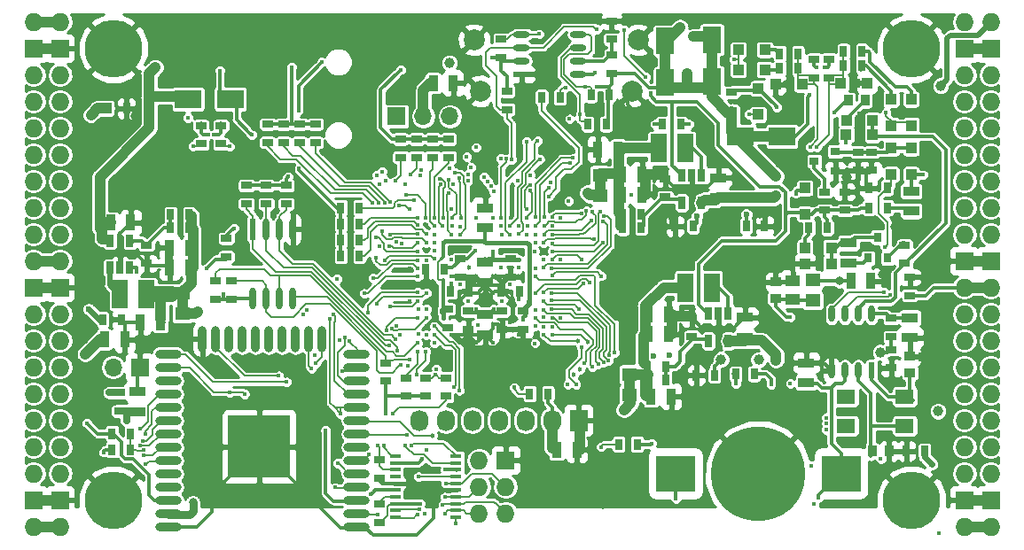
<source format=gbl>
G04 #@! TF.GenerationSoftware,KiCad,Pcbnew,5.0.0-rc3+dfsg1-1*
G04 #@! TF.CreationDate,2018-07-08T01:33:58+02:00*
G04 #@! TF.ProjectId,ulx3s,756C7833732E6B696361645F70636200,rev?*
G04 #@! TF.SameCoordinates,Original*
G04 #@! TF.FileFunction,Copper,L4,Bot,Signal*
G04 #@! TF.FilePolarity,Positive*
%FSLAX46Y46*%
G04 Gerber Fmt 4.6, Leading zero omitted, Abs format (unit mm)*
G04 Created by KiCad (PCBNEW 5.0.0-rc3+dfsg1-1) date Sun Jul  8 01:33:58 2018*
%MOMM*%
%LPD*%
G01*
G04 APERTURE LIST*
G04 #@! TA.AperFunction,EtchedComponent*
%ADD10C,1.000000*%
G04 #@! TD*
G04 #@! TA.AperFunction,ComponentPad*
%ADD11C,2.000000*%
G04 #@! TD*
G04 #@! TA.AperFunction,SMDPad,CuDef*
%ADD12O,2.500000X0.900000*%
G04 #@! TD*
G04 #@! TA.AperFunction,SMDPad,CuDef*
%ADD13O,0.900000X2.500000*%
G04 #@! TD*
G04 #@! TA.AperFunction,SMDPad,CuDef*
%ADD14R,6.000000X6.000000*%
G04 #@! TD*
G04 #@! TA.AperFunction,SMDPad,CuDef*
%ADD15R,0.670000X1.000000*%
G04 #@! TD*
G04 #@! TA.AperFunction,SMDPad,CuDef*
%ADD16R,1.400000X1.295000*%
G04 #@! TD*
G04 #@! TA.AperFunction,SMDPad,CuDef*
%ADD17R,2.500000X1.800000*%
G04 #@! TD*
G04 #@! TA.AperFunction,SMDPad,CuDef*
%ADD18R,1.800000X2.500000*%
G04 #@! TD*
G04 #@! TA.AperFunction,SMDPad,CuDef*
%ADD19R,3.700000X3.500000*%
G04 #@! TD*
G04 #@! TA.AperFunction,BGAPad,CuDef*
%ADD20C,9.000000*%
G04 #@! TD*
G04 #@! TA.AperFunction,SMDPad,CuDef*
%ADD21R,1.550000X0.600000*%
G04 #@! TD*
G04 #@! TA.AperFunction,SMDPad,CuDef*
%ADD22O,1.550000X0.600000*%
G04 #@! TD*
G04 #@! TA.AperFunction,SMDPad,CuDef*
%ADD23R,0.600000X2.100000*%
G04 #@! TD*
G04 #@! TA.AperFunction,SMDPad,CuDef*
%ADD24O,0.600000X2.100000*%
G04 #@! TD*
G04 #@! TA.AperFunction,SMDPad,CuDef*
%ADD25R,0.600000X1.550000*%
G04 #@! TD*
G04 #@! TA.AperFunction,SMDPad,CuDef*
%ADD26O,0.600000X1.550000*%
G04 #@! TD*
G04 #@! TA.AperFunction,SMDPad,CuDef*
%ADD27R,1.000000X0.400000*%
G04 #@! TD*
G04 #@! TA.AperFunction,SMDPad,CuDef*
%ADD28R,0.700000X1.200000*%
G04 #@! TD*
G04 #@! TA.AperFunction,ComponentPad*
%ADD29O,1.727200X1.727200*%
G04 #@! TD*
G04 #@! TA.AperFunction,ComponentPad*
%ADD30R,1.727200X1.727200*%
G04 #@! TD*
G04 #@! TA.AperFunction,ComponentPad*
%ADD31C,5.500000*%
G04 #@! TD*
G04 #@! TA.AperFunction,ComponentPad*
%ADD32R,1.727200X2.032000*%
G04 #@! TD*
G04 #@! TA.AperFunction,ComponentPad*
%ADD33O,1.727200X2.032000*%
G04 #@! TD*
G04 #@! TA.AperFunction,SMDPad,CuDef*
%ADD34R,1.800000X1.400000*%
G04 #@! TD*
G04 #@! TA.AperFunction,SMDPad,CuDef*
%ADD35R,0.970000X1.500000*%
G04 #@! TD*
G04 #@! TA.AperFunction,SMDPad,CuDef*
%ADD36R,1.500000X0.970000*%
G04 #@! TD*
G04 #@! TA.AperFunction,SMDPad,CuDef*
%ADD37R,1.000000X0.670000*%
G04 #@! TD*
G04 #@! TA.AperFunction,SMDPad,CuDef*
%ADD38R,1.000000X1.000000*%
G04 #@! TD*
G04 #@! TA.AperFunction,BGAPad,CuDef*
%ADD39C,0.300000*%
G04 #@! TD*
G04 #@! TA.AperFunction,ComponentPad*
%ADD40R,1.700000X1.700000*%
G04 #@! TD*
G04 #@! TA.AperFunction,ComponentPad*
%ADD41O,1.700000X1.700000*%
G04 #@! TD*
G04 #@! TA.AperFunction,SMDPad,CuDef*
%ADD42R,1.500000X2.700000*%
G04 #@! TD*
G04 #@! TA.AperFunction,SMDPad,CuDef*
%ADD43R,0.800000X0.900000*%
G04 #@! TD*
G04 #@! TA.AperFunction,SMDPad,CuDef*
%ADD44R,0.900000X0.800000*%
G04 #@! TD*
G04 #@! TA.AperFunction,SMDPad,CuDef*
%ADD45R,0.820000X1.000000*%
G04 #@! TD*
G04 #@! TA.AperFunction,SMDPad,CuDef*
%ADD46R,1.000000X0.820000*%
G04 #@! TD*
G04 #@! TA.AperFunction,SMDPad,CuDef*
%ADD47R,1.400000X1.120000*%
G04 #@! TD*
G04 #@! TA.AperFunction,ViaPad*
%ADD48C,0.400000*%
G04 #@! TD*
G04 #@! TA.AperFunction,ViaPad*
%ADD49C,2.000000*%
G04 #@! TD*
G04 #@! TA.AperFunction,ViaPad*
%ADD50C,0.454000*%
G04 #@! TD*
G04 #@! TA.AperFunction,ViaPad*
%ADD51C,0.600000*%
G04 #@! TD*
G04 #@! TA.AperFunction,ViaPad*
%ADD52C,1.000000*%
G04 #@! TD*
G04 #@! TA.AperFunction,ViaPad*
%ADD53C,0.800000*%
G04 #@! TD*
G04 #@! TA.AperFunction,ViaPad*
%ADD54C,0.700000*%
G04 #@! TD*
G04 #@! TA.AperFunction,Conductor*
%ADD55C,0.300000*%
G04 #@! TD*
G04 #@! TA.AperFunction,Conductor*
%ADD56C,0.500000*%
G04 #@! TD*
G04 #@! TA.AperFunction,Conductor*
%ADD57C,1.000000*%
G04 #@! TD*
G04 #@! TA.AperFunction,Conductor*
%ADD58C,0.700000*%
G04 #@! TD*
G04 #@! TA.AperFunction,Conductor*
%ADD59C,0.400000*%
G04 #@! TD*
G04 #@! TA.AperFunction,Conductor*
%ADD60C,0.800000*%
G04 #@! TD*
G04 #@! TA.AperFunction,Conductor*
%ADD61C,0.600000*%
G04 #@! TD*
G04 #@! TA.AperFunction,Conductor*
%ADD62C,0.190000*%
G04 #@! TD*
G04 #@! TA.AperFunction,Conductor*
%ADD63C,0.200000*%
G04 #@! TD*
G04 #@! TA.AperFunction,Conductor*
%ADD64C,1.500000*%
G04 #@! TD*
G04 #@! TA.AperFunction,Conductor*
%ADD65C,0.127000*%
G04 #@! TD*
G04 #@! TA.AperFunction,Conductor*
%ADD66C,0.180000*%
G04 #@! TD*
G04 #@! TA.AperFunction,Conductor*
%ADD67C,1.200000*%
G04 #@! TD*
G04 #@! TA.AperFunction,Conductor*
%ADD68C,0.254000*%
G04 #@! TD*
G04 APERTURE END LIST*
D10*
G04 #@! TO.C,RP3*
X149472000Y-77311000D02*
X149472000Y-79311000D01*
G04 #@! TO.C,RP2*
X109609000Y-88632000D02*
X109609000Y-90632000D01*
G04 #@! TO.C,RP1*
X152281000Y-96361000D02*
X152281000Y-98361000D01*
G04 #@! TO.C,RD9*
X166854000Y-73630000D02*
X162854000Y-73630000D01*
G04 #@! TO.C,RD52*
X160155000Y-64391000D02*
X160155000Y-68391000D01*
G04 #@! TO.C,RD51*
X155710000Y-68518000D02*
X155710000Y-64518000D01*
G04 #@! TD*
D11*
G04 #@! TO.P,GPDI1,0*
G04 #@! TO.N,GND*
X152546000Y-69312000D03*
X138046000Y-69312000D03*
X153146000Y-64412000D03*
X137446000Y-64412000D03*
G04 #@! TD*
D12*
G04 #@! TO.P,U9,38*
G04 #@! TO.N,GND*
X126230000Y-111000000D03*
G04 #@! TO.P,U9,37*
G04 #@! TO.N,JTAG_TDI*
X126230000Y-109730000D03*
G04 #@! TO.P,U9,36*
G04 #@! TO.N,PROG_DONE*
X126230000Y-108460000D03*
G04 #@! TO.P,U9,35*
G04 #@! TO.N,WIFI_TXD*
X126230000Y-107190000D03*
G04 #@! TO.P,U9,34*
G04 #@! TO.N,WIFI_RXD*
X126230000Y-105920000D03*
G04 #@! TO.P,U9,33*
G04 #@! TO.N,JTAG_TMS*
X126230000Y-104650000D03*
G04 #@! TO.P,U9,32*
G04 #@! TO.N,Net-(U9-Pad32)*
X126230000Y-103380000D03*
G04 #@! TO.P,U9,31*
G04 #@! TO.N,JTAG_TDO*
X126230000Y-102110000D03*
G04 #@! TO.P,U9,30*
G04 #@! TO.N,JTAG_TCK*
X126230000Y-100840000D03*
G04 #@! TO.P,U9,29*
G04 #@! TO.N,WIFI_GPIO5*
X126230000Y-99570000D03*
G04 #@! TO.P,U9,28*
G04 #@! TO.N,WIFI_GPIO17*
X126230000Y-98300000D03*
G04 #@! TO.P,U9,27*
G04 #@! TO.N,WIFI_GPIO16*
X126230000Y-97030000D03*
G04 #@! TO.P,U9,26*
G04 #@! TO.N,SD_D1*
X126230000Y-95760000D03*
G04 #@! TO.P,U9,25*
G04 #@! TO.N,WIFI_GPIO0*
X126230000Y-94490000D03*
D13*
G04 #@! TO.P,U9,24*
G04 #@! TO.N,SD_D0*
X122945000Y-93000000D03*
G04 #@! TO.P,U9,23*
G04 #@! TO.N,SD_CMD*
X121675000Y-93000000D03*
G04 #@! TO.P,U9,22*
G04 #@! TO.N,Net-(U9-Pad22)*
X120405000Y-93000000D03*
G04 #@! TO.P,U9,21*
G04 #@! TO.N,Net-(U9-Pad21)*
X119135000Y-93000000D03*
G04 #@! TO.P,U9,20*
G04 #@! TO.N,Net-(U9-Pad20)*
X117865000Y-93000000D03*
G04 #@! TO.P,U9,19*
G04 #@! TO.N,Net-(U9-Pad19)*
X116595000Y-93000000D03*
G04 #@! TO.P,U9,18*
G04 #@! TO.N,Net-(U9-Pad18)*
X115325000Y-93000000D03*
G04 #@! TO.P,U9,17*
G04 #@! TO.N,Net-(U9-Pad17)*
X114055000Y-93000000D03*
G04 #@! TO.P,U9,16*
G04 #@! TO.N,SD_D3*
X112785000Y-93000000D03*
G04 #@! TO.P,U9,15*
G04 #@! TO.N,GND*
X111515000Y-93000000D03*
D12*
G04 #@! TO.P,U9,14*
G04 #@! TO.N,SD_D2*
X108230000Y-94490000D03*
G04 #@! TO.P,U9,13*
G04 #@! TO.N,SD_CLK*
X108230000Y-95760000D03*
G04 #@! TO.P,U9,12*
G04 #@! TO.N,Net-(U9-Pad12)*
X108230000Y-97030000D03*
G04 #@! TO.P,U9,11*
G04 #@! TO.N,GN11*
X108230000Y-98300000D03*
G04 #@! TO.P,U9,10*
G04 #@! TO.N,GP11*
X108230000Y-99570000D03*
G04 #@! TO.P,U9,9*
G04 #@! TO.N,GN12*
X108230000Y-100840000D03*
G04 #@! TO.P,U9,8*
G04 #@! TO.N,GP12*
X108230000Y-102110000D03*
G04 #@! TO.P,U9,7*
G04 #@! TO.N,GN13*
X108230000Y-103380000D03*
G04 #@! TO.P,U9,6*
G04 #@! TO.N,GP13*
X108230000Y-104650000D03*
G04 #@! TO.P,U9,5*
G04 #@! TO.N,Net-(U9-Pad5)*
X108230000Y-105920000D03*
G04 #@! TO.P,U9,4*
G04 #@! TO.N,Net-(U9-Pad4)*
X108230000Y-107190000D03*
G04 #@! TO.P,U9,3*
G04 #@! TO.N,/wifi/WIFIEN*
X108230000Y-108460000D03*
G04 #@! TO.P,U9,2*
G04 #@! TO.N,+3V3*
X108230000Y-109730000D03*
G04 #@! TO.P,U9,1*
G04 #@! TO.N,GND*
X108230000Y-111000000D03*
D14*
G04 #@! TO.P,U9,39*
X116930000Y-103300000D03*
G04 #@! TD*
D15*
G04 #@! TO.P,C49,2*
G04 #@! TO.N,GND*
X103738000Y-91156000D03*
G04 #@! TO.P,C49,1*
G04 #@! TO.N,2V5_3V3*
X101988000Y-91156000D03*
G04 #@! TD*
D16*
G04 #@! TO.P,RP3,2*
G04 #@! TO.N,+3V3*
X149472000Y-79278500D03*
G04 #@! TO.P,RP3,1*
G04 #@! TO.N,/power/P3V3*
X149472000Y-77343500D03*
G04 #@! TD*
G04 #@! TO.P,RP2,2*
G04 #@! TO.N,+2V5*
X109609000Y-90599500D03*
G04 #@! TO.P,RP2,1*
G04 #@! TO.N,/power/P2V5*
X109609000Y-88664500D03*
G04 #@! TD*
G04 #@! TO.P,RP1,2*
G04 #@! TO.N,+1V1*
X152281000Y-98328500D03*
G04 #@! TO.P,RP1,1*
G04 #@! TO.N,/power/P1V1*
X152281000Y-96393500D03*
G04 #@! TD*
D17*
G04 #@! TO.P,RD9,2*
G04 #@! TO.N,+5V*
X162854000Y-73630000D03*
G04 #@! TO.P,RD9,1*
G04 #@! TO.N,/usb/US2VBUS*
X166854000Y-73630000D03*
G04 #@! TD*
D18*
G04 #@! TO.P,RD52,2*
G04 #@! TO.N,+5V*
X160155000Y-68391000D03*
G04 #@! TO.P,RD52,1*
G04 #@! TO.N,/gpio/OUT5V*
X160155000Y-64391000D03*
G04 #@! TD*
G04 #@! TO.P,RD51,2*
G04 #@! TO.N,/gpio/IN5V*
X155710000Y-64518000D03*
G04 #@! TO.P,RD51,1*
G04 #@! TO.N,+5V*
X155710000Y-68518000D03*
G04 #@! TD*
D19*
G04 #@! TO.P,BAT1,1*
G04 #@! TO.N,/power/VBAT*
X172485000Y-105870000D03*
X156685000Y-105870000D03*
D20*
G04 #@! TO.P,BAT1,2*
G04 #@! TO.N,GND*
X164585000Y-105870000D03*
G04 #@! TD*
D21*
G04 #@! TO.P,U11,1*
G04 #@! TO.N,GND*
X141980000Y-67706500D03*
D22*
G04 #@! TO.P,U11,2*
G04 #@! TO.N,+2V5*
X141980000Y-66436500D03*
G04 #@! TO.P,U11,3*
G04 #@! TO.N,FPDI_SCL*
X141980000Y-65166500D03*
G04 #@! TO.P,U11,4*
G04 #@! TO.N,FPDI_SDA*
X141980000Y-63896500D03*
G04 #@! TO.P,U11,5*
G04 #@! TO.N,GPDI_SDA*
X147380000Y-63896500D03*
G04 #@! TO.P,U11,6*
G04 #@! TO.N,GPDI_SCL*
X147380000Y-65166500D03*
G04 #@! TO.P,U11,7*
G04 #@! TO.N,/gpdi/VREF2*
X147380000Y-66436500D03*
G04 #@! TO.P,U11,8*
G04 #@! TO.N,+3V3*
X147380000Y-67706500D03*
G04 #@! TD*
D23*
G04 #@! TO.P,U10,1*
G04 #@! TO.N,/flash/FLASH_nCS*
X116340000Y-82520000D03*
D24*
G04 #@! TO.P,U10,2*
G04 #@! TO.N,/flash/FLASH_MISO*
X117610000Y-82520000D03*
G04 #@! TO.P,U10,3*
G04 #@! TO.N,/flash/FLASH_nWP*
X118880000Y-82520000D03*
G04 #@! TO.P,U10,4*
G04 #@! TO.N,GND*
X120150000Y-82520000D03*
G04 #@! TO.P,U10,5*
G04 #@! TO.N,/flash/FLASH_MOSI*
X120150000Y-89124000D03*
G04 #@! TO.P,U10,6*
G04 #@! TO.N,/flash/FLASH_SCK*
X118880000Y-89124000D03*
G04 #@! TO.P,U10,7*
G04 #@! TO.N,/flash/FLASH_nHOLD*
X117610000Y-89124000D03*
G04 #@! TO.P,U10,8*
G04 #@! TO.N,+3V3*
X116340000Y-89124000D03*
G04 #@! TD*
D25*
G04 #@! TO.P,U7,1*
G04 #@! TO.N,/power/OSCI_32k*
X175395000Y-96015000D03*
D26*
G04 #@! TO.P,U7,2*
G04 #@! TO.N,/power/OSCO_32k*
X174125000Y-96015000D03*
G04 #@! TO.P,U7,3*
G04 #@! TO.N,/power/VBAT*
X172855000Y-96015000D03*
G04 #@! TO.P,U7,4*
G04 #@! TO.N,GND*
X171585000Y-96015000D03*
G04 #@! TO.P,U7,5*
G04 #@! TO.N,FPDI_SDA*
X171585000Y-90615000D03*
G04 #@! TO.P,U7,6*
G04 #@! TO.N,FPDI_SCL*
X172855000Y-90615000D03*
G04 #@! TO.P,U7,7*
G04 #@! TO.N,/power/WAKEUPn*
X174125000Y-90615000D03*
G04 #@! TO.P,U7,8*
G04 #@! TO.N,/power/RTCVDD*
X175395000Y-90615000D03*
G04 #@! TD*
D27*
G04 #@! TO.P,U6,20*
G04 #@! TO.N,FTDI_TXD*
X129935000Y-104215000D03*
G04 #@! TO.P,U6,19*
G04 #@! TO.N,FTDI_nSLEEP*
X129935000Y-104865000D03*
G04 #@! TO.P,U6,18*
G04 #@! TO.N,FTDI_TXDEN*
X129935000Y-105515000D03*
G04 #@! TO.P,U6,17*
G04 #@! TO.N,FTDI_nRXLED*
X129935000Y-106165000D03*
G04 #@! TO.P,U6,16*
G04 #@! TO.N,GND*
X129935000Y-106815000D03*
G04 #@! TO.P,U6,15*
G04 #@! TO.N,USB5V*
X129935000Y-107465000D03*
G04 #@! TO.P,U6,14*
G04 #@! TO.N,nRESET*
X129935000Y-108115000D03*
G04 #@! TO.P,U6,13*
G04 #@! TO.N,FT2V5*
X129935000Y-108765000D03*
G04 #@! TO.P,U6,12*
G04 #@! TO.N,USB_FTDI_D-*
X129935000Y-109415000D03*
G04 #@! TO.P,U6,11*
G04 #@! TO.N,USB_FTDI_D+*
X129935000Y-110065000D03*
G04 #@! TO.P,U6,10*
G04 #@! TO.N,FTDI_nTXLED*
X135735000Y-110065000D03*
G04 #@! TO.P,U6,9*
G04 #@! TO.N,JTAG_TDO*
X135735000Y-109415000D03*
G04 #@! TO.P,U6,8*
G04 #@! TO.N,JTAG_TMS*
X135735000Y-108765000D03*
G04 #@! TO.P,U6,7*
G04 #@! TO.N,JTAG_TCK*
X135735000Y-108115000D03*
G04 #@! TO.P,U6,6*
G04 #@! TO.N,GND*
X135735000Y-107465000D03*
G04 #@! TO.P,U6,5*
G04 #@! TO.N,JTAG_TDI*
X135735000Y-106815000D03*
G04 #@! TO.P,U6,4*
G04 #@! TO.N,FTDI_RXD*
X135735000Y-106165000D03*
G04 #@! TO.P,U6,3*
G04 #@! TO.N,FT2V5*
X135735000Y-105515000D03*
G04 #@! TO.P,U6,2*
G04 #@! TO.N,FTDI_nRTS*
X135735000Y-104865000D03*
G04 #@! TO.P,U6,1*
G04 #@! TO.N,FTDI_nDTR*
X135735000Y-104215000D03*
G04 #@! TD*
D28*
G04 #@! TO.P,U5,1*
G04 #@! TO.N,/power/PWREN*
X157285000Y-77392000D03*
G04 #@! TO.P,U5,2*
G04 #@! TO.N,GND*
X158235000Y-77392000D03*
G04 #@! TO.P,U5,3*
G04 #@! TO.N,/power/L3*
X159185000Y-77392000D03*
G04 #@! TO.P,U5,4*
G04 #@! TO.N,+5V*
X159185000Y-79992000D03*
G04 #@! TO.P,U5,5*
G04 #@! TO.N,/power/FB3*
X157285000Y-79992000D03*
G04 #@! TD*
G04 #@! TO.P,U3,1*
G04 #@! TO.N,/power/PWREN*
X159825000Y-90600000D03*
G04 #@! TO.P,U3,2*
G04 #@! TO.N,GND*
X160775000Y-90600000D03*
G04 #@! TO.P,U3,3*
G04 #@! TO.N,/power/L1*
X161725000Y-90600000D03*
G04 #@! TO.P,U3,4*
G04 #@! TO.N,+5V*
X161725000Y-93200000D03*
G04 #@! TO.P,U3,5*
G04 #@! TO.N,/power/FB1*
X159825000Y-93200000D03*
G04 #@! TD*
G04 #@! TO.P,U4,1*
G04 #@! TO.N,/power/PWREN*
X104575000Y-86215000D03*
G04 #@! TO.P,U4,2*
G04 #@! TO.N,GND*
X103625000Y-86215000D03*
G04 #@! TO.P,U4,3*
G04 #@! TO.N,/power/L2*
X102675000Y-86215000D03*
G04 #@! TO.P,U4,4*
G04 #@! TO.N,+5V*
X102675000Y-83615000D03*
G04 #@! TO.P,U4,5*
G04 #@! TO.N,/power/FB2*
X104575000Y-83615000D03*
G04 #@! TD*
D29*
G04 #@! TO.P,J1,1*
G04 #@! TO.N,2V5_3V3*
X97910000Y-62690000D03*
G04 #@! TO.P,J1,2*
X95370000Y-62690000D03*
D30*
G04 #@! TO.P,J1,3*
G04 #@! TO.N,GND*
X97910000Y-65230000D03*
G04 #@! TO.P,J1,4*
X95370000Y-65230000D03*
D29*
G04 #@! TO.P,J1,5*
G04 #@! TO.N,GN0*
X97910000Y-67770000D03*
G04 #@! TO.P,J1,6*
G04 #@! TO.N,GP0*
X95370000Y-67770000D03*
G04 #@! TO.P,J1,7*
G04 #@! TO.N,GN1*
X97910000Y-70310000D03*
G04 #@! TO.P,J1,8*
G04 #@! TO.N,GP1*
X95370000Y-70310000D03*
G04 #@! TO.P,J1,9*
G04 #@! TO.N,GN2*
X97910000Y-72850000D03*
G04 #@! TO.P,J1,10*
G04 #@! TO.N,GP2*
X95370000Y-72850000D03*
G04 #@! TO.P,J1,11*
G04 #@! TO.N,GN3*
X97910000Y-75390000D03*
G04 #@! TO.P,J1,12*
G04 #@! TO.N,GP3*
X95370000Y-75390000D03*
G04 #@! TO.P,J1,13*
G04 #@! TO.N,GN4*
X97910000Y-77930000D03*
G04 #@! TO.P,J1,14*
G04 #@! TO.N,GP4*
X95370000Y-77930000D03*
G04 #@! TO.P,J1,15*
G04 #@! TO.N,GN5*
X97910000Y-80470000D03*
G04 #@! TO.P,J1,16*
G04 #@! TO.N,GP5*
X95370000Y-80470000D03*
G04 #@! TO.P,J1,17*
G04 #@! TO.N,GN6*
X97910000Y-83010000D03*
G04 #@! TO.P,J1,18*
G04 #@! TO.N,GP6*
X95370000Y-83010000D03*
G04 #@! TO.P,J1,19*
G04 #@! TO.N,2V5_3V3*
X97910000Y-85550000D03*
G04 #@! TO.P,J1,20*
X95370000Y-85550000D03*
D30*
G04 #@! TO.P,J1,21*
G04 #@! TO.N,GND*
X97910000Y-88090000D03*
G04 #@! TO.P,J1,22*
X95370000Y-88090000D03*
D29*
G04 #@! TO.P,J1,23*
G04 #@! TO.N,GN7*
X97910000Y-90630000D03*
G04 #@! TO.P,J1,24*
G04 #@! TO.N,GP7*
X95370000Y-90630000D03*
G04 #@! TO.P,J1,25*
G04 #@! TO.N,GN8*
X97910000Y-93170000D03*
G04 #@! TO.P,J1,26*
G04 #@! TO.N,GP8*
X95370000Y-93170000D03*
G04 #@! TO.P,J1,27*
G04 #@! TO.N,GN9*
X97910000Y-95710000D03*
G04 #@! TO.P,J1,28*
G04 #@! TO.N,GP9*
X95370000Y-95710000D03*
G04 #@! TO.P,J1,29*
G04 #@! TO.N,GN10*
X97910000Y-98250000D03*
G04 #@! TO.P,J1,30*
G04 #@! TO.N,GP10*
X95370000Y-98250000D03*
G04 #@! TO.P,J1,31*
G04 #@! TO.N,GN11*
X97910000Y-100790000D03*
G04 #@! TO.P,J1,32*
G04 #@! TO.N,GP11*
X95370000Y-100790000D03*
G04 #@! TO.P,J1,33*
G04 #@! TO.N,GN12*
X97910000Y-103330000D03*
G04 #@! TO.P,J1,34*
G04 #@! TO.N,GP12*
X95370000Y-103330000D03*
G04 #@! TO.P,J1,35*
G04 #@! TO.N,GN13*
X97910000Y-105870000D03*
G04 #@! TO.P,J1,36*
G04 #@! TO.N,GP13*
X95370000Y-105870000D03*
D30*
G04 #@! TO.P,J1,37*
G04 #@! TO.N,GND*
X97910000Y-108410000D03*
G04 #@! TO.P,J1,38*
X95370000Y-108410000D03*
D29*
G04 #@! TO.P,J1,39*
G04 #@! TO.N,2V5_3V3*
X97910000Y-110950000D03*
G04 #@! TO.P,J1,40*
X95370000Y-110950000D03*
G04 #@! TD*
G04 #@! TO.P,J2,1*
G04 #@! TO.N,+3V3*
X184270000Y-110950000D03*
G04 #@! TO.P,J2,2*
X186810000Y-110950000D03*
D30*
G04 #@! TO.P,J2,3*
G04 #@! TO.N,GND*
X184270000Y-108410000D03*
G04 #@! TO.P,J2,4*
X186810000Y-108410000D03*
D29*
G04 #@! TO.P,J2,5*
G04 #@! TO.N,GN14*
X184270000Y-105870000D03*
G04 #@! TO.P,J2,6*
G04 #@! TO.N,GP14*
X186810000Y-105870000D03*
G04 #@! TO.P,J2,7*
G04 #@! TO.N,GN15*
X184270000Y-103330000D03*
G04 #@! TO.P,J2,8*
G04 #@! TO.N,GP15*
X186810000Y-103330000D03*
G04 #@! TO.P,J2,9*
G04 #@! TO.N,GN16*
X184270000Y-100790000D03*
G04 #@! TO.P,J2,10*
G04 #@! TO.N,GP16*
X186810000Y-100790000D03*
G04 #@! TO.P,J2,11*
G04 #@! TO.N,GN17*
X184270000Y-98250000D03*
G04 #@! TO.P,J2,12*
G04 #@! TO.N,GP17*
X186810000Y-98250000D03*
G04 #@! TO.P,J2,13*
G04 #@! TO.N,GN18*
X184270000Y-95710000D03*
G04 #@! TO.P,J2,14*
G04 #@! TO.N,GP18*
X186810000Y-95710000D03*
G04 #@! TO.P,J2,15*
G04 #@! TO.N,GN19*
X184270000Y-93170000D03*
G04 #@! TO.P,J2,16*
G04 #@! TO.N,GP19*
X186810000Y-93170000D03*
G04 #@! TO.P,J2,17*
G04 #@! TO.N,GN20*
X184270000Y-90630000D03*
G04 #@! TO.P,J2,18*
G04 #@! TO.N,GP20*
X186810000Y-90630000D03*
G04 #@! TO.P,J2,19*
G04 #@! TO.N,+3V3*
X184270000Y-88090000D03*
G04 #@! TO.P,J2,20*
X186810000Y-88090000D03*
D30*
G04 #@! TO.P,J2,21*
G04 #@! TO.N,GND*
X184270000Y-85550000D03*
G04 #@! TO.P,J2,22*
X186810000Y-85550000D03*
D29*
G04 #@! TO.P,J2,23*
G04 #@! TO.N,GN21*
X184270000Y-83010000D03*
G04 #@! TO.P,J2,24*
G04 #@! TO.N,GP21*
X186810000Y-83010000D03*
G04 #@! TO.P,J2,25*
G04 #@! TO.N,GN22*
X184270000Y-80470000D03*
G04 #@! TO.P,J2,26*
G04 #@! TO.N,GP22*
X186810000Y-80470000D03*
G04 #@! TO.P,J2,27*
G04 #@! TO.N,GN23*
X184270000Y-77930000D03*
G04 #@! TO.P,J2,28*
G04 #@! TO.N,GP23*
X186810000Y-77930000D03*
G04 #@! TO.P,J2,29*
G04 #@! TO.N,GN24*
X184270000Y-75390000D03*
G04 #@! TO.P,J2,30*
G04 #@! TO.N,GP24*
X186810000Y-75390000D03*
G04 #@! TO.P,J2,31*
G04 #@! TO.N,GN25*
X184270000Y-72850000D03*
G04 #@! TO.P,J2,32*
G04 #@! TO.N,GP25*
X186810000Y-72850000D03*
G04 #@! TO.P,J2,33*
G04 #@! TO.N,GN26*
X184270000Y-70310000D03*
G04 #@! TO.P,J2,34*
G04 #@! TO.N,GP26*
X186810000Y-70310000D03*
G04 #@! TO.P,J2,35*
G04 #@! TO.N,GN27*
X184270000Y-67770000D03*
G04 #@! TO.P,J2,36*
G04 #@! TO.N,GP27*
X186810000Y-67770000D03*
D30*
G04 #@! TO.P,J2,37*
G04 #@! TO.N,GND*
X184270000Y-65230000D03*
G04 #@! TO.P,J2,38*
X186810000Y-65230000D03*
D29*
G04 #@! TO.P,J2,39*
G04 #@! TO.N,/gpio/IN5V*
X184270000Y-62690000D03*
G04 #@! TO.P,J2,40*
G04 #@! TO.N,/gpio/OUT5V*
X186810000Y-62690000D03*
G04 #@! TD*
D31*
G04 #@! TO.P,H1,1*
G04 #@! TO.N,GND*
X102990000Y-108410000D03*
G04 #@! TD*
G04 #@! TO.P,H2,1*
G04 #@! TO.N,GND*
X179190000Y-108410000D03*
G04 #@! TD*
G04 #@! TO.P,H3,1*
G04 #@! TO.N,GND*
X179190000Y-65230000D03*
G04 #@! TD*
G04 #@! TO.P,H4,1*
G04 #@! TO.N,GND*
X102990000Y-65230000D03*
G04 #@! TD*
D30*
G04 #@! TO.P,J4,1*
G04 #@! TO.N,GND*
X140455000Y-104600000D03*
D29*
G04 #@! TO.P,J4,2*
G04 #@! TO.N,+3V3*
X137915000Y-104600000D03*
G04 #@! TO.P,J4,3*
G04 #@! TO.N,JTAG_TDI*
X140455000Y-107140000D03*
G04 #@! TO.P,J4,4*
G04 #@! TO.N,JTAG_TCK*
X137915000Y-107140000D03*
G04 #@! TO.P,J4,5*
G04 #@! TO.N,JTAG_TMS*
X140455000Y-109680000D03*
G04 #@! TO.P,J4,6*
G04 #@! TO.N,JTAG_TDO*
X137915000Y-109680000D03*
G04 #@! TD*
D32*
G04 #@! TO.P,OLED1,1*
G04 #@! TO.N,GND*
X147440000Y-100790000D03*
D33*
G04 #@! TO.P,OLED1,2*
G04 #@! TO.N,+3V3*
X144900000Y-100790000D03*
G04 #@! TO.P,OLED1,3*
G04 #@! TO.N,OLED_CLK*
X142360000Y-100790000D03*
G04 #@! TO.P,OLED1,4*
G04 #@! TO.N,OLED_MOSI*
X139820000Y-100790000D03*
G04 #@! TO.P,OLED1,5*
G04 #@! TO.N,OLED_RES*
X137280000Y-100790000D03*
G04 #@! TO.P,OLED1,6*
G04 #@! TO.N,OLED_DC*
X134740000Y-100790000D03*
G04 #@! TO.P,OLED1,7*
G04 #@! TO.N,OLED_CS*
X132200000Y-100790000D03*
G04 #@! TD*
D34*
G04 #@! TO.P,Y2,4*
G04 #@! TO.N,/power/OSCI_32k*
X178576000Y-98522000D03*
G04 #@! TO.P,Y2,3*
G04 #@! TO.N,Net-(Y2-Pad3)*
X172976000Y-98522000D03*
G04 #@! TO.P,Y2,2*
G04 #@! TO.N,Net-(Y2-Pad2)*
X172976000Y-101322000D03*
G04 #@! TO.P,Y2,1*
G04 #@! TO.N,/power/OSCO_32k*
X178576000Y-101322000D03*
G04 #@! TD*
D35*
G04 #@! TO.P,C47,1*
G04 #@! TO.N,2V5_3V3*
X133546000Y-68550000D03*
G04 #@! TO.P,C47,2*
G04 #@! TO.N,GND*
X135456000Y-68550000D03*
G04 #@! TD*
G04 #@! TO.P,C1,1*
G04 #@! TO.N,+5V*
X102748500Y-81885000D03*
G04 #@! TO.P,C1,2*
G04 #@! TO.N,GND*
X104658500Y-81885000D03*
G04 #@! TD*
D15*
G04 #@! TO.P,C2,1*
G04 #@! TO.N,/power/P1V1*
X153985000Y-96910000D03*
G04 #@! TO.P,C2,2*
G04 #@! TO.N,/power/FB1*
X155735000Y-96910000D03*
G04 #@! TD*
D35*
G04 #@! TO.P,C3,2*
G04 #@! TO.N,GND*
X156015000Y-90630000D03*
G04 #@! TO.P,C3,1*
G04 #@! TO.N,/power/P1V1*
X154105000Y-90630000D03*
G04 #@! TD*
G04 #@! TO.P,C4,1*
G04 #@! TO.N,/power/P1V1*
X154105000Y-92535000D03*
G04 #@! TO.P,C4,2*
G04 #@! TO.N,GND*
X156015000Y-92535000D03*
G04 #@! TD*
D36*
G04 #@! TO.P,C5,2*
G04 #@! TO.N,GND*
X163315000Y-90945000D03*
G04 #@! TO.P,C5,1*
G04 #@! TO.N,+5V*
X163315000Y-92855000D03*
G04 #@! TD*
D15*
G04 #@! TO.P,C6,1*
G04 #@! TO.N,/power/P3V3*
X151645000Y-82375000D03*
G04 #@! TO.P,C6,2*
G04 #@! TO.N,/power/FB3*
X153395000Y-82375000D03*
G04 #@! TD*
D35*
G04 #@! TO.P,C7,2*
G04 #@! TO.N,GND*
X153475000Y-79200000D03*
G04 #@! TO.P,C7,1*
G04 #@! TO.N,/power/P3V3*
X151565000Y-79200000D03*
G04 #@! TD*
G04 #@! TO.P,C8,2*
G04 #@! TO.N,GND*
X153475000Y-77295000D03*
G04 #@! TO.P,C8,1*
G04 #@! TO.N,/power/P3V3*
X151565000Y-77295000D03*
G04 #@! TD*
D36*
G04 #@! TO.P,C9,1*
G04 #@! TO.N,+5V*
X160775000Y-79520000D03*
G04 #@! TO.P,C9,2*
G04 #@! TO.N,GND*
X160775000Y-77610000D03*
G04 #@! TD*
D15*
G04 #@! TO.P,C10,2*
G04 #@! TO.N,/power/FB2*
X108465000Y-81105000D03*
G04 #@! TO.P,C10,1*
G04 #@! TO.N,/power/P2V5*
X110215000Y-81105000D03*
G04 #@! TD*
D35*
G04 #@! TO.P,C11,2*
G04 #@! TO.N,GND*
X108385000Y-84280000D03*
G04 #@! TO.P,C11,1*
G04 #@! TO.N,/power/P2V5*
X110295000Y-84280000D03*
G04 #@! TD*
G04 #@! TO.P,C12,1*
G04 #@! TO.N,/power/P2V5*
X110295000Y-86185000D03*
G04 #@! TO.P,C12,2*
G04 #@! TO.N,GND*
X108385000Y-86185000D03*
G04 #@! TD*
D36*
G04 #@! TO.P,C13,2*
G04 #@! TO.N,/power/WKUP*
X173221000Y-83833000D03*
G04 #@! TO.P,C13,1*
G04 #@! TO.N,+5V*
X173221000Y-85743000D03*
G04 #@! TD*
D37*
G04 #@! TO.P,C14,2*
G04 #@! TO.N,GND*
X175380000Y-76900000D03*
G04 #@! TO.P,C14,1*
G04 #@! TO.N,/power/SHUT*
X175380000Y-75150000D03*
G04 #@! TD*
D36*
G04 #@! TO.P,C15,1*
G04 #@! TO.N,/sdcard/SD3V3*
X105276000Y-99967000D03*
G04 #@! TO.P,C15,2*
G04 #@! TO.N,GND*
X105276000Y-98057000D03*
G04 #@! TD*
D35*
G04 #@! TO.P,C16,1*
G04 #@! TO.N,+3V3*
X173424000Y-87473000D03*
G04 #@! TO.P,C16,2*
G04 #@! TO.N,GND*
X175334000Y-87473000D03*
G04 #@! TD*
D36*
G04 #@! TO.P,C17,1*
G04 #@! TO.N,+1V1*
X138500000Y-90665000D03*
G04 #@! TO.P,C17,2*
G04 #@! TO.N,GND*
X138500000Y-92575000D03*
G04 #@! TD*
D37*
G04 #@! TO.P,C18,1*
G04 #@! TO.N,/gpdi/VREF2*
X150589600Y-64359000D03*
G04 #@! TO.P,C18,2*
G04 #@! TO.N,GND*
X150589600Y-62609000D03*
G04 #@! TD*
D36*
G04 #@! TO.P,C19,1*
G04 #@! TO.N,+2V5*
X138500000Y-82375000D03*
G04 #@! TO.P,C19,2*
G04 #@! TO.N,GND*
X138500000Y-80465000D03*
G04 #@! TD*
G04 #@! TO.P,C20,2*
G04 #@! TO.N,GND*
X138500000Y-87575000D03*
G04 #@! TO.P,C20,1*
G04 #@! TO.N,+3V3*
X138500000Y-85665000D03*
G04 #@! TD*
D35*
G04 #@! TO.P,C21,2*
G04 #@! TO.N,GND*
X104072000Y-93061000D03*
G04 #@! TO.P,C21,1*
G04 #@! TO.N,+3V3*
X102162000Y-93061000D03*
G04 #@! TD*
G04 #@! TO.P,C22,1*
G04 #@! TO.N,/power/P1V1*
X154359000Y-98504000D03*
G04 #@! TO.P,C22,2*
G04 #@! TO.N,GND*
X156269000Y-98504000D03*
G04 #@! TD*
G04 #@! TO.P,C23,2*
G04 #@! TO.N,GND*
X105591000Y-91392000D03*
G04 #@! TO.P,C23,1*
G04 #@! TO.N,/power/P2V5*
X107501000Y-91392000D03*
G04 #@! TD*
G04 #@! TO.P,C24,1*
G04 #@! TO.N,/power/P3V3*
X151189000Y-74882000D03*
G04 #@! TO.P,C24,2*
G04 #@! TO.N,GND*
X149279000Y-74882000D03*
G04 #@! TD*
D37*
G04 #@! TO.P,C25,2*
G04 #@! TO.N,GND*
X140900000Y-87095000D03*
G04 #@! TO.P,C25,1*
G04 #@! TO.N,+3V3*
X140900000Y-85345000D03*
G04 #@! TD*
G04 #@! TO.P,C26,2*
G04 #@! TO.N,GND*
X136100000Y-87095000D03*
G04 #@! TO.P,C26,1*
G04 #@! TO.N,2V5_3V3*
X136100000Y-85345000D03*
G04 #@! TD*
G04 #@! TO.P,C27,2*
G04 #@! TO.N,GND*
X136900000Y-92095000D03*
G04 #@! TO.P,C27,1*
G04 #@! TO.N,+1V1*
X136900000Y-90345000D03*
G04 #@! TD*
G04 #@! TO.P,C28,1*
G04 #@! TO.N,+1V1*
X140100000Y-90345000D03*
G04 #@! TO.P,C28,2*
G04 #@! TO.N,GND*
X140100000Y-92095000D03*
G04 #@! TD*
G04 #@! TO.P,C29,2*
G04 #@! TO.N,GND*
X142100000Y-92095000D03*
G04 #@! TO.P,C29,1*
G04 #@! TO.N,+2V5*
X142100000Y-90345000D03*
G04 #@! TD*
G04 #@! TO.P,C30,1*
G04 #@! TO.N,+2V5*
X134900000Y-90145000D03*
G04 #@! TO.P,C30,2*
G04 #@! TO.N,GND*
X134900000Y-91895000D03*
G04 #@! TD*
D15*
G04 #@! TO.P,C31,1*
G04 #@! TO.N,+3V3*
X135225000Y-88420000D03*
G04 #@! TO.P,C31,2*
G04 #@! TO.N,GND*
X136975000Y-88420000D03*
G04 #@! TD*
G04 #@! TO.P,C32,2*
G04 #@! TO.N,GND*
X140025000Y-88420000D03*
G04 #@! TO.P,C32,1*
G04 #@! TO.N,+3V3*
X141775000Y-88420000D03*
G04 #@! TD*
G04 #@! TO.P,C33,1*
G04 #@! TO.N,+3V3*
X163425000Y-82220000D03*
G04 #@! TO.P,C33,2*
G04 #@! TO.N,GND*
X165175000Y-82220000D03*
G04 #@! TD*
G04 #@! TO.P,C34,1*
G04 #@! TO.N,+3V3*
X158375000Y-82220000D03*
G04 #@! TO.P,C34,2*
G04 #@! TO.N,GND*
X156625000Y-82220000D03*
G04 #@! TD*
D37*
G04 #@! TO.P,C35,1*
G04 #@! TO.N,+3V3*
X177300000Y-94025000D03*
G04 #@! TO.P,C35,2*
G04 #@! TO.N,GND*
X177300000Y-95775000D03*
G04 #@! TD*
D35*
G04 #@! TO.P,C46,1*
G04 #@! TO.N,+3V3*
X145342000Y-103584000D03*
G04 #@! TO.P,C46,2*
G04 #@! TO.N,GND*
X147252000Y-103584000D03*
G04 #@! TD*
D15*
G04 #@! TO.P,C48,2*
G04 #@! TO.N,GND*
X104246000Y-70963000D03*
G04 #@! TO.P,C48,1*
G04 #@! TO.N,2V5_3V3*
X102496000Y-70963000D03*
G04 #@! TD*
D37*
G04 #@! TO.P,C50,1*
G04 #@! TO.N,+3V3*
X179063000Y-88856000D03*
G04 #@! TO.P,C50,2*
G04 #@! TO.N,GND*
X179063000Y-87106000D03*
G04 #@! TD*
D15*
G04 #@! TO.P,C51,1*
G04 #@! TO.N,+3V3*
X180473000Y-103711000D03*
G04 #@! TO.P,C51,2*
G04 #@! TO.N,GND*
X178723000Y-103711000D03*
G04 #@! TD*
G04 #@! TO.P,C52,2*
G04 #@! TO.N,GND*
X158645000Y-96490000D03*
G04 #@! TO.P,C52,1*
G04 #@! TO.N,+3V3*
X160395000Y-96490000D03*
G04 #@! TD*
G04 #@! TO.P,C53,2*
G04 #@! TO.N,GND*
X132827200Y-86330000D03*
G04 #@! TO.P,C53,1*
G04 #@! TO.N,2V5_3V3*
X134577200Y-86330000D03*
G04 #@! TD*
D36*
G04 #@! TO.P,C54,2*
G04 #@! TO.N,GND*
X169172000Y-95281000D03*
G04 #@! TO.P,C54,1*
G04 #@! TO.N,/power/VBAT*
X169172000Y-97191000D03*
G04 #@! TD*
G04 #@! TO.P,D11,1*
G04 #@! TO.N,/power/HOLD*
X179190000Y-80790000D03*
G04 #@! TO.P,D11,2*
G04 #@! TO.N,+3V3*
X179190000Y-78880000D03*
G04 #@! TD*
D38*
G04 #@! TO.P,D10,1*
G04 #@! TO.N,/power/WAKE*
X169050000Y-84280000D03*
G04 #@! TO.P,D10,2*
G04 #@! TO.N,/power/WKUP*
X171550000Y-84280000D03*
G04 #@! TD*
G04 #@! TO.P,D12,2*
G04 #@! TO.N,/power/FTDI_nSUSPEND*
X169030000Y-78585000D03*
G04 #@! TO.P,D12,1*
G04 #@! TO.N,/power/PWREN*
X169030000Y-81085000D03*
G04 #@! TD*
G04 #@! TO.P,D13,1*
G04 #@! TO.N,/power/WKUP*
X171550000Y-85804000D03*
G04 #@! TO.P,D13,2*
G04 #@! TO.N,GND*
X169050000Y-85804000D03*
G04 #@! TD*
G04 #@! TO.P,D14,2*
G04 #@! TO.N,/power/SHUT*
X179190000Y-74775000D03*
G04 #@! TO.P,D14,1*
G04 #@! TO.N,+3V3*
X179190000Y-77275000D03*
G04 #@! TD*
G04 #@! TO.P,D15,2*
G04 #@! TO.N,SHUTDOWN*
X177285000Y-77275000D03*
G04 #@! TO.P,D15,1*
G04 #@! TO.N,/power/SHUT*
X177285000Y-74775000D03*
G04 #@! TD*
G04 #@! TO.P,D16,1*
G04 #@! TO.N,/power/PWRBTn*
X172987000Y-73503000D03*
G04 #@! TO.P,D16,2*
G04 #@! TO.N,/power/WAKEUPn*
X175487000Y-73503000D03*
G04 #@! TD*
G04 #@! TO.P,D17,1*
G04 #@! TO.N,/power/PWRBTn*
X164585000Y-69060000D03*
G04 #@! TO.P,D17,2*
G04 #@! TO.N,BTN_PWRn*
X164585000Y-71560000D03*
G04 #@! TD*
G04 #@! TO.P,D20,1*
G04 #@! TO.N,USB_FPGA_D+*
X168756000Y-68659000D03*
G04 #@! TO.P,D20,2*
G04 #@! TO.N,GND*
X166256000Y-68659000D03*
G04 #@! TD*
G04 #@! TO.P,D21,2*
G04 #@! TO.N,GND*
X174979000Y-68550000D03*
G04 #@! TO.P,D21,1*
G04 #@! TO.N,USB_FPGA_D-*
X172479000Y-68550000D03*
G04 #@! TD*
G04 #@! TO.P,D23,2*
G04 #@! TO.N,Net-(D23-Pad2)*
X165200000Y-67262000D03*
G04 #@! TO.P,D23,1*
G04 #@! TO.N,USB_FPGA_PULL_D+*
X162700000Y-67262000D03*
G04 #@! TD*
G04 #@! TO.P,D24,2*
G04 #@! TO.N,USB_FPGA_PULL_D+*
X162700000Y-65357000D03*
G04 #@! TO.P,D24,1*
G04 #@! TO.N,Net-(D24-Pad1)*
X165200000Y-65357000D03*
G04 #@! TD*
G04 #@! TO.P,D25,1*
G04 #@! TO.N,USB_FPGA_PULL_D-*
X177285000Y-72594000D03*
G04 #@! TO.P,D25,2*
G04 #@! TO.N,Net-(D25-Pad2)*
X177285000Y-70094000D03*
G04 #@! TD*
G04 #@! TO.P,D26,1*
G04 #@! TO.N,Net-(D26-Pad1)*
X179190000Y-70094000D03*
G04 #@! TO.P,D26,2*
G04 #@! TO.N,USB_FPGA_PULL_D-*
X179190000Y-72594000D03*
G04 #@! TD*
D39*
G04 #@! TO.P,AE1,1*
G04 #@! TO.N,/usb/ANT_433MHz*
X181872000Y-111603000D03*
G04 #@! TD*
D37*
G04 #@! TO.P,R49,1*
G04 #@! TO.N,USB_FTDI_D-*
X113277000Y-74360000D03*
G04 #@! TO.P,R49,2*
G04 #@! TO.N,/usb/FTD-*
X113277000Y-72610000D03*
G04 #@! TD*
G04 #@! TO.P,R50,2*
G04 #@! TO.N,/usb/FTD+*
X111372000Y-72610000D03*
G04 #@! TO.P,R50,1*
G04 #@! TO.N,USB_FTDI_D+*
X111372000Y-74360000D03*
G04 #@! TD*
D15*
G04 #@! TO.P,R51,2*
G04 #@! TO.N,/blinkey/SWPU*
X155455000Y-72487000D03*
G04 #@! TO.P,R51,1*
G04 #@! TO.N,2V5_3V3*
X157205000Y-72487000D03*
G04 #@! TD*
D37*
G04 #@! TO.P,R52,2*
G04 #@! TO.N,/usb/FPD-*
X171331000Y-66278000D03*
G04 #@! TO.P,R52,1*
G04 #@! TO.N,USB_FPGA_D-*
X171331000Y-68028000D03*
G04 #@! TD*
G04 #@! TO.P,R53,1*
G04 #@! TO.N,USB_FPGA_D+*
X169919000Y-68028000D03*
G04 #@! TO.P,R53,2*
G04 #@! TO.N,/usb/FPD+*
X169919000Y-66278000D03*
G04 #@! TD*
D15*
G04 #@! TO.P,R54,2*
G04 #@! TO.N,Net-(D26-Pad1)*
X174477000Y-65502000D03*
G04 #@! TO.P,R54,1*
G04 #@! TO.N,USB_FPGA_D-*
X172727000Y-65502000D03*
G04 #@! TD*
D37*
G04 #@! TO.P,R56,1*
G04 #@! TO.N,GND*
X128390000Y-106321000D03*
G04 #@! TO.P,R56,2*
G04 #@! TO.N,FTDI_TXDEN*
X128390000Y-104571000D03*
G04 #@! TD*
G04 #@! TO.P,R57,2*
G04 #@! TO.N,/analog/AUDIO_V*
X117722000Y-72483000D03*
G04 #@! TO.P,R57,1*
G04 #@! TO.N,AUDIO_V0*
X117722000Y-74233000D03*
G04 #@! TD*
G04 #@! TO.P,R58,1*
G04 #@! TO.N,AUDIO_V1*
X119246000Y-74233000D03*
G04 #@! TO.P,R58,2*
G04 #@! TO.N,/analog/AUDIO_V*
X119246000Y-72483000D03*
G04 #@! TD*
G04 #@! TO.P,R59,2*
G04 #@! TO.N,/analog/AUDIO_V*
X120770000Y-72483000D03*
G04 #@! TO.P,R59,1*
G04 #@! TO.N,AUDIO_V2*
X120770000Y-74233000D03*
G04 #@! TD*
G04 #@! TO.P,R60,1*
G04 #@! TO.N,AUDIO_V3*
X122294000Y-74233000D03*
G04 #@! TO.P,R60,2*
G04 #@! TO.N,/analog/AUDIO_V*
X122294000Y-72483000D03*
G04 #@! TD*
D15*
G04 #@! TO.P,R61,1*
G04 #@! TO.N,GPDI_CEC*
X145655000Y-69900000D03*
G04 #@! TO.P,R61,2*
G04 #@! TO.N,/gpdi/FPDI_CEC*
X143905000Y-69900000D03*
G04 #@! TD*
D40*
G04 #@! TO.P,J3,1*
G04 #@! TO.N,GND*
X105530000Y-95710000D03*
D41*
G04 #@! TO.P,J3,2*
G04 #@! TO.N,/wifi/WIFIEN*
X102990000Y-95710000D03*
G04 #@! TD*
D40*
G04 #@! TO.P,J5,1*
G04 #@! TO.N,+2V5*
X130056000Y-71725000D03*
D41*
G04 #@! TO.P,J5,2*
G04 #@! TO.N,2V5_3V3*
X132596000Y-71725000D03*
G04 #@! TO.P,J5,3*
G04 #@! TO.N,+3V3*
X135136000Y-71725000D03*
G04 #@! TD*
D15*
G04 #@! TO.P,R40,1*
G04 #@! TO.N,Net-(D24-Pad1)*
X166631000Y-65738000D03*
G04 #@! TO.P,R40,2*
G04 #@! TO.N,USB_FPGA_D+*
X168381000Y-65738000D03*
G04 #@! TD*
D37*
G04 #@! TO.P,R55,1*
G04 #@! TO.N,/flash/FPGA_DONE*
X134740000Y-96740000D03*
G04 #@! TO.P,R55,2*
G04 #@! TO.N,PROG_DONE*
X134740000Y-98490000D03*
G04 #@! TD*
D36*
G04 #@! TO.P,C55,1*
G04 #@! TO.N,/power/RTCVDD*
X179078000Y-90963000D03*
G04 #@! TO.P,C55,2*
G04 #@! TO.N,GND*
X179078000Y-92873000D03*
G04 #@! TD*
D37*
G04 #@! TO.P,R65,1*
G04 #@! TO.N,+3V3*
X177300000Y-92793000D03*
G04 #@! TO.P,R65,2*
G04 #@! TO.N,/power/RTCVDD*
X177300000Y-91043000D03*
G04 #@! TD*
D42*
G04 #@! TO.P,L1,1*
G04 #@! TO.N,/power/L1*
X160140000Y-88090000D03*
G04 #@! TO.P,L1,2*
G04 #@! TO.N,/power/P1V1*
X157600000Y-88090000D03*
G04 #@! TD*
G04 #@! TO.P,L2,1*
G04 #@! TO.N,/power/L2*
X103625000Y-88725000D03*
G04 #@! TO.P,L2,2*
G04 #@! TO.N,/power/P2V5*
X106165000Y-88725000D03*
G04 #@! TD*
G04 #@! TO.P,L3,2*
G04 #@! TO.N,/power/P3V3*
X155060000Y-74755000D03*
G04 #@! TO.P,L3,1*
G04 #@! TO.N,/power/L3*
X157600000Y-74755000D03*
G04 #@! TD*
D15*
G04 #@! TO.P,R1,2*
G04 #@! TO.N,/power/PWREN*
X171175000Y-82375000D03*
G04 #@! TO.P,R1,1*
G04 #@! TO.N,/power/WAKE*
X169425000Y-82375000D03*
G04 #@! TD*
D37*
G04 #@! TO.P,R2,2*
G04 #@! TO.N,GND*
X172840000Y-78960000D03*
G04 #@! TO.P,R2,1*
G04 #@! TO.N,/power/PWREN*
X172840000Y-80710000D03*
G04 #@! TD*
G04 #@! TO.P,R3,1*
G04 #@! TO.N,+5V*
X162045000Y-71185000D03*
G04 #@! TO.P,R3,2*
G04 #@! TO.N,/power/PWRBTn*
X162045000Y-69435000D03*
G04 #@! TD*
D15*
G04 #@! TO.P,R4,1*
G04 #@! TO.N,/power/HOLD*
X176890000Y-80470000D03*
G04 #@! TO.P,R4,2*
G04 #@! TO.N,/power/PWREN*
X175140000Y-80470000D03*
G04 #@! TD*
D37*
G04 #@! TO.P,R5,1*
G04 #@! TO.N,/power/SHUT*
X174110000Y-75150000D03*
G04 #@! TO.P,R5,2*
G04 #@! TO.N,GND*
X174110000Y-76900000D03*
G04 #@! TD*
G04 #@! TO.P,R6,2*
G04 #@! TO.N,/power/WAKEUPn*
X178555000Y-85790000D03*
G04 #@! TO.P,R6,1*
G04 #@! TO.N,/power/WKn*
X178555000Y-84040000D03*
G04 #@! TD*
G04 #@! TO.P,R7,2*
G04 #@! TO.N,/blinkey/BTNPUL*
X113785000Y-85155000D03*
G04 #@! TO.P,R7,1*
G04 #@! TO.N,+3V3*
X113785000Y-83405000D03*
G04 #@! TD*
G04 #@! TO.P,R8,1*
G04 #@! TO.N,/power/PWREN*
X170935000Y-80710000D03*
G04 #@! TO.P,R8,2*
G04 #@! TO.N,/power/SHD*
X170935000Y-78960000D03*
G04 #@! TD*
G04 #@! TO.P,R9,2*
G04 #@! TO.N,FT2V5*
X128390000Y-110555000D03*
G04 #@! TO.P,R9,1*
G04 #@! TO.N,nRESET*
X128390000Y-108805000D03*
G04 #@! TD*
D15*
G04 #@! TO.P,R10,2*
G04 #@! TO.N,FTDI_nSLEEP*
X151264000Y-103076000D03*
G04 #@! TO.P,R10,1*
G04 #@! TO.N,/power/FTDI_nSUSPEND*
X153014000Y-103076000D03*
G04 #@! TD*
D37*
G04 #@! TO.P,R11,2*
G04 #@! TO.N,/flash/FLASH_nWP*
X119515000Y-80093000D03*
G04 #@! TO.P,R11,1*
G04 #@! TO.N,+3V3*
X119515000Y-78343000D03*
G04 #@! TD*
G04 #@! TO.P,R12,1*
G04 #@! TO.N,+3V3*
X114308000Y-89219000D03*
G04 #@! TO.P,R12,2*
G04 #@! TO.N,/flash/FLASH_nHOLD*
X114308000Y-87469000D03*
G04 #@! TD*
D15*
G04 #@! TO.P,R13,2*
G04 #@! TO.N,GND*
X175140000Y-78565000D03*
G04 #@! TO.P,R13,1*
G04 #@! TO.N,SHUTDOWN*
X176890000Y-78565000D03*
G04 #@! TD*
G04 #@! TO.P,R14,2*
G04 #@! TO.N,/analog/AUDIO_L*
X124721000Y-85060000D03*
G04 #@! TO.P,R14,1*
G04 #@! TO.N,AUDIO_L0*
X126471000Y-85060000D03*
G04 #@! TD*
G04 #@! TO.P,R15,1*
G04 #@! TO.N,AUDIO_L1*
X126471000Y-83536000D03*
G04 #@! TO.P,R15,2*
G04 #@! TO.N,/analog/AUDIO_L*
X124721000Y-83536000D03*
G04 #@! TD*
G04 #@! TO.P,R16,2*
G04 #@! TO.N,/analog/AUDIO_L*
X124721000Y-82012000D03*
G04 #@! TO.P,R16,1*
G04 #@! TO.N,AUDIO_L2*
X126471000Y-82012000D03*
G04 #@! TD*
G04 #@! TO.P,R17,1*
G04 #@! TO.N,AUDIO_L3*
X126471000Y-80470000D03*
G04 #@! TO.P,R17,2*
G04 #@! TO.N,/analog/AUDIO_L*
X124721000Y-80470000D03*
G04 #@! TD*
D37*
G04 #@! TO.P,R18,2*
G04 #@! TO.N,/analog/AUDIO_R*
X130422000Y-73898000D03*
G04 #@! TO.P,R18,1*
G04 #@! TO.N,AUDIO_R0*
X130422000Y-75648000D03*
G04 #@! TD*
G04 #@! TO.P,R19,2*
G04 #@! TO.N,/analog/AUDIO_R*
X131961000Y-73898000D03*
G04 #@! TO.P,R19,1*
G04 #@! TO.N,AUDIO_R1*
X131961000Y-75648000D03*
G04 #@! TD*
G04 #@! TO.P,R20,2*
G04 #@! TO.N,/analog/AUDIO_R*
X133485000Y-73898000D03*
G04 #@! TO.P,R20,1*
G04 #@! TO.N,AUDIO_R2*
X133485000Y-75648000D03*
G04 #@! TD*
G04 #@! TO.P,R21,1*
G04 #@! TO.N,AUDIO_R3*
X135009000Y-75648000D03*
G04 #@! TO.P,R21,2*
G04 #@! TO.N,/analog/AUDIO_R*
X135009000Y-73898000D03*
G04 #@! TD*
G04 #@! TO.P,R22,1*
G04 #@! TO.N,+2V5*
X140025500Y-66105000D03*
G04 #@! TO.P,R22,2*
G04 #@! TO.N,FPDI_SDA*
X140025500Y-64355000D03*
G04 #@! TD*
G04 #@! TO.P,R23,2*
G04 #@! TO.N,FPDI_SCL*
X140597000Y-71076000D03*
G04 #@! TO.P,R23,1*
G04 #@! TO.N,+2V5*
X140597000Y-69326000D03*
G04 #@! TD*
G04 #@! TO.P,R24,1*
G04 #@! TO.N,+5V*
X150615000Y-67647000D03*
G04 #@! TO.P,R24,2*
G04 #@! TO.N,/gpdi/VREF2*
X150615000Y-65897000D03*
G04 #@! TD*
D15*
G04 #@! TO.P,R25,2*
G04 #@! TO.N,GPDI_SCL*
X148300000Y-72487000D03*
G04 #@! TO.P,R25,1*
G04 #@! TO.N,+5V*
X150050000Y-72487000D03*
G04 #@! TD*
G04 #@! TO.P,R26,1*
G04 #@! TO.N,+5V*
X150362000Y-69693000D03*
G04 #@! TO.P,R26,2*
G04 #@! TO.N,GPDI_SDA*
X148612000Y-69693000D03*
G04 #@! TD*
D37*
G04 #@! TO.P,R27,2*
G04 #@! TO.N,/flash/FLASH_MOSI*
X129025000Y-95300000D03*
G04 #@! TO.P,R27,1*
G04 #@! TO.N,+3V3*
X129025000Y-97050000D03*
G04 #@! TD*
G04 #@! TO.P,R28,1*
G04 #@! TO.N,+3V3*
X117595000Y-78343000D03*
G04 #@! TO.P,R28,2*
G04 #@! TO.N,/flash/FLASH_MISO*
X117595000Y-80093000D03*
G04 #@! TD*
G04 #@! TO.P,R29,1*
G04 #@! TO.N,+3V3*
X112784000Y-89219000D03*
G04 #@! TO.P,R29,2*
G04 #@! TO.N,/flash/FLASH_SCK*
X112784000Y-87469000D03*
G04 #@! TD*
G04 #@! TO.P,R30,1*
G04 #@! TO.N,+3V3*
X115690000Y-78343000D03*
G04 #@! TO.P,R30,2*
G04 #@! TO.N,/flash/FLASH_nCS*
X115690000Y-80093000D03*
G04 #@! TD*
D15*
G04 #@! TO.P,R31,2*
G04 #@! TO.N,/flash/FPGA_PROGRAMN*
X142755000Y-98250000D03*
G04 #@! TO.P,R31,1*
G04 #@! TO.N,+3V3*
X144505000Y-98250000D03*
G04 #@! TD*
D37*
G04 #@! TO.P,R32,1*
G04 #@! TO.N,+3V3*
X132835000Y-98490000D03*
G04 #@! TO.P,R32,2*
G04 #@! TO.N,/flash/FPGA_DONE*
X132835000Y-96740000D03*
G04 #@! TD*
G04 #@! TO.P,R33,2*
G04 #@! TO.N,/flash/FPGA_INITN*
X130930000Y-96740000D03*
G04 #@! TO.P,R33,1*
G04 #@! TO.N,+3V3*
X130930000Y-98490000D03*
G04 #@! TD*
D15*
G04 #@! TO.P,R34,1*
G04 #@! TO.N,+3V3*
X102877000Y-103600000D03*
G04 #@! TO.P,R34,2*
G04 #@! TO.N,WIFI_EN*
X104627000Y-103600000D03*
G04 #@! TD*
G04 #@! TO.P,R35,2*
G04 #@! TO.N,/wifi/WIFIEN*
X102877000Y-102060000D03*
G04 #@! TO.P,R35,1*
G04 #@! TO.N,WIFI_EN*
X104627000Y-102060000D03*
G04 #@! TD*
D37*
G04 #@! TO.P,R38,1*
G04 #@! TO.N,/sdcard/SD3V3*
X103576500Y-99905000D03*
G04 #@! TO.P,R38,2*
G04 #@! TO.N,+3V3*
X103576500Y-98155000D03*
G04 #@! TD*
D15*
G04 #@! TO.P,R39,1*
G04 #@! TO.N,+3V3*
X164190000Y-96345000D03*
G04 #@! TO.P,R39,2*
G04 #@! TO.N,/blinkey/BTNPUR*
X162440000Y-96345000D03*
G04 #@! TD*
G04 #@! TO.P,R63,2*
G04 #@! TO.N,USB_FPGA_D+*
X168381000Y-67135000D03*
G04 #@! TO.P,R63,1*
G04 #@! TO.N,Net-(D23-Pad2)*
X166631000Y-67135000D03*
G04 #@! TD*
G04 #@! TO.P,R64,1*
G04 #@! TO.N,Net-(D25-Pad2)*
X174475000Y-66899000D03*
G04 #@! TO.P,R64,2*
G04 #@! TO.N,USB_FPGA_D-*
X172725000Y-66899000D03*
G04 #@! TD*
G04 #@! TO.P,RA1,1*
G04 #@! TO.N,/power/P1V1*
X153985000Y-95640000D03*
G04 #@! TO.P,RA1,2*
G04 #@! TO.N,/power/FB1*
X155735000Y-95640000D03*
G04 #@! TD*
G04 #@! TO.P,RA2,1*
G04 #@! TO.N,/power/P2V5*
X110215000Y-82375000D03*
G04 #@! TO.P,RA2,2*
G04 #@! TO.N,/power/FB2*
X108465000Y-82375000D03*
G04 #@! TD*
G04 #@! TO.P,RA3,1*
G04 #@! TO.N,/power/P3V3*
X151645000Y-81105000D03*
G04 #@! TO.P,RA3,2*
G04 #@! TO.N,/power/FB3*
X153395000Y-81105000D03*
G04 #@! TD*
D37*
G04 #@! TO.P,RB1,2*
G04 #@! TO.N,/power/FB1*
X158235000Y-92775000D03*
G04 #@! TO.P,RB1,1*
G04 #@! TO.N,GND*
X158235000Y-91025000D03*
G04 #@! TD*
G04 #@! TO.P,RB2,1*
G04 #@! TO.N,GND*
X106165000Y-85790000D03*
G04 #@! TO.P,RB2,2*
G04 #@! TO.N,/power/FB2*
X106165000Y-84040000D03*
G04 #@! TD*
G04 #@! TO.P,RB3,2*
G04 #@! TO.N,/power/FB3*
X155695000Y-79440000D03*
G04 #@! TO.P,RB3,1*
G04 #@! TO.N,GND*
X155695000Y-77690000D03*
G04 #@! TD*
D17*
G04 #@! TO.P,D8,1*
G04 #@! TO.N,+5V*
X110149000Y-70074000D03*
G04 #@! TO.P,D8,2*
G04 #@! TO.N,USB5V*
X114149000Y-70074000D03*
G04 #@! TD*
D43*
G04 #@! TO.P,Q1,3*
G04 #@! TO.N,/power/WKUP*
X176015000Y-83280000D03*
G04 #@! TO.P,Q1,2*
G04 #@! TO.N,+5V*
X175065000Y-85280000D03*
G04 #@! TO.P,Q1,1*
G04 #@! TO.N,/power/WKn*
X176965000Y-85280000D03*
G04 #@! TD*
D44*
G04 #@! TO.P,Q2,1*
G04 #@! TO.N,/power/SHUT*
X171935000Y-75075000D03*
G04 #@! TO.P,Q2,2*
G04 #@! TO.N,GND*
X171935000Y-76975000D03*
G04 #@! TO.P,Q2,3*
G04 #@! TO.N,/power/SHD*
X169935000Y-76025000D03*
G04 #@! TD*
D38*
G04 #@! TO.P,D27,1*
G04 #@! TO.N,/power/WAKEUPn*
X175502000Y-72106000D03*
G04 #@! TO.P,D27,2*
G04 #@! TO.N,Net-(D27-Pad2)*
X173002000Y-72106000D03*
G04 #@! TD*
D45*
G04 #@! TO.P,R66,1*
G04 #@! TO.N,US2_ID*
X173198000Y-70201000D03*
G04 #@! TO.P,R66,2*
G04 #@! TO.N,Net-(D27-Pad2)*
X174798000Y-70201000D03*
G04 #@! TD*
D46*
G04 #@! TO.P,C56,2*
G04 #@! TO.N,/power/OSCI_32k*
X179078000Y-96274000D03*
G04 #@! TO.P,C56,1*
G04 #@! TO.N,GND*
X179078000Y-94674000D03*
G04 #@! TD*
D45*
G04 #@! TO.P,C57,1*
G04 #@! TO.N,GND*
X177084000Y-103711000D03*
G04 #@! TO.P,C57,2*
G04 #@! TO.N,/power/OSCO_32k*
X175484000Y-103711000D03*
G04 #@! TD*
D47*
G04 #@! TO.P,C58,1*
G04 #@! TO.N,/analog/ADC3V3*
X167902000Y-89242000D03*
G04 #@! TO.P,C58,2*
G04 #@! TO.N,GND*
X167902000Y-87482000D03*
G04 #@! TD*
D46*
G04 #@! TO.P,C59,1*
G04 #@! TO.N,/analog/ADC3V3*
X166251000Y-89162000D03*
G04 #@! TO.P,C59,2*
G04 #@! TO.N,GND*
X166251000Y-87562000D03*
G04 #@! TD*
D16*
G04 #@! TO.P,L4,1*
G04 #@! TO.N,+3V3*
X169807000Y-87394500D03*
G04 #@! TO.P,L4,2*
G04 #@! TO.N,/analog/ADC3V3*
X169807000Y-89329500D03*
G04 #@! TD*
D48*
G04 #@! TO.N,*
X124632693Y-93120351D03*
D49*
G04 #@! TO.N,GND*
X118689500Y-101316000D03*
D48*
X141742847Y-69038361D03*
X152408000Y-72169500D03*
X138480000Y-92600000D03*
X140080000Y-92600000D03*
X135280000Y-87000000D03*
X145687392Y-90996646D03*
D50*
X141675979Y-86986521D03*
D48*
X140876932Y-84552536D03*
X132882184Y-84635369D03*
X132879996Y-82103336D03*
X140922639Y-81447441D03*
X177287984Y-96778661D03*
D51*
X152510125Y-81695229D03*
D48*
X131264297Y-86227110D03*
X135342764Y-89381630D03*
X144103496Y-84660400D03*
D52*
X177658444Y-82281349D03*
D48*
X145680000Y-81405125D03*
X145691238Y-94166752D03*
D52*
X163203000Y-94966000D03*
X158539988Y-94868772D03*
D53*
X164727000Y-81123000D03*
D51*
X156262773Y-81349374D03*
X123437000Y-108972000D03*
D48*
X135281276Y-80583119D03*
X131279502Y-89407325D03*
X170309539Y-85441529D03*
X145672808Y-85396062D03*
X133216000Y-107465000D03*
X137680000Y-88600000D03*
X142480000Y-95000000D03*
X141680000Y-92600000D03*
X135284627Y-94985297D03*
X135288625Y-94225619D03*
X134455822Y-94267172D03*
X136095958Y-93369652D03*
D50*
X139264636Y-91615205D03*
D52*
X116880503Y-64802940D03*
X106974809Y-64953974D03*
D48*
X140874194Y-91433353D03*
X142480000Y-94200000D03*
X140880000Y-93400000D03*
X139280000Y-93400000D03*
X137680000Y-93400000D03*
X136880000Y-92600000D03*
X135280000Y-92600000D03*
X132880000Y-91800000D03*
X132880000Y-93400000D03*
D50*
X139280000Y-87000000D03*
X137680000Y-87000000D03*
X136080000Y-84600000D03*
X139280000Y-88600000D03*
D52*
X175776000Y-63343000D03*
X164854000Y-63343000D03*
D48*
X174252000Y-71471000D03*
D52*
X158645000Y-98635000D03*
X104402000Y-76932000D03*
X123198000Y-64232000D03*
D53*
X167267000Y-68677000D03*
D51*
X179459000Y-71344000D03*
D48*
X170061000Y-103094000D03*
X173109000Y-103094000D03*
D52*
X166632000Y-96363000D03*
X173490000Y-94585000D03*
D53*
X176411000Y-86838000D03*
D52*
X159266000Y-72360000D03*
D48*
X122944000Y-67788000D03*
D52*
X118245000Y-67534000D03*
D48*
X114181000Y-76678000D03*
X111006000Y-76551000D03*
X106815000Y-76424000D03*
D52*
X105149000Y-71725000D03*
D48*
X101354000Y-76297000D03*
X116340000Y-76678000D03*
D52*
X121674000Y-104618000D03*
D53*
X116594000Y-95474000D03*
D52*
X101989000Y-100681000D03*
X108339000Y-71852000D03*
X181491000Y-78202000D03*
X147455000Y-107031000D03*
X149741000Y-108809000D03*
D51*
X152408000Y-92997500D03*
X154567000Y-77567000D03*
X154567000Y-79154500D03*
D48*
X169045000Y-79535500D03*
D52*
X173045500Y-77567000D03*
X173934500Y-68550000D03*
X180221000Y-94712000D03*
X181618000Y-92045000D03*
X161171000Y-81123000D03*
D49*
X115197000Y-101316000D03*
D53*
X112784000Y-101633500D03*
D48*
X181349000Y-88979000D03*
X180460000Y-74374000D03*
X116452000Y-74247000D03*
X100450000Y-103838000D03*
X100196000Y-79835000D03*
G04 #@! TO.N,+5V*
X149169500Y-68867500D03*
D52*
X166275426Y-77459534D03*
X107021491Y-67043629D03*
X166255545Y-79350736D03*
X157807568Y-67669269D03*
X101707889Y-82423180D03*
X166284693Y-95025145D03*
D48*
X174379000Y-85743000D03*
D52*
G04 #@! TO.N,/gpio/IN5V*
X157107000Y-63216000D03*
G04 #@! TO.N,/gpio/OUT5V*
X181999000Y-68804000D03*
X158376998Y-64105000D03*
D48*
G04 #@! TO.N,+3V3*
X119692151Y-77494120D03*
X135263000Y-87727000D03*
X141740000Y-89250994D03*
D51*
X156091000Y-94585000D03*
D48*
X137803000Y-91664000D03*
D51*
X181155918Y-104980708D03*
D52*
X135105588Y-66616618D03*
X148268387Y-79050018D03*
D48*
X114513935Y-82409431D03*
X132110753Y-92527478D03*
X165803369Y-97344883D03*
D51*
X154593901Y-94607945D03*
D52*
X164625730Y-94982471D03*
X176254940Y-94288458D03*
D53*
X110593913Y-108636458D03*
D48*
X180340784Y-77316932D03*
X129005202Y-100174798D03*
X139272517Y-84611349D03*
X141680000Y-86200000D03*
X132880000Y-92600000D03*
X141680000Y-85400000D03*
D54*
X102624000Y-98141000D03*
D48*
X110117000Y-71852000D03*
X148979000Y-67529972D03*
D52*
X181745000Y-99919000D03*
D53*
X172347000Y-87473000D03*
D51*
X163457000Y-81123000D03*
D52*
X161044000Y-94966000D03*
D51*
X158758000Y-81250000D03*
D48*
X113546000Y-88679500D03*
D52*
X100323000Y-94440000D03*
D48*
X102101000Y-103838000D03*
G04 #@! TO.N,BTN_F1*
X121494155Y-90235621D03*
X130019546Y-91732979D03*
G04 #@! TO.N,BTN_F2*
X121166000Y-90648000D03*
X130384540Y-92584728D03*
G04 #@! TO.N,BTN_R*
X146394787Y-97333919D03*
X143300000Y-86220000D03*
G04 #@! TO.N,BTN_U*
X144891603Y-91881937D03*
X147175985Y-97333919D03*
X147700000Y-93820000D03*
G04 #@! TO.N,+2V5*
X142107219Y-91201016D03*
X142480000Y-83800000D03*
X134480000Y-83800000D03*
X134480000Y-91000000D03*
X139200000Y-66137000D03*
D52*
X111025100Y-90413100D03*
D48*
G04 #@! TO.N,/power/PWREN*
X154313000Y-69502500D03*
X120664983Y-71227362D03*
X122926177Y-66532317D03*
X105245010Y-86595559D03*
G04 #@! TO.N,/power/VBAT*
X156725998Y-108301000D03*
X170315004Y-108174000D03*
G04 #@! TO.N,JTAG_TDI*
X128216338Y-109813327D03*
X136050273Y-97914229D03*
X132708000Y-109680000D03*
X134750646Y-106810513D03*
X133680000Y-91800000D03*
G04 #@! TO.N,JTAG_TCK*
X135517000Y-97633000D03*
X134675868Y-108131585D03*
D50*
X133449289Y-102232615D03*
D48*
X133680000Y-92600000D03*
G04 #@! TO.N,JTAG_TMS*
X132928488Y-103601340D03*
X127419091Y-104077728D03*
X133685482Y-93402296D03*
X134463998Y-108841973D03*
G04 #@! TO.N,JTAG_TDO*
X131986331Y-96404793D03*
X131039072Y-102187000D03*
X134636872Y-109719950D03*
X132846234Y-94197073D03*
G04 #@! TO.N,SHUTDOWN*
X176700000Y-84220000D03*
X143260000Y-84620000D03*
G04 #@! TO.N,GPDI_SDA*
X148090000Y-68867500D03*
G04 #@! TO.N,GPDI_SCL*
X147582000Y-71534498D03*
G04 #@! TO.N,SD_CMD*
X121928000Y-95855000D03*
G04 #@! TO.N,SD_CLK*
X114073995Y-98088051D03*
X115514500Y-98268000D03*
G04 #@! TO.N,SD_D0*
X122309000Y-95347000D03*
X127810351Y-87182069D03*
X132083026Y-86260405D03*
G04 #@! TO.N,SD_D1*
X122203636Y-94585375D03*
X124849021Y-96102869D03*
G04 #@! TO.N,USB5V*
X113157250Y-67343629D03*
X116198000Y-73474420D03*
X127586603Y-107875044D03*
G04 #@! TO.N,GPDI_CEC*
X146233418Y-68946082D03*
G04 #@! TO.N,FTDI_nDTR*
X131453853Y-103208291D03*
G04 #@! TO.N,SDRAM_D15*
X149787294Y-81774991D03*
X144080000Y-86200000D03*
G04 #@! TO.N,SDRAM_A6*
X149553145Y-86989440D03*
X144894316Y-86977564D03*
G04 #@! TO.N,SDRAM_D13*
X144896700Y-83863953D03*
X149527221Y-80838006D03*
D50*
G04 #@! TO.N,SDRAM_D6*
X147343891Y-93217126D03*
D48*
X144113248Y-92588762D03*
G04 #@! TO.N,SDRAM_D14*
X149853189Y-81252115D03*
X144875155Y-86292748D03*
G04 #@! TO.N,SDRAM_D12*
X144916886Y-83019942D03*
X148696112Y-80861847D03*
D50*
G04 #@! TO.N,SDRAM_D5*
X148349010Y-93322307D03*
D48*
X144882352Y-92577990D03*
G04 #@! TO.N,SDRAM_D4*
X144902941Y-91037926D03*
X148747982Y-95669626D03*
G04 #@! TO.N,SDRAM_D3*
X144867244Y-90193915D03*
X149795895Y-95251084D03*
G04 #@! TO.N,SDRAM_D2*
X144856756Y-89349904D03*
X150278898Y-95040253D03*
G04 #@! TO.N,SDRAM_D1*
X150345974Y-94517527D03*
X144877648Y-88622010D03*
G04 #@! TO.N,SDRAM_D0*
X150889207Y-94332565D03*
X143280000Y-87000000D03*
G04 #@! TO.N,/flash/FLASH_nWP*
X129972715Y-93035096D03*
X131084713Y-95564177D03*
G04 #@! TO.N,/flash/FLASH_nHOLD*
X130422000Y-95456000D03*
G04 #@! TO.N,/flash/FLASH_MOSI*
X131316164Y-94959140D03*
G04 #@! TO.N,/flash/FLASH_MISO*
X130123373Y-94122671D03*
G04 #@! TO.N,/flash/FLASH_SCK*
X132031990Y-93400000D03*
G04 #@! TO.N,/flash/FLASH_nCS*
X129362027Y-93645784D03*
G04 #@! TO.N,/flash/FPGA_PROGRAMN*
X141280657Y-97642010D03*
X133852393Y-95875797D03*
G04 #@! TO.N,/flash/FPGA_DONE*
X133762848Y-96395146D03*
G04 #@! TO.N,/flash/FPGA_INITN*
X132080000Y-94200000D03*
G04 #@! TO.N,WIFI_EN*
X128452683Y-84116867D03*
X105890482Y-103613569D03*
G04 #@! TO.N,FTDI_nRTS*
X129449238Y-89937935D03*
X130839477Y-103208987D03*
X132075624Y-89410644D03*
G04 #@! TO.N,FTDI_TXD*
X128806823Y-103185900D03*
G04 #@! TO.N,FTDI_RXD*
X128136791Y-89611518D03*
X132162861Y-106185868D03*
X132880000Y-88600000D03*
G04 #@! TO.N,WIFI_RXD*
X126970181Y-88659309D03*
X132080000Y-87000000D03*
X124448789Y-104875730D03*
G04 #@! TO.N,WIFI_GPIO0*
X125525099Y-93236764D03*
G04 #@! TO.N,WIFI_TXD*
X124202418Y-107207639D03*
G04 #@! TO.N,USB_FTDI_D+*
X110599084Y-74589383D03*
X132024412Y-109766775D03*
G04 #@! TO.N,USB_FTDI_D-*
X114104080Y-74612196D03*
X132219727Y-109277292D03*
G04 #@! TO.N,SD_D3*
X118797407Y-96534407D03*
G04 #@! TO.N,AUDIO_L3*
X131677570Y-79697994D03*
G04 #@! TO.N,AUDIO_L2*
X132088008Y-81408008D03*
G04 #@! TO.N,AUDIO_L1*
X132079995Y-82103334D03*
G04 #@! TO.N,AUDIO_L0*
X132872609Y-82947347D03*
G04 #@! TO.N,AUDIO_R3*
X133664491Y-81414685D03*
G04 #@! TO.N,AUDIO_R2*
X133648389Y-82190597D03*
G04 #@! TO.N,AUDIO_R1*
X131353451Y-77264702D03*
G04 #@! TO.N,AUDIO_R0*
X129920953Y-77910818D03*
G04 #@! TO.N,OLED_CLK*
X129568570Y-92005655D03*
X132880000Y-91000000D03*
G04 #@! TO.N,OLED_MOSI*
X129055731Y-92162718D03*
X132077338Y-91002010D03*
G04 #@! TO.N,LED0*
X131265176Y-80621782D03*
X130272149Y-80238214D03*
G04 #@! TO.N,LED7*
X128091794Y-85277024D03*
X132089786Y-85479378D03*
G04 #@! TO.N,BTN_PWRn*
X146565997Y-71979003D03*
X134250176Y-78253806D03*
X163703220Y-71542164D03*
X134433979Y-82180155D03*
G04 #@! TO.N,FTDI_nTXLED*
X135656559Y-110610712D03*
G04 #@! TO.N,FTDI_nSLEEP*
X149577281Y-103320847D03*
X132468001Y-104503413D03*
D54*
G04 #@! TO.N,/sdcard/SD3V3*
X104260000Y-100790000D03*
D48*
G04 #@! TO.N,SD_D2*
X119515000Y-97125000D03*
G04 #@! TO.N,/blinkey/BTNPUL*
X111895217Y-86253790D03*
G04 #@! TO.N,/blinkey/BTNPUR*
X162441000Y-97270000D03*
X169934000Y-108808998D03*
X169680000Y-105126000D03*
G04 #@! TO.N,USB_FPGA_D+*
X169553000Y-74646000D03*
X142571021Y-82204353D03*
X143287402Y-83042010D03*
G04 #@! TO.N,/power/FTDI_nSUSPEND*
X154425580Y-102987766D03*
X168166438Y-79108038D03*
G04 #@! TO.N,/usb/FTD-*
X112614274Y-73474420D03*
G04 #@! TO.N,/usb/FTD+*
X112074854Y-73474420D03*
G04 #@! TO.N,ADC_MISO*
X143269694Y-93414905D03*
X176284000Y-104491000D03*
G04 #@! TO.N,ADC_MOSI*
X171089123Y-101653244D03*
X143280000Y-91800000D03*
G04 #@! TO.N,ADC_CSn*
X171089123Y-101086833D03*
X144064831Y-91877646D03*
G04 #@! TO.N,ADC_SCLK*
X171089123Y-100559822D03*
X144080000Y-90956495D03*
G04 #@! TO.N,SW3*
X135315381Y-82193851D03*
X135414395Y-78229653D03*
G04 #@! TO.N,SW2*
X135129679Y-76730134D03*
X136124555Y-82260038D03*
G04 #@! TO.N,SW1*
X135587699Y-77140701D03*
X136080000Y-83000000D03*
G04 #@! TO.N,USB_FPGA_D-*
X170188000Y-74646000D03*
X142785835Y-77341923D03*
X142460000Y-83020000D03*
X143280000Y-83800000D03*
G04 #@! TO.N,/usb/FPD+*
X170188000Y-67026000D03*
G04 #@! TO.N,/usb/FPD-*
X170950000Y-67026000D03*
G04 #@! TO.N,WIFI_GPIO16*
X125110333Y-92897638D03*
G04 #@! TO.N,/usb/ANT_433MHz*
X124361185Y-87274371D03*
X124361184Y-87274370D03*
X181872000Y-111603000D03*
G04 #@! TO.N,/power/PWRBTn*
X166353476Y-70835462D03*
X172982000Y-74265000D03*
G04 #@! TO.N,PROG_DONE*
X123273881Y-101715917D03*
X129660000Y-100155000D03*
G04 #@! TO.N,FTDI_TXDEN*
X128247798Y-103208979D03*
X127301115Y-90454353D03*
X132084049Y-88558274D03*
G04 #@! TO.N,/analog/AUDIO_V*
X120008000Y-67008000D03*
G04 #@! TO.N,AUDIO_V3*
X129437600Y-79946788D03*
X133680000Y-83000000D03*
G04 #@! TO.N,AUDIO_V2*
X128908575Y-79985477D03*
X133680000Y-83800000D03*
G04 #@! TO.N,AUDIO_V1*
X128328791Y-79953099D03*
X130487935Y-83869856D03*
G04 #@! TO.N,AUDIO_V0*
X133623139Y-85366416D03*
X127749884Y-79991140D03*
X128913013Y-85505853D03*
X129992018Y-83691508D03*
G04 #@! TO.N,+1V1*
X136080000Y-87800000D03*
X137624890Y-90122896D03*
X139322319Y-90164039D03*
X140080000Y-89400000D03*
X136880000Y-89400000D03*
X140896226Y-87816226D03*
D50*
X136938110Y-86196311D03*
D48*
X140014602Y-86192969D03*
D52*
X151758000Y-99774000D03*
D48*
G04 #@! TO.N,SW4*
X135021320Y-79024950D03*
X135280000Y-83022010D03*
G04 #@! TO.N,/blinkey/SWPU*
X154694000Y-72487000D03*
G04 #@! TO.N,/wifi/WIFIEN*
X100450000Y-101044000D03*
G04 #@! TO.N,FT2V5*
X132285867Y-108754446D03*
X134707351Y-105508447D03*
G04 #@! TO.N,GN0*
X139280000Y-81400000D03*
G04 #@! TO.N,GP0*
X139314656Y-78918689D03*
G04 #@! TO.N,GN1*
X139039938Y-78419090D03*
G04 #@! TO.N,GP1*
X138722927Y-77981589D03*
G04 #@! TO.N,GN2*
X138405916Y-77551542D03*
G04 #@! TO.N,GP2*
X137625200Y-74696800D03*
G04 #@! TO.N,GN3*
X137680000Y-81400000D03*
G04 #@! TO.N,GP3*
X136742593Y-75579407D03*
G04 #@! TO.N,GN4*
X137174375Y-76624866D03*
G04 #@! TO.N,GP4*
X136863200Y-77287600D03*
G04 #@! TO.N,GN5*
X136894606Y-77861070D03*
G04 #@! TO.N,GP5*
X136048819Y-77645502D03*
X136233339Y-81437235D03*
G04 #@! TO.N,GN6*
X135359567Y-81395445D03*
X135034780Y-77831198D03*
G04 #@! TO.N,GP6*
X134508502Y-81406751D03*
X134177298Y-77721089D03*
D50*
G04 #@! TO.N,GN14*
X146942280Y-96452058D03*
G04 #@! TO.N,GP14*
X147534467Y-95913260D03*
D48*
G04 #@! TO.N,GN15*
X147928857Y-95339016D03*
X143322010Y-91000657D03*
G04 #@! TO.N,GP15*
X149284391Y-95377990D03*
X144077013Y-90266968D03*
G04 #@! TO.N,GN16*
X147430953Y-90112484D03*
X144076240Y-89395301D03*
G04 #@! TO.N,GP16*
X143322010Y-90201951D03*
G04 #@! TO.N,GN17*
X147910791Y-87683418D03*
X144082832Y-88584510D03*
G04 #@! TO.N,GP17*
X148483539Y-87623462D03*
X143322010Y-88595030D03*
G04 #@! TO.N,GN18*
X144102010Y-85397219D03*
G04 #@! TO.N,GP18*
X144889349Y-85448737D03*
X147687390Y-85374093D03*
G04 #@! TO.N,GN19*
X144912409Y-84657964D03*
X149732494Y-83807694D03*
G04 #@! TO.N,GP19*
X148921512Y-83442010D03*
X144103186Y-83777990D03*
G04 #@! TO.N,GN20*
X144131413Y-83000000D03*
X148610661Y-81705858D03*
G04 #@! TO.N,GP20*
X144888125Y-82175931D03*
G04 #@! TO.N,GN21*
X144176662Y-82199998D03*
X148175253Y-80781550D03*
G04 #@! TO.N,GP21*
X144887777Y-81331919D03*
X147688311Y-80983115D03*
G04 #@! TO.N,GN22*
X142450323Y-81420000D03*
X142811300Y-78846033D03*
G04 #@! TO.N,GP22*
X142784407Y-78283067D03*
X142460000Y-80620000D03*
G04 #@! TO.N,GN23*
X144138346Y-81383767D03*
X144606344Y-78517346D03*
G04 #@! TO.N,GP23*
X144791531Y-78023942D03*
G04 #@! TO.N,GN24*
X146587441Y-76174058D03*
X143332651Y-82197990D03*
G04 #@! TO.N,GP24*
X146909804Y-75707894D03*
X143294334Y-81377293D03*
G04 #@! TO.N,GN25*
X143708879Y-75817300D03*
X141727010Y-82998875D03*
G04 #@! TO.N,GP25*
X141727010Y-82194937D03*
G04 #@! TO.N,GN26*
X140028978Y-82200000D03*
G04 #@! TO.N,GP26*
X141624813Y-77914503D03*
G04 #@! TO.N,GN27*
X142436989Y-74138000D03*
X140861329Y-83041266D03*
G04 #@! TO.N,GP27*
X143518000Y-74074500D03*
X140872990Y-82177164D03*
G04 #@! TO.N,GN7*
X132309031Y-77342560D03*
G04 #@! TO.N,GP7*
X132428734Y-76829323D03*
G04 #@! TO.N,GN8*
X128644933Y-77015661D03*
G04 #@! TO.N,GP8*
X128152012Y-77332672D03*
G04 #@! TO.N,GN9*
X128446805Y-78179514D03*
G04 #@! TO.N,GP9*
X128961752Y-77878818D03*
G04 #@! TO.N,GN10*
X130878594Y-78253288D03*
G04 #@! TO.N,GP10*
X132820479Y-81400981D03*
X130952639Y-79249008D03*
G04 #@! TO.N,GN11*
X129458086Y-83004065D03*
X132079024Y-82947345D03*
X105572759Y-101618485D03*
G04 #@! TO.N,GP11*
X132881746Y-83791358D03*
X128691780Y-82737217D03*
X106076127Y-102093465D03*
G04 #@! TO.N,GN12*
X105840996Y-102767214D03*
X129302562Y-84153497D03*
X132083682Y-83791356D03*
G04 #@! TO.N,GP12*
X128062071Y-83328884D03*
X105553144Y-103208669D03*
X132092886Y-84635367D03*
G04 #@! TO.N,GN13*
X105847765Y-104138847D03*
X133671942Y-84595200D03*
G04 #@! TO.N,GP13*
X132896883Y-85469380D03*
X106088753Y-104974041D03*
G04 #@! TO.N,WIFI_GPIO5*
X123709657Y-91064721D03*
X124707442Y-100126977D03*
X132900000Y-90180000D03*
G04 #@! TO.N,WIFI_GPIO17*
X124015020Y-90635192D03*
X132100000Y-90157990D03*
G04 #@! TO.N,USB_FPGA_PULL_D+*
X139992737Y-75748003D03*
X162271466Y-66284958D03*
G04 #@! TO.N,USB_FPGA_PULL_D-*
X140028978Y-81400000D03*
X140517734Y-75793988D03*
X176797084Y-71341791D03*
G04 #@! TO.N,FPDI_SDA*
X153805000Y-67996270D03*
X176605426Y-88507160D03*
X152497066Y-79193467D03*
X146481406Y-79819384D03*
X143650666Y-63862520D03*
X151773000Y-63470000D03*
G04 #@! TO.N,FPDI_SCL*
X141042112Y-75846610D03*
X140060000Y-83020000D03*
X149134122Y-63424051D03*
X177188990Y-88764025D03*
G04 #@! TO.N,/gpdi/FPDI_CEC*
X144606344Y-79361357D03*
G04 #@! TO.N,2V5_3V3*
X157996000Y-72487000D03*
D52*
X100855891Y-71574861D03*
D48*
X135280000Y-85400000D03*
D51*
X100652119Y-90162239D03*
D48*
X137550785Y-84577294D03*
X135280000Y-86200000D03*
G04 #@! TO.N,/usb/US2VBUS*
X169517039Y-69686488D03*
G04 #@! TO.N,US2_ID*
X171839000Y-71344000D03*
G04 #@! TO.N,/analog/AUDIO_L*
X120739932Y-76694083D03*
G04 #@! TO.N,/analog/AUDIO_R*
X130437000Y-67280000D03*
G04 #@! TO.N,/analog/ADC3V3*
X167648000Y-90902000D03*
X167648000Y-97252000D03*
G04 #@! TD*
D55*
G04 #@! TO.N,GND*
X152154000Y-69704000D02*
X152154000Y-70610213D01*
X152154000Y-70610213D02*
X152408000Y-70864213D01*
X152408000Y-70864213D02*
X152408000Y-72169500D01*
X152903398Y-83282000D02*
X152510125Y-82888727D01*
X154588000Y-83282000D02*
X152903398Y-83282000D01*
X152510125Y-82888727D02*
X152510125Y-82119493D01*
X155650000Y-82220000D02*
X154588000Y-83282000D01*
X156262773Y-81349374D02*
X156262773Y-81932773D01*
X156550000Y-82220000D02*
X155650000Y-82220000D01*
X156262773Y-81932773D02*
X156550000Y-82220000D01*
X152510125Y-82119493D02*
X152510125Y-81695229D01*
X169172000Y-95193500D02*
X170763500Y-95193500D01*
X170763500Y-95193500D02*
X171585000Y-96015000D01*
D56*
X136188509Y-87050148D02*
X136609374Y-87050148D01*
X136609374Y-87050148D02*
X136850000Y-87290774D01*
X136850000Y-87290774D02*
X136850000Y-88027041D01*
D55*
X135280000Y-87000000D02*
X136070000Y-87000000D01*
X136070000Y-87000000D02*
X136100000Y-86970000D01*
X141662500Y-87000000D02*
X141675979Y-86986521D01*
X139280000Y-87000000D02*
X141662500Y-87000000D01*
X141354953Y-86986521D02*
X141675979Y-86986521D01*
X140773938Y-86994997D02*
X140782414Y-86986521D01*
X140782414Y-86986521D02*
X141354953Y-86986521D01*
X133680000Y-91000000D02*
X132880000Y-91800000D01*
X134450000Y-91770000D02*
X133680000Y-91000000D01*
X134900000Y-91770000D02*
X134450000Y-91770000D01*
X177300000Y-95850000D02*
X177300000Y-96766645D01*
X177300000Y-96766645D02*
X177287984Y-96778661D01*
X139163860Y-75537864D02*
X137472985Y-77228739D01*
X139163860Y-73733860D02*
X139163860Y-75537864D01*
X137472985Y-77228739D02*
X137472985Y-78092985D01*
X137680000Y-71550000D02*
X137680000Y-72250000D01*
X137680000Y-72250000D02*
X139163860Y-73733860D01*
X138500000Y-79120000D02*
X138500000Y-80170000D01*
X137472985Y-78092985D02*
X138500000Y-79120000D01*
X105276000Y-97762000D02*
X105276000Y-95964000D01*
X105276000Y-95964000D02*
X105530000Y-95710000D01*
X138500000Y-87870000D02*
X137137029Y-87870000D01*
X137137029Y-87870000D02*
X136979988Y-88027041D01*
X136979988Y-88027041D02*
X136850000Y-88027041D01*
X140150000Y-88420000D02*
X140150000Y-87836000D01*
X140150000Y-87836000D02*
X140150000Y-87618935D01*
X138500000Y-87870000D02*
X140116000Y-87870000D01*
X140116000Y-87870000D02*
X140150000Y-87836000D01*
X139280000Y-88600000D02*
X139230000Y-88600000D01*
X139230000Y-88600000D02*
X138500000Y-87870000D01*
X137680000Y-88600000D02*
X137770000Y-88600000D01*
X137770000Y-88600000D02*
X138500000Y-87870000D01*
D57*
X147547000Y-103584000D02*
X147547000Y-100897000D01*
D55*
X147547000Y-100897000D02*
X147440000Y-100790000D01*
X139264636Y-91615205D02*
X139745205Y-91615205D01*
X139745205Y-91615205D02*
X140100000Y-91970000D01*
D56*
X140150000Y-88420000D02*
X140150000Y-87606614D01*
X140150000Y-87606614D02*
X139543386Y-87000000D01*
D55*
X139543386Y-87000000D02*
X139280000Y-87000000D01*
D56*
X140150000Y-87618935D02*
X140773938Y-86994997D01*
D55*
X137680000Y-87000000D02*
X137680000Y-87050000D01*
X137680000Y-87050000D02*
X138500000Y-87870000D01*
X139280000Y-87000000D02*
X139280000Y-87090000D01*
X139280000Y-87090000D02*
X138500000Y-87870000D01*
X140150000Y-88420000D02*
X141150000Y-89420000D01*
X140150000Y-88420000D02*
X139460000Y-88420000D01*
X139460000Y-88420000D02*
X139280000Y-88600000D01*
X137680000Y-87000000D02*
X137680000Y-87298789D01*
D56*
X137680000Y-87298789D02*
X136850000Y-88128789D01*
D55*
X136850000Y-88128789D02*
X136850000Y-88420000D01*
X136110990Y-86995403D02*
X136110990Y-87288031D01*
X136850000Y-88027041D02*
X136850000Y-88420000D01*
X136110990Y-86995403D02*
X137675403Y-86995403D01*
X137675403Y-86995403D02*
X137680000Y-87000000D01*
X135850000Y-90220000D02*
X135850000Y-89545000D01*
X135850000Y-89545000D02*
X136795000Y-88600000D01*
X136795000Y-88600000D02*
X137397158Y-88600000D01*
X137397158Y-88600000D02*
X137680000Y-88600000D01*
X133415999Y-107664999D02*
X133216000Y-107465000D01*
X133612013Y-107861013D02*
X133415999Y-107664999D01*
X131991648Y-111780338D02*
X133612013Y-110159973D01*
X127810434Y-111780338D02*
X131991648Y-111780338D01*
X133612013Y-110159973D02*
X133612013Y-107861013D01*
X127060434Y-111030338D02*
X127810434Y-111780338D01*
X126260434Y-111030338D02*
X127060434Y-111030338D01*
D57*
X184270000Y-108410000D02*
X186810000Y-108410000D01*
X184270000Y-85550000D02*
X186810000Y-85550000D01*
X184270000Y-65230000D02*
X186810000Y-65230000D01*
X95370000Y-65230000D02*
X97910000Y-65230000D01*
X95370000Y-88090000D02*
X97910000Y-88090000D01*
X95370000Y-108410000D02*
X97910000Y-108410000D01*
D55*
X108260434Y-111030338D02*
X109060434Y-111030338D01*
X109060434Y-111030338D02*
X109140772Y-110950000D01*
X110957617Y-110950000D02*
X112380000Y-109527617D01*
X109140772Y-110950000D02*
X110957617Y-110950000D01*
X112380000Y-109527617D02*
X112380000Y-107854384D01*
X112380000Y-107854384D02*
X116904046Y-103330338D01*
X116904046Y-103330338D02*
X116960434Y-103330338D01*
X133216000Y-107465000D02*
X132214478Y-107465000D01*
X135735000Y-107465000D02*
X133216000Y-107465000D01*
X132214478Y-107465000D02*
X131572496Y-106823018D01*
X131572496Y-106823018D02*
X129919874Y-106823018D01*
X126260434Y-111030338D02*
X124660659Y-111030338D01*
X124660659Y-111030338D02*
X116960659Y-103330338D01*
X116960659Y-103330338D02*
X116960434Y-103330338D01*
X129935000Y-106815000D02*
X128659000Y-106815000D01*
X128659000Y-106815000D02*
X128390000Y-106546000D01*
X128390000Y-106546000D02*
X128558000Y-106546000D01*
X136126306Y-93400000D02*
X136095958Y-93369652D01*
X136880000Y-92600000D02*
X136110348Y-93369652D01*
X136049652Y-93369652D02*
X136095958Y-93369652D01*
X137680000Y-93400000D02*
X136126306Y-93400000D01*
X135280000Y-92600000D02*
X136049652Y-93369652D01*
X136110348Y-93369652D02*
X136095958Y-93369652D01*
X139264636Y-92054364D02*
X139264636Y-91936231D01*
X139264636Y-91936231D02*
X139264636Y-91615205D01*
X138550000Y-92769000D02*
X139264636Y-92054364D01*
X136880000Y-92600000D02*
X137680000Y-93400000D01*
X136880000Y-92600000D02*
X138381000Y-92600000D01*
X138381000Y-92600000D02*
X138550000Y-92769000D01*
X135280000Y-92600000D02*
X136880000Y-92600000D01*
X138550000Y-92769000D02*
X138649000Y-92769000D01*
X138649000Y-92769000D02*
X139280000Y-93400000D01*
X138550000Y-92769000D02*
X138311000Y-92769000D01*
X138311000Y-92769000D02*
X137680000Y-93400000D01*
X103625000Y-84915000D02*
X105215000Y-84915000D01*
X103625000Y-86215000D02*
X103625000Y-84915000D01*
X105215000Y-84915000D02*
X106165000Y-85865000D01*
X106165000Y-85865000D02*
X106165000Y-86015000D01*
X106165000Y-86015000D02*
X107920000Y-86015000D01*
X107920000Y-86015000D02*
X108090000Y-86185000D01*
D57*
X153770000Y-77295000D02*
X154567000Y-77295000D01*
D55*
X155525000Y-77295000D02*
X155695000Y-77465000D01*
D57*
X153770000Y-79200000D02*
X153770000Y-77295000D01*
D55*
X174110000Y-77125000D02*
X174745000Y-77125000D01*
X174745000Y-77125000D02*
X175230000Y-77125000D01*
X174915000Y-78565000D02*
X174915000Y-77295000D01*
X174915000Y-77295000D02*
X174745000Y-77125000D01*
X175230000Y-77125000D02*
X175380000Y-76975000D01*
X173960000Y-76975000D02*
X174110000Y-77125000D01*
X159850000Y-78365000D02*
X158235000Y-78365000D01*
X158235000Y-78365000D02*
X156445000Y-78365000D01*
X158235000Y-77235000D02*
X158235000Y-78365000D01*
X160775000Y-77315000D02*
X160775000Y-77440000D01*
X160775000Y-77440000D02*
X159850000Y-78365000D01*
X156445000Y-78365000D02*
X155695000Y-77615000D01*
X155695000Y-77615000D02*
X155695000Y-77465000D01*
D57*
X156310000Y-90630000D02*
X156310000Y-92535000D01*
X158235000Y-90800000D02*
X156480000Y-90800000D01*
D55*
X156480000Y-90800000D02*
X156310000Y-90630000D01*
X163315000Y-90650000D02*
X163315000Y-90834602D01*
X163315000Y-90834602D02*
X162249602Y-91900000D01*
X162249602Y-91900000D02*
X160775000Y-91900000D01*
X106165000Y-85944374D02*
X106165000Y-86015000D01*
X159185000Y-91900000D02*
X160775000Y-91900000D01*
X160775000Y-90600000D02*
X160775000Y-91900000D01*
X158235000Y-90800000D02*
X158235000Y-90950000D01*
X158235000Y-90950000D02*
X159185000Y-91900000D01*
X108090000Y-84280000D02*
X108090000Y-86185000D01*
X108070000Y-84260000D02*
X108090000Y-84280000D01*
X103625000Y-82979500D02*
X103625000Y-84915000D01*
X104658500Y-81885000D02*
X104658500Y-81946000D01*
X104658500Y-81946000D02*
X103625000Y-82979500D01*
X172840000Y-77087000D02*
X172728000Y-76975000D01*
X172840000Y-78960000D02*
X172840000Y-77087000D01*
X172435000Y-76975000D02*
X172728000Y-76975000D01*
X172728000Y-76975000D02*
X173960000Y-76975000D01*
X175068894Y-63343000D02*
X164854000Y-63343000D01*
X175776000Y-63343000D02*
X175068894Y-63343000D01*
X158645000Y-96490000D02*
X158645000Y-98635000D01*
D57*
X154567000Y-77295000D02*
X155525000Y-77295000D01*
D55*
X169907068Y-85804000D02*
X169050000Y-85804000D01*
X170309539Y-85441529D02*
X169927068Y-85824000D01*
X169927068Y-85824000D02*
X169907068Y-85804000D01*
X159266000Y-74011000D02*
X159266000Y-72642842D01*
X159266000Y-72642842D02*
X159266000Y-72360000D01*
X160775000Y-77610000D02*
X160775000Y-75520000D01*
X160775000Y-75520000D02*
X159266000Y-74011000D01*
X103738000Y-91156000D02*
X103008000Y-91156000D01*
X103974000Y-91392000D02*
X103738000Y-91156000D01*
X105591000Y-91392000D02*
X103974000Y-91392000D01*
X104072000Y-91490000D02*
X103738000Y-91156000D01*
X104072000Y-93061000D02*
X104072000Y-91490000D01*
X103008000Y-91156000D02*
X102863000Y-91011000D01*
D57*
G04 #@! TO.N,+5V*
X166245264Y-79350736D02*
X166076000Y-79520000D01*
X166255545Y-79350736D02*
X166245264Y-79350736D01*
X166076000Y-79520000D02*
X160775000Y-79520000D01*
D55*
X160742000Y-79520000D02*
X160536000Y-79726000D01*
X160775000Y-79520000D02*
X160742000Y-79520000D01*
D57*
X160536000Y-79726000D02*
X159451000Y-79726000D01*
X159451000Y-79726000D02*
X159185000Y-79992000D01*
D55*
X150249000Y-69806000D02*
X150249000Y-72016000D01*
X150249000Y-72016000D02*
X150050000Y-72215000D01*
X150362000Y-69693000D02*
X150249000Y-69806000D01*
X150615000Y-67647000D02*
X152770962Y-67647000D01*
X152770962Y-67647000D02*
X154123962Y-69000000D01*
X150362000Y-68881500D02*
X150615000Y-68628500D01*
X150615000Y-68628500D02*
X150615000Y-67647000D01*
X154123962Y-69000000D02*
X155695000Y-69000000D01*
X149452342Y-68867500D02*
X150376000Y-68867500D01*
X150362000Y-68881500D02*
X150376000Y-68867500D01*
X150362000Y-69693000D02*
X150362000Y-68881500D01*
X149169500Y-68867500D02*
X149452342Y-68867500D01*
D57*
X162045000Y-71410000D02*
X162045000Y-73229108D01*
X162045000Y-73229108D02*
X165775427Y-76959535D01*
X165775427Y-76959535D02*
X166275426Y-77459534D01*
X106407114Y-69940886D02*
X106407114Y-67658006D01*
X106521492Y-67543628D02*
X107021491Y-67043629D01*
X106407114Y-67658006D02*
X106521492Y-67543628D01*
X106407114Y-69940886D02*
X106407114Y-72833672D01*
X106407114Y-72833672D02*
X101707889Y-77532897D01*
X101707889Y-77532897D02*
X101707889Y-81716074D01*
X101707889Y-81716074D02*
X101707889Y-82423180D01*
X162045000Y-71410000D02*
X162045000Y-71260000D01*
X155695000Y-69000000D02*
X157800000Y-69000000D01*
X157800000Y-69000000D02*
X160140000Y-69000000D01*
D55*
X157807568Y-68376375D02*
X157800000Y-68383943D01*
D57*
X157807568Y-67669269D02*
X157807568Y-68376375D01*
X157800000Y-68383943D02*
X157800000Y-69000000D01*
D55*
X101733051Y-82423180D02*
X101707889Y-82423180D01*
X101913492Y-82603621D02*
X101733051Y-82423180D01*
D57*
X166284693Y-94494693D02*
X166284693Y-95025145D01*
X164940000Y-93150000D02*
X166284693Y-94494693D01*
X163315000Y-93150000D02*
X164940000Y-93150000D01*
D55*
X101684316Y-83665000D02*
X101913492Y-83435824D01*
D57*
X101913492Y-83435824D02*
X101913492Y-82603621D01*
X160140000Y-69000000D02*
X160140000Y-69850000D01*
X160140000Y-69850000D02*
X161700000Y-71410000D01*
X109975000Y-69802000D02*
X106546000Y-69802000D01*
X106546000Y-69802000D02*
X106419000Y-69929000D01*
X106419000Y-69929000D02*
X106407114Y-69940886D01*
D55*
X106419000Y-69675000D02*
X106419000Y-69929000D01*
X160790000Y-79800000D02*
X160775000Y-79815000D01*
X164925000Y-93150000D02*
X164240000Y-93150000D01*
X164240000Y-93150000D02*
X163315000Y-93150000D01*
X160755000Y-79835000D02*
X160775000Y-79815000D01*
D57*
X161725000Y-93200000D02*
X163265000Y-93200000D01*
D55*
X163265000Y-93200000D02*
X163315000Y-93150000D01*
X102625000Y-83665000D02*
X102675000Y-83615000D01*
X161700000Y-71410000D02*
X162045000Y-71410000D01*
X162045000Y-71753000D02*
X162045000Y-71410000D01*
D57*
X102246069Y-81885000D02*
X101707889Y-82423180D01*
X102748500Y-81885000D02*
X102246069Y-81885000D01*
D58*
X102025000Y-83615000D02*
X102675000Y-83615000D01*
D55*
X101913492Y-83503492D02*
X102025000Y-83615000D01*
X101913492Y-83435824D02*
X101913492Y-83503492D01*
D57*
X162445892Y-73630000D02*
X162045000Y-73229108D01*
X163886500Y-73630000D02*
X162445892Y-73630000D01*
D55*
X160155000Y-68985000D02*
X160140000Y-69000000D01*
D57*
X160155000Y-67358500D02*
X160155000Y-68985000D01*
D55*
X155710000Y-68985000D02*
X155695000Y-69000000D01*
D57*
X155710000Y-67485500D02*
X155710000Y-68985000D01*
D55*
X174602000Y-85743000D02*
X175065000Y-85280000D01*
X174379000Y-85743000D02*
X174602000Y-85743000D01*
X173221000Y-85743000D02*
X174379000Y-85743000D01*
D57*
G04 #@! TO.N,/gpio/IN5V*
X155710000Y-65550500D02*
X155710000Y-64613000D01*
X155710000Y-64613000D02*
X156607001Y-63715999D01*
X156607001Y-63715999D02*
X157107000Y-63216000D01*
D56*
G04 #@! TO.N,/gpio/OUT5V*
X185540000Y-63960000D02*
X186810000Y-62690000D01*
X183000000Y-63960000D02*
X185540000Y-63960000D01*
X182634000Y-68169000D02*
X182507000Y-68296000D01*
X182634000Y-64232000D02*
X182634000Y-68169000D01*
D55*
X183000000Y-63960000D02*
X182906000Y-63960000D01*
D56*
X182507000Y-68296000D02*
X181999000Y-68804000D01*
X182906000Y-63960000D02*
X182634000Y-64232000D01*
D55*
X160155000Y-64476000D02*
X159784000Y-64105000D01*
D57*
X159869000Y-64105000D02*
X160155000Y-64391000D01*
X158376998Y-64105000D02*
X159869000Y-64105000D01*
D55*
G04 #@! TO.N,+3V3*
X177300000Y-92793000D02*
X177300000Y-94025000D01*
X144900000Y-99523000D02*
X144505000Y-99128000D01*
X144900000Y-100790000D02*
X144900000Y-99523000D01*
X144505000Y-99128000D02*
X144505000Y-98250000D01*
D57*
X144900000Y-100790000D02*
X144900000Y-103437000D01*
D55*
X144730000Y-100620000D02*
X144900000Y-100790000D01*
X144900000Y-103437000D02*
X145047000Y-103584000D01*
X129025000Y-98522000D02*
X129025000Y-98800000D01*
X129025000Y-97275000D02*
X129025000Y-98522000D01*
X130930000Y-98490000D02*
X129057000Y-98490000D01*
X129057000Y-98490000D02*
X129025000Y-98522000D01*
X132835000Y-98490000D02*
X130930000Y-98490000D01*
D57*
X149472000Y-79273500D02*
X148491869Y-79273500D01*
X148491869Y-79273500D02*
X148268387Y-79050018D01*
D55*
X139272517Y-85259517D02*
X139327000Y-85314000D01*
X139272517Y-84611349D02*
X139272517Y-85259517D01*
X139327000Y-85314000D02*
X138851000Y-85314000D01*
X138851000Y-85314000D02*
X138500000Y-85665000D01*
X135350000Y-88420000D02*
X135263000Y-88333000D01*
X135263000Y-88333000D02*
X135263000Y-88009842D01*
X135263000Y-88009842D02*
X135263000Y-87727000D01*
X141740000Y-89250994D02*
X141740000Y-88455000D01*
X141740000Y-88455000D02*
X141775000Y-88420000D01*
X176254940Y-94288458D02*
X176961542Y-94288458D01*
X176961542Y-94288458D02*
X177300000Y-93950000D01*
X149080093Y-79019093D02*
X149472000Y-79411000D01*
D59*
X141680000Y-85400000D02*
X140900000Y-85400000D01*
X140900000Y-85400000D02*
X138530000Y-85400000D01*
D55*
X140500000Y-85470000D02*
X140830000Y-85470000D01*
X140830000Y-85470000D02*
X140900000Y-85400000D01*
X138430000Y-85440000D02*
X138500000Y-85370000D01*
X138530000Y-85400000D02*
X138500000Y-85370000D01*
X113785000Y-83138366D02*
X114313936Y-82609430D01*
X113785000Y-83180000D02*
X113785000Y-83138366D01*
X114313936Y-82609430D02*
X114513935Y-82409431D01*
X179190000Y-78735000D02*
X179190000Y-77275000D01*
X165803369Y-96833369D02*
X165803369Y-97062041D01*
X165315000Y-96345000D02*
X165803369Y-96833369D01*
X165803369Y-97062041D02*
X165803369Y-97344883D01*
X164415000Y-96345000D02*
X165315000Y-96345000D01*
D60*
X110593913Y-109202143D02*
X110593913Y-108636458D01*
X110593913Y-109476859D02*
X110593913Y-109202143D01*
X110310434Y-109760338D02*
X110593913Y-109476859D01*
X108260434Y-109760338D02*
X110310434Y-109760338D01*
D55*
X179190000Y-77075000D02*
X179431932Y-77316932D01*
X179431932Y-77316932D02*
X180057942Y-77316932D01*
X180057942Y-77316932D02*
X180340784Y-77316932D01*
D57*
X184270000Y-110950000D02*
X186810000Y-110950000D01*
X184270000Y-88090000D02*
X186810000Y-88090000D01*
D55*
X129025000Y-98800000D02*
X129025000Y-100155000D01*
X129025000Y-100155000D02*
X129005202Y-100174798D01*
X129025000Y-97275000D02*
X129025000Y-98175000D01*
D58*
X103576500Y-98155000D02*
X103562500Y-98141000D01*
X103562500Y-98141000D02*
X103118974Y-98141000D01*
X103118974Y-98141000D02*
X102624000Y-98141000D01*
D55*
X119515000Y-77671271D02*
X119692151Y-77494120D01*
X119515000Y-78343000D02*
X119515000Y-77671271D01*
X119515000Y-78343000D02*
X117595000Y-78343000D01*
X117595000Y-78343000D02*
X115690000Y-78343000D01*
X147380000Y-67706500D02*
X148802472Y-67706500D01*
X148802472Y-67706500D02*
X148979000Y-67529972D01*
X173424000Y-87473000D02*
X172639000Y-87473000D01*
X172639000Y-87473000D02*
X172347000Y-87473000D01*
X169758500Y-87473000D02*
X169680000Y-87394500D01*
X169885500Y-87473000D02*
X169807000Y-87394500D01*
X172347000Y-87473000D02*
X169885500Y-87473000D01*
X163457000Y-82113000D02*
X163457000Y-81688685D01*
X163350000Y-82220000D02*
X163457000Y-82113000D01*
X163457000Y-81688685D02*
X163457000Y-81123000D01*
X160395000Y-96490000D02*
X160395000Y-95615000D01*
X160544001Y-95465999D02*
X161044000Y-94966000D01*
X160395000Y-95615000D02*
X160544001Y-95465999D01*
X158758000Y-81912000D02*
X158758000Y-81674264D01*
X158758000Y-81674264D02*
X158758000Y-81250000D01*
X158450000Y-82220000D02*
X158758000Y-81912000D01*
X114784000Y-89124000D02*
X114689000Y-89219000D01*
X116340000Y-89124000D02*
X114784000Y-89124000D01*
X113926996Y-89218996D02*
X113927000Y-89219000D01*
X114689000Y-89219000D02*
X113927000Y-89219000D01*
X113546000Y-89219000D02*
X113546000Y-88679500D01*
X113546000Y-89219000D02*
X113165000Y-89219000D01*
X113927000Y-89219000D02*
X113546000Y-89219000D01*
X179713000Y-88856000D02*
X179063000Y-88856000D01*
X181353000Y-88090000D02*
X180587000Y-88856000D01*
X180587000Y-88856000D02*
X179713000Y-88856000D01*
X184270000Y-88090000D02*
X181353000Y-88090000D01*
D61*
X180460000Y-104284790D02*
X181155918Y-104980708D01*
X180460000Y-103711000D02*
X180460000Y-104284790D01*
D57*
X100822999Y-93940001D02*
X100323000Y-94440000D01*
X101720000Y-93043000D02*
X100822999Y-93940001D01*
X102101000Y-93043000D02*
X101720000Y-93043000D01*
D55*
X102877000Y-103600000D02*
X102242000Y-103600000D01*
X102101000Y-103741000D02*
X102101000Y-103838000D01*
X102242000Y-103600000D02*
X102101000Y-103741000D01*
D62*
G04 #@! TO.N,BTN_U*
X146493162Y-96651096D02*
X146975986Y-97133920D01*
X146975986Y-97133920D02*
X147175985Y-97333919D01*
X147700000Y-93820000D02*
X147700000Y-94825565D01*
X147700000Y-94825565D02*
X146493162Y-96032403D01*
X146493162Y-96032403D02*
X146493162Y-96651096D01*
D55*
G04 #@! TO.N,/power/FB1*
X158235000Y-93000000D02*
X159625000Y-93000000D01*
X157145126Y-94239874D02*
X158235000Y-93150000D01*
X155735000Y-95640000D02*
X156687000Y-95640000D01*
X158235000Y-93150000D02*
X158235000Y-93000000D01*
X157145126Y-95181874D02*
X157145126Y-94239874D01*
X156687000Y-95640000D02*
X157145126Y-95181874D01*
X159625000Y-93000000D02*
X159825000Y-93200000D01*
X155735000Y-95640000D02*
X155735000Y-96910000D01*
G04 #@! TO.N,+2V5*
X141980000Y-66435000D02*
X141612000Y-66435000D01*
D59*
X142480000Y-83800000D02*
X142679999Y-83999999D01*
X142521001Y-89778999D02*
X142480000Y-89820000D01*
X142679999Y-89620001D02*
X142521001Y-89778999D01*
X142679999Y-83999999D02*
X142679999Y-89620001D01*
D55*
X138500000Y-82375000D02*
X138500000Y-83750000D01*
X138500000Y-83750000D02*
X138550000Y-83800000D01*
D63*
X133967600Y-85642798D02*
X133967600Y-87244400D01*
X134296398Y-85314000D02*
X133967600Y-85642798D01*
X133967600Y-87244400D02*
X134125802Y-87402602D01*
X134125802Y-87402602D02*
X134480000Y-87402602D01*
D55*
X134310500Y-85314000D02*
X134296398Y-85314000D01*
X134480000Y-83800000D02*
X134480000Y-85144500D01*
X134480000Y-85144500D02*
X134310500Y-85314000D01*
X134480000Y-87402602D02*
X134480000Y-90620000D01*
X142280331Y-90715424D02*
X142107219Y-90888536D01*
X142107219Y-90918174D02*
X142107219Y-91201016D01*
X142107219Y-90888536D02*
X142107219Y-90918174D01*
D59*
X142280331Y-90019669D02*
X142280331Y-90715424D01*
X142480000Y-89820000D02*
X142280331Y-90019669D01*
D55*
X142100000Y-90470000D02*
X142280331Y-90650331D01*
X142280331Y-90650331D02*
X142280331Y-90715424D01*
D59*
X138350001Y-83600001D02*
X138550000Y-83800000D01*
X134480000Y-83800000D02*
X134679999Y-83600001D01*
X134679999Y-83600001D02*
X138350001Y-83600001D01*
X134480000Y-90620000D02*
X134480000Y-90220000D01*
D55*
X134900000Y-90270000D02*
X134530000Y-90270000D01*
X134530000Y-90270000D02*
X134480000Y-90220000D01*
X142650000Y-89420000D02*
X142650000Y-89650000D01*
X142650000Y-89650000D02*
X142480000Y-89820000D01*
D59*
X134480000Y-91000000D02*
X134480000Y-90620000D01*
D55*
X134350000Y-90220000D02*
X134350000Y-90490000D01*
X134350000Y-90490000D02*
X134480000Y-90620000D01*
D59*
X138550000Y-83800000D02*
X142480000Y-83800000D01*
D55*
X140108362Y-66436500D02*
X141980000Y-66436500D01*
X140026862Y-66518000D02*
X140108362Y-66436500D01*
X140025500Y-66330000D02*
X140026862Y-66518000D01*
X140025500Y-66105000D02*
X139232000Y-66105000D01*
X139232000Y-66105000D02*
X139200000Y-66137000D01*
D57*
X110838700Y-90599500D02*
X111025100Y-90413100D01*
X109609000Y-90599500D02*
X110838700Y-90599500D01*
D55*
X140032430Y-67286930D02*
X140026862Y-66518000D01*
X140597000Y-69326000D02*
X140597000Y-67915000D01*
X140032430Y-67350430D02*
X140032430Y-67286930D01*
X140597000Y-67915000D02*
X140032430Y-67350430D01*
G04 #@! TO.N,/power/PWREN*
X158880000Y-89754000D02*
X159726000Y-90600000D01*
X158880000Y-85800000D02*
X158880000Y-89754000D01*
X166265000Y-83600000D02*
X161080000Y-83600000D01*
X161080000Y-83600000D02*
X158880000Y-85800000D01*
X167183550Y-81105000D02*
X167183550Y-82681450D01*
X167183550Y-82681450D02*
X166265000Y-83600000D01*
X159726000Y-90600000D02*
X159825000Y-90600000D01*
X157156000Y-77235000D02*
X156319773Y-76398773D01*
X157285000Y-77235000D02*
X157156000Y-77235000D01*
X156319773Y-71574763D02*
X156330000Y-71564536D01*
X170935000Y-81362000D02*
X171175000Y-81602000D01*
X171175000Y-81602000D02*
X171175000Y-82375000D01*
X170935000Y-80710000D02*
X170935000Y-81362000D01*
X174157000Y-80710000D02*
X174397000Y-80470000D01*
X174397000Y-80470000D02*
X175140000Y-80470000D01*
X172840000Y-80710000D02*
X174157000Y-80710000D01*
X170935000Y-80710000D02*
X172840000Y-80710000D01*
X169718000Y-81085000D02*
X170093000Y-80710000D01*
X169030000Y-81085000D02*
X169718000Y-81085000D01*
X170093000Y-80710000D02*
X170935000Y-80710000D01*
X154313000Y-69785342D02*
X154313000Y-69502500D01*
X120664983Y-70944520D02*
X120664983Y-71227362D01*
X120664983Y-68793511D02*
X120664983Y-70944520D01*
X122926177Y-66532317D02*
X120664983Y-68793511D01*
X105245010Y-86312717D02*
X105245010Y-86595559D01*
X105245010Y-86235010D02*
X105245010Y-86312717D01*
X104575000Y-86215000D02*
X105225000Y-86215000D01*
X105225000Y-86215000D02*
X105245010Y-86235010D01*
X169030000Y-80885000D02*
X167403550Y-80885000D01*
X167403550Y-80885000D02*
X167183550Y-81105000D01*
X168980000Y-80885000D02*
X169030000Y-80885000D01*
X154855658Y-70328000D02*
X154313000Y-69785342D01*
X156319773Y-70353227D02*
X156345000Y-70328000D01*
X156345000Y-70328000D02*
X154855658Y-70328000D01*
X156319773Y-71725000D02*
X156319773Y-71574763D01*
X156319773Y-71725000D02*
X156319773Y-70353227D01*
X156319773Y-76398773D02*
X156319773Y-71725000D01*
X167183550Y-79007550D02*
X167183550Y-81105000D01*
X158758000Y-70328000D02*
X160790000Y-72360000D01*
X160790000Y-72360000D02*
X160790000Y-74519000D01*
X156345000Y-70328000D02*
X158758000Y-70328000D01*
X160790000Y-74519000D02*
X164727000Y-78456000D01*
X164727000Y-78456000D02*
X166632000Y-78456000D01*
X166632000Y-78456000D02*
X167183550Y-79007550D01*
G04 #@! TO.N,/power/FB3*
X155210000Y-79665000D02*
X155695000Y-79665000D01*
X153620000Y-81105000D02*
X153770000Y-81105000D01*
X153770000Y-81105000D02*
X155210000Y-79665000D01*
X153620000Y-81105000D02*
X153620000Y-82225000D01*
X153620000Y-82225000D02*
X153470000Y-82375000D01*
X155695000Y-79665000D02*
X157115000Y-79665000D01*
X157115000Y-79665000D02*
X157285000Y-79835000D01*
G04 #@! TO.N,/power/FB2*
X108465000Y-82375000D02*
X108465000Y-81105000D01*
X107830000Y-82375000D02*
X108465000Y-82375000D01*
X104575000Y-83615000D02*
X105740000Y-83615000D01*
X105740000Y-83615000D02*
X106165000Y-84040000D01*
X107830000Y-82375000D02*
X106165000Y-84040000D01*
X104775000Y-83815000D02*
X104575000Y-83615000D01*
G04 #@! TO.N,/power/VBAT*
X169172000Y-97278500D02*
X170222000Y-97278500D01*
X170222000Y-97278500D02*
X170619505Y-97676005D01*
X170619505Y-97676005D02*
X171566133Y-97676005D01*
X172855000Y-96015000D02*
X172855000Y-97011291D01*
X172855000Y-97011291D02*
X172567532Y-97298759D01*
X172567532Y-97298759D02*
X171943379Y-97298759D01*
X171943379Y-97298759D02*
X171566133Y-97676005D01*
X171566133Y-97676005D02*
X171566133Y-103001133D01*
X172485000Y-103920000D02*
X172485000Y-105870000D01*
X171566133Y-103001133D02*
X172485000Y-103920000D01*
X172585000Y-105870000D02*
X172485000Y-105870000D01*
X156685000Y-108260002D02*
X156725998Y-108301000D01*
X156685000Y-105870000D02*
X156685000Y-108260002D01*
X172485000Y-105870000D02*
X172385000Y-105870000D01*
X172385000Y-105870000D02*
X170315004Y-107939996D01*
X170315004Y-107939996D02*
X170315004Y-108174000D01*
D62*
G04 #@! TO.N,JTAG_TDI*
X127933496Y-109813327D02*
X128216338Y-109813327D01*
X127113423Y-109813327D02*
X127933496Y-109813327D01*
X127107096Y-109807000D02*
X127113423Y-109813327D01*
X135059378Y-93301878D02*
X135425772Y-93301878D01*
X133879999Y-92122499D02*
X135059378Y-93301878D01*
X133879999Y-91999999D02*
X133879999Y-92122499D01*
X136050273Y-93926379D02*
X136050273Y-97631387D01*
X136050273Y-97631387D02*
X136050273Y-97914229D01*
X133680000Y-91800000D02*
X133879999Y-91999999D01*
X135425772Y-93301878D02*
X136050273Y-93926379D01*
X137254415Y-105873269D02*
X139188269Y-105873269D01*
X139188269Y-105873269D02*
X140455000Y-107140000D01*
X135735000Y-106856777D02*
X135718950Y-106872827D01*
X135718950Y-106872827D02*
X135656636Y-106810513D01*
X135656636Y-106810513D02*
X135033488Y-106810513D01*
X135033488Y-106810513D02*
X134750646Y-106810513D01*
X137254415Y-105873269D02*
X136254857Y-106872827D01*
X135735000Y-106815000D02*
X135735000Y-106856777D01*
X136254857Y-106872827D02*
X135718950Y-106872827D01*
G04 #@! TO.N,JTAG_TCK*
X133680000Y-92600000D02*
X134698889Y-93618889D01*
X135294462Y-93618889D02*
X135716999Y-94041426D01*
X135716999Y-97433001D02*
X135517000Y-97633000D01*
X135716999Y-94041426D02*
X135716999Y-97433001D01*
X134698889Y-93618889D02*
X135294462Y-93618889D01*
X133449289Y-102232615D02*
X131722624Y-102232615D01*
X127700434Y-100870338D02*
X126260434Y-100870338D01*
X131722624Y-102232615D02*
X130360347Y-100870338D01*
X130360347Y-100870338D02*
X127700434Y-100870338D01*
X135735000Y-108115000D02*
X136940000Y-108115000D01*
X136940000Y-108115000D02*
X137915000Y-107140000D01*
X135644172Y-108131585D02*
X134958710Y-108131585D01*
X134958710Y-108131585D02*
X134675868Y-108131585D01*
X135669098Y-108106659D02*
X135644172Y-108131585D01*
X135726659Y-108106659D02*
X135669098Y-108106659D01*
X135735000Y-108115000D02*
X135726659Y-108106659D01*
G04 #@! TO.N,JTAG_TMS*
X126816481Y-104680338D02*
X127219092Y-104277727D01*
X127219092Y-104277727D02*
X127419091Y-104077728D01*
X126260434Y-104680338D02*
X126816481Y-104680338D01*
X135735000Y-108765000D02*
X136425000Y-108765000D01*
X136595601Y-108594399D02*
X139369399Y-108594399D01*
X139369399Y-108594399D02*
X139591401Y-108816401D01*
X136425000Y-108765000D02*
X136595601Y-108594399D01*
X139591401Y-108816401D02*
X140455000Y-109680000D01*
X134540971Y-108765000D02*
X134463998Y-108841973D01*
X135735000Y-108765000D02*
X134540971Y-108765000D01*
G04 #@! TO.N,JTAG_TDO*
X132846234Y-94197073D02*
X132846234Y-95083073D01*
X132846234Y-95083073D02*
X131986331Y-95942976D01*
X131986331Y-95942976D02*
X131986331Y-96121951D01*
X131986331Y-96121951D02*
X131986331Y-96404793D01*
X126260434Y-102140338D02*
X130992410Y-102140338D01*
X130992410Y-102140338D02*
X131039072Y-102187000D01*
X136690000Y-109680000D02*
X137915000Y-109680000D01*
X135735000Y-109415000D02*
X136425000Y-109415000D01*
X136425000Y-109415000D02*
X136690000Y-109680000D01*
X134636872Y-109719950D02*
X134941822Y-109415000D01*
X134941822Y-109415000D02*
X135735000Y-109415000D01*
D55*
G04 #@! TO.N,/power/WAKEUPn*
X175502000Y-73488000D02*
X175487000Y-73503000D01*
X175502000Y-72106000D02*
X175502000Y-73488000D01*
X175614000Y-73630000D02*
X181237000Y-73630000D01*
X175487000Y-73503000D02*
X175614000Y-73630000D01*
X181237000Y-73630000D02*
X182481998Y-74874998D01*
X182481998Y-74874998D02*
X182481998Y-81938002D01*
X182481998Y-81938002D02*
X178555000Y-85865000D01*
X178555000Y-85790000D02*
X178555000Y-85804000D01*
X178555000Y-85804000D02*
X178047000Y-86312000D01*
X174840623Y-89424377D02*
X174125000Y-90140000D01*
X177253623Y-89424377D02*
X174840623Y-89424377D01*
X177666000Y-89012000D02*
X177253623Y-89424377D01*
X177666000Y-86723000D02*
X177666000Y-89012000D01*
X174125000Y-90140000D02*
X174125000Y-90615000D01*
X177935000Y-86454000D02*
X177666000Y-86723000D01*
G04 #@! TO.N,/power/WKUP*
X171984000Y-84280000D02*
X172431000Y-83833000D01*
X171550000Y-84280000D02*
X171984000Y-84280000D01*
X172431000Y-83833000D02*
X173221000Y-83833000D01*
X171550000Y-84280000D02*
X171550000Y-85804000D01*
X173774000Y-83280000D02*
X173221000Y-83833000D01*
X176015000Y-83280000D02*
X173774000Y-83280000D01*
G04 #@! TO.N,/power/SHUT*
X177285000Y-74775000D02*
X179190000Y-74775000D01*
X175380000Y-75150000D02*
X176910000Y-75150000D01*
X176910000Y-75150000D02*
X177285000Y-74775000D01*
X174110000Y-75150000D02*
X175380000Y-75150000D01*
X174035000Y-75075000D02*
X174110000Y-75150000D01*
X172010000Y-75150000D02*
X171935000Y-75075000D01*
X174110000Y-75150000D02*
X172010000Y-75150000D01*
G04 #@! TO.N,/power/WAKE*
X169050000Y-83404000D02*
X169425000Y-83029000D01*
X169050000Y-84280000D02*
X169050000Y-83404000D01*
X169425000Y-83029000D02*
X169425000Y-82375000D01*
G04 #@! TO.N,/power/HOLD*
X177115000Y-80470000D02*
X178725000Y-80470000D01*
X178725000Y-80470000D02*
X179190000Y-80935000D01*
G04 #@! TO.N,/power/WKn*
X178380000Y-83815000D02*
X178555000Y-83815000D01*
X176965000Y-85230000D02*
X178380000Y-83815000D01*
G04 #@! TO.N,/power/OSCI_32k*
X179332000Y-98870000D02*
X179344000Y-98882000D01*
X179078000Y-98020000D02*
X178576000Y-98522000D01*
X179078000Y-96274000D02*
X179078000Y-98020000D01*
X176967958Y-98522000D02*
X178576000Y-98522000D01*
X175395000Y-96015000D02*
X175395000Y-96949042D01*
X175395000Y-96949042D02*
X176967958Y-98522000D01*
G04 #@! TO.N,/power/OSCO_32k*
X178576000Y-101322000D02*
X175363000Y-101322000D01*
X175357000Y-104237000D02*
X175357000Y-101316000D01*
X175363000Y-101322000D02*
X175357000Y-101316000D01*
X174125000Y-96995000D02*
X174125000Y-96015000D01*
X175357000Y-101316000D02*
X175357000Y-98227000D01*
X175357000Y-98227000D02*
X174125000Y-96995000D01*
D62*
G04 #@! TO.N,SHUTDOWN*
X177115000Y-78565000D02*
X176965000Y-78565000D01*
X176965000Y-78565000D02*
X176100000Y-79430000D01*
X176100000Y-79430000D02*
X176100000Y-80981630D01*
X176100000Y-80981630D02*
X176936434Y-81818064D01*
X176936434Y-81818064D02*
X176936434Y-84006426D01*
X176936434Y-84006426D02*
X176722860Y-84220000D01*
X176722860Y-84220000D02*
X176700000Y-84220000D01*
X177285000Y-77075000D02*
X177285000Y-78395000D01*
X177285000Y-78395000D02*
X177115000Y-78565000D01*
G04 #@! TO.N,GPDI_SDA*
X147380000Y-63895000D02*
X148403021Y-63895000D01*
X148403021Y-63895000D02*
X148608485Y-64100464D01*
X148608485Y-64100464D02*
X148608485Y-65471704D01*
X148324189Y-65756000D02*
X146566000Y-65756000D01*
X148608485Y-65471704D02*
X148324189Y-65756000D01*
X146058000Y-67725543D02*
X147199957Y-68867500D01*
X146566000Y-65756000D02*
X146058000Y-66264000D01*
X146058000Y-66264000D02*
X146058000Y-67725543D01*
X147199957Y-68867500D02*
X148090000Y-68867500D01*
X148090000Y-68867500D02*
X148476500Y-68867500D01*
X148476500Y-68867500D02*
X148612000Y-69003000D01*
X148612000Y-69003000D02*
X148612000Y-69693000D01*
X148397500Y-69566000D02*
X148524500Y-69693000D01*
G04 #@! TO.N,GPDI_SCL*
X146708679Y-65165000D02*
X145740989Y-66132690D01*
X145740989Y-67856853D02*
X147582000Y-69697864D01*
X147582000Y-71251656D02*
X147582000Y-71534498D01*
X145740989Y-66132690D02*
X145740989Y-67856853D01*
X147380000Y-65165000D02*
X146708679Y-65165000D01*
X147582000Y-69697864D02*
X147582000Y-71251656D01*
X147582000Y-72106000D02*
X147709000Y-72233000D01*
X147727000Y-72215000D02*
X148300000Y-72215000D01*
X147582000Y-71534498D02*
X147582000Y-72106000D01*
X147709000Y-72233000D02*
X147727000Y-72215000D01*
D55*
G04 #@! TO.N,/gpdi/VREF2*
X150615000Y-65672000D02*
X150615000Y-64384400D01*
X150615000Y-64384400D02*
X150589600Y-64359000D01*
X147380000Y-66436500D02*
X149850500Y-66436500D01*
X149850500Y-66436500D02*
X150615000Y-65672000D01*
D62*
G04 #@! TO.N,SD_CMD*
X121728001Y-95655001D02*
X121928000Y-95855000D01*
X121675000Y-95602000D02*
X121728001Y-95655001D01*
X121675000Y-93000000D02*
X121675000Y-95602000D01*
G04 #@! TO.N,SD_CLK*
X108260434Y-95790338D02*
X107460434Y-95790338D01*
X114073995Y-98088051D02*
X115334551Y-98088051D01*
X115334551Y-98088051D02*
X115514500Y-98268000D01*
X112607051Y-98088051D02*
X114073995Y-98088051D01*
X108230000Y-95760000D02*
X110279000Y-95760000D01*
X110279000Y-95760000D02*
X112607051Y-98088051D01*
G04 #@! TO.N,SD_D0*
X122945000Y-94711000D02*
X122309000Y-95347000D01*
X122945000Y-93000000D02*
X122945000Y-94711000D01*
X129660000Y-85804000D02*
X128281931Y-87182069D01*
X128281931Y-87182069D02*
X128093193Y-87182069D01*
X128093193Y-87182069D02*
X127810351Y-87182069D01*
X132083026Y-86260405D02*
X131626621Y-85804000D01*
X131626621Y-85804000D02*
X129660000Y-85804000D01*
G04 #@! TO.N,SD_D1*
X125887131Y-96102869D02*
X125131863Y-96102869D01*
X126230000Y-95760000D02*
X125887131Y-96102869D01*
X125131863Y-96102869D02*
X124849021Y-96102869D01*
D55*
G04 #@! TO.N,USB5V*
X113157250Y-69682250D02*
X113157250Y-67626471D01*
X113277000Y-69802000D02*
X113157250Y-69682250D01*
X113157250Y-67626471D02*
X113157250Y-67343629D01*
X114761000Y-72037420D02*
X115998001Y-73274421D01*
X114761000Y-69802000D02*
X114761000Y-72037420D01*
X115998001Y-73274421D02*
X116198000Y-73474420D01*
X127786602Y-107675045D02*
X127586603Y-107875044D01*
X129935000Y-107465000D02*
X127996647Y-107465000D01*
X127996647Y-107465000D02*
X127786602Y-107675045D01*
D62*
G04 #@! TO.N,GPDI_CEC*
X145655000Y-69210000D02*
X145918918Y-68946082D01*
X145655000Y-69900000D02*
X145655000Y-69210000D01*
X145918918Y-68946082D02*
X146233418Y-68946082D01*
G04 #@! TO.N,nRESET*
X129935000Y-108115000D02*
X128895397Y-108115000D01*
X128895397Y-108115000D02*
X128373228Y-108637169D01*
G04 #@! TO.N,FTDI_nDTR*
X134529260Y-103008292D02*
X131653852Y-103008292D01*
X135760266Y-104239298D02*
X134529260Y-103008292D01*
X131653852Y-103008292D02*
X131453853Y-103208291D01*
G04 #@! TO.N,SDRAM_D15*
X149987293Y-81974990D02*
X149787294Y-81774991D01*
X150154496Y-84010256D02*
X150154496Y-82142193D01*
X148299372Y-85865380D02*
X150154496Y-84010256D01*
X145206679Y-85865380D02*
X148299372Y-85865380D01*
X144409261Y-85870739D02*
X145201320Y-85870739D01*
X145201320Y-85870739D02*
X145206679Y-85865380D01*
X144080000Y-86200000D02*
X144409261Y-85870739D01*
X150154496Y-82142193D02*
X149987293Y-81974990D01*
G04 #@! TO.N,SDRAM_A6*
X149533922Y-86909940D02*
X149553145Y-86929163D01*
X149553145Y-86929163D02*
X149553145Y-86989440D01*
X144894316Y-86977564D02*
X145244485Y-86627395D01*
X145244485Y-86627395D02*
X149251377Y-86627395D01*
X149251377Y-86627395D02*
X149533922Y-86909940D01*
G04 #@! TO.N,SDRAM_D13*
X149343514Y-83644024D02*
X148923586Y-84063952D01*
X149349682Y-81015545D02*
X149349682Y-83481067D01*
X145096699Y-84063952D02*
X144896700Y-83863953D01*
X148923586Y-84063952D02*
X145096699Y-84063952D01*
X149343514Y-83487235D02*
X149343514Y-83644024D01*
X149527221Y-80838006D02*
X149349682Y-81015545D01*
X149349682Y-83481067D02*
X149343514Y-83487235D01*
G04 #@! TO.N,SDRAM_D6*
X147022865Y-93217126D02*
X147343891Y-93217126D01*
X144741612Y-93217126D02*
X147022865Y-93217126D01*
X144113248Y-92588762D02*
X144741612Y-93217126D01*
G04 #@! TO.N,SDRAM_D14*
X150471507Y-84141566D02*
X150471507Y-81587591D01*
X150471507Y-81587591D02*
X150136031Y-81252115D01*
X144875155Y-86292748D02*
X148320325Y-86292748D01*
X150136031Y-81252115D02*
X149853189Y-81252115D01*
X148320325Y-86292748D02*
X150471507Y-84141566D01*
G04 #@! TO.N,SDRAM_D12*
X147466871Y-82991358D02*
X147438287Y-83019942D01*
X145199728Y-83019942D02*
X144916886Y-83019942D01*
X147438287Y-83019942D02*
X145199728Y-83019942D01*
X148896111Y-81061846D02*
X148696112Y-80861847D01*
X148142234Y-82797999D02*
X149032671Y-81907562D01*
X149032671Y-81198406D02*
X148896111Y-81061846D01*
X149032671Y-81907562D02*
X149032671Y-81198406D01*
X147904080Y-82991358D02*
X148097439Y-82797999D01*
X147466871Y-82991358D02*
X147904080Y-82991358D01*
X148097439Y-82797999D02*
X148142234Y-82797999D01*
X147481096Y-83005583D02*
X147466871Y-82991358D01*
G04 #@! TO.N,SDRAM_D5*
X144882352Y-92577990D02*
X147604693Y-92577990D01*
X147604693Y-92577990D02*
X148122011Y-93095308D01*
X148122011Y-93095308D02*
X148349010Y-93322307D01*
G04 #@! TO.N,SDRAM_D4*
X145129543Y-91037926D02*
X144902941Y-91037926D01*
X148291913Y-91418647D02*
X145510264Y-91418647D01*
X148747982Y-95669626D02*
X148547983Y-95469627D01*
X149115023Y-92241757D02*
X148291913Y-91418647D01*
X148547983Y-94236179D02*
X149115023Y-93669139D01*
X148547983Y-95469627D02*
X148547983Y-94236179D01*
X149115023Y-93669139D02*
X149115023Y-92241757D01*
X145510264Y-91418647D02*
X145129543Y-91037926D01*
G04 #@! TO.N,SDRAM_D3*
X148424131Y-90654224D02*
X147228392Y-90654224D01*
X149368234Y-94823423D02*
X149368234Y-94312568D01*
X149749045Y-93931759D02*
X149749045Y-91979138D01*
X149795895Y-95251084D02*
X149368234Y-94823423D01*
X147228392Y-90654224D02*
X146768083Y-90193915D01*
X149749045Y-91979138D02*
X148424131Y-90654224D01*
X145150086Y-90193915D02*
X144867244Y-90193915D01*
X146768083Y-90193915D02*
X145150086Y-90193915D01*
X149368234Y-94312568D02*
X149749045Y-93931759D01*
G04 #@! TO.N,SDRAM_D2*
X147568131Y-89349904D02*
X145139598Y-89349904D01*
X150066056Y-94063069D02*
X150066056Y-91847829D01*
X149828669Y-94300455D02*
X149880355Y-94248770D01*
X150278898Y-95040253D02*
X150259189Y-95040253D01*
X149880355Y-94248770D02*
X150066056Y-94063069D01*
X145139598Y-89349904D02*
X144856756Y-89349904D01*
X150259189Y-95040253D02*
X149828669Y-94609733D01*
X149828669Y-94609733D02*
X149828669Y-94300455D01*
X150066056Y-91847829D02*
X147568131Y-89349904D01*
G04 #@! TO.N,SDRAM_D1*
X150345974Y-94234685D02*
X150345974Y-94517527D01*
X150383067Y-91716519D02*
X150383067Y-94197592D01*
X150383067Y-94197592D02*
X150345974Y-94234685D01*
X144877648Y-88622010D02*
X147288558Y-88622010D01*
X147288558Y-88622010D02*
X150383067Y-91716519D01*
G04 #@! TO.N,SDRAM_D0*
X147121326Y-87400000D02*
X143680000Y-87400000D01*
X150889207Y-94332565D02*
X150889207Y-91537000D01*
X150889207Y-91537000D02*
X150757000Y-91537000D01*
X147576920Y-86944406D02*
X147121326Y-87400000D01*
X150757000Y-91537000D02*
X149027085Y-89807085D01*
X143680000Y-87400000D02*
X143280000Y-87000000D01*
X149027085Y-89807085D02*
X149027085Y-87092000D01*
X149027085Y-87092000D02*
X148879491Y-86944406D01*
X148879491Y-86944406D02*
X147576920Y-86944406D01*
G04 #@! TO.N,/flash/FLASH_nWP*
X129772716Y-92835097D02*
X129972715Y-93035096D01*
X128853170Y-92634927D02*
X129572546Y-92634927D01*
X119515000Y-80093000D02*
X119515000Y-80615000D01*
X120092000Y-85822000D02*
X122040243Y-85822000D01*
X118865000Y-84595000D02*
X120092000Y-85822000D01*
X129572546Y-92634927D02*
X129772716Y-92835097D01*
X122040243Y-85822000D02*
X128853170Y-92634927D01*
X119515000Y-80645000D02*
X119515000Y-80615000D01*
X118880000Y-81280000D02*
X119515000Y-80645000D01*
X118880000Y-82520000D02*
X118880000Y-81280000D01*
X118880000Y-84580000D02*
X118865000Y-84595000D01*
X118880000Y-82520000D02*
X118880000Y-84580000D01*
G04 #@! TO.N,/flash/FLASH_nHOLD*
X117610000Y-87854000D02*
X117610000Y-89124000D01*
X114689000Y-87469000D02*
X117225000Y-87469000D01*
X117225000Y-87469000D02*
X117610000Y-87854000D01*
X130222001Y-95655999D02*
X130422000Y-95456000D01*
X129660000Y-96218000D02*
X130222001Y-95655999D01*
X128136000Y-95964000D02*
X128390000Y-96218000D01*
X128136000Y-94159362D02*
X128136000Y-95964000D01*
X117595000Y-90379000D02*
X118100000Y-90884000D01*
X128390000Y-96218000D02*
X129660000Y-96218000D01*
X121376682Y-89685756D02*
X123662394Y-89685756D01*
X117595000Y-88115000D02*
X117595000Y-90379000D01*
X120178438Y-90884000D02*
X121376682Y-89685756D01*
X118100000Y-90884000D02*
X120178438Y-90884000D01*
X123662394Y-89685756D02*
X128136000Y-94159362D01*
G04 #@! TO.N,/flash/FLASH_MOSI*
X131033322Y-94959140D02*
X131316164Y-94959140D01*
X129780860Y-94959140D02*
X131033322Y-94959140D01*
X120277000Y-88997000D02*
X123421959Y-88997000D01*
X129025000Y-95075000D02*
X129665000Y-95075000D01*
X120150000Y-89124000D02*
X120277000Y-88997000D01*
X123421959Y-88997000D02*
X129025000Y-94600041D01*
X129025000Y-94600041D02*
X129025000Y-95075000D01*
X129665000Y-95075000D02*
X129780860Y-94959140D01*
G04 #@! TO.N,/flash/FLASH_MISO*
X130123373Y-93839829D02*
X130123373Y-94122671D01*
X130123373Y-93810316D02*
X130123373Y-93839829D01*
X117595000Y-84537000D02*
X119261000Y-86203000D01*
X128880982Y-93111060D02*
X129424117Y-93111060D01*
X119261000Y-86203000D02*
X121972922Y-86203000D01*
X121972922Y-86203000D02*
X128880982Y-93111060D01*
X129424117Y-93111060D02*
X130123373Y-93810316D01*
X117595000Y-82505000D02*
X117610000Y-82520000D01*
X117595000Y-80093000D02*
X117595000Y-82505000D01*
X117595000Y-83775000D02*
X117595000Y-84537000D01*
X117610000Y-83760000D02*
X117595000Y-83775000D01*
X117610000Y-82520000D02*
X117610000Y-83760000D01*
G04 #@! TO.N,/flash/FLASH_SCK*
X118865000Y-88235000D02*
X118865000Y-89520000D01*
X118865000Y-89520000D02*
X118865000Y-89045000D01*
X118865000Y-87869000D02*
X118865000Y-88235000D01*
X130796167Y-94635823D02*
X130035425Y-94635823D01*
X132031990Y-93400000D02*
X130796167Y-94635823D01*
X129652601Y-94252999D02*
X129126279Y-94252999D01*
X130035425Y-94635823D02*
X129652601Y-94252999D01*
X129126279Y-94252999D02*
X121838280Y-86965000D01*
X121838280Y-86965000D02*
X119769000Y-86965000D01*
X118865000Y-86980000D02*
X118880000Y-86965000D01*
X118865000Y-88235000D02*
X118865000Y-86980000D01*
X119769000Y-86965000D02*
X118880000Y-86965000D01*
X112784000Y-86711000D02*
X112784000Y-87469000D01*
X113146512Y-86348488D02*
X112784000Y-86711000D01*
X117374488Y-86348488D02*
X113146512Y-86348488D01*
X118880000Y-86965000D02*
X117991000Y-86965000D01*
X117991000Y-86965000D02*
X117374488Y-86348488D01*
G04 #@! TO.N,/flash/FLASH_nCS*
X129079185Y-93645784D02*
X129362027Y-93645784D01*
X128967385Y-93645784D02*
X129079185Y-93645784D01*
X116325000Y-84410000D02*
X118499000Y-86584000D01*
X118499000Y-86584000D02*
X121905601Y-86584000D01*
X121905601Y-86584000D02*
X128967385Y-93645784D01*
X115690000Y-80600000D02*
X115690000Y-80093000D01*
X116340000Y-82520000D02*
X116340000Y-81250000D01*
X116340000Y-81250000D02*
X115690000Y-80600000D01*
X116340000Y-84395000D02*
X116325000Y-84410000D01*
X116340000Y-82520000D02*
X116340000Y-84395000D01*
G04 #@! TO.N,/flash/FPGA_PROGRAMN*
X142530000Y-98250000D02*
X141740000Y-98250000D01*
X141740000Y-98250000D02*
X141280657Y-97790657D01*
X141280657Y-97790657D02*
X141280657Y-97642010D01*
G04 #@! TO.N,/flash/FPGA_DONE*
X132835000Y-96740000D02*
X133417994Y-96740000D01*
X133417994Y-96740000D02*
X133762848Y-96395146D01*
X134120000Y-96740000D02*
X134740000Y-96740000D01*
X133984702Y-96617000D02*
X133997000Y-96617000D01*
X133997000Y-96617000D02*
X134120000Y-96740000D01*
X133762848Y-96395146D02*
X133984702Y-96617000D01*
G04 #@! TO.N,/flash/FPGA_INITN*
X132080000Y-94200000D02*
X132080000Y-95400986D01*
X132080000Y-95400986D02*
X130965986Y-96515000D01*
X130965986Y-96515000D02*
X130930000Y-96515000D01*
G04 #@! TO.N,WIFI_EN*
X104627000Y-102060000D02*
X104627000Y-103600000D01*
X105152000Y-103600000D02*
X104627000Y-103600000D01*
X105263000Y-103711000D02*
X105152000Y-103600000D01*
X105793051Y-103711000D02*
X105263000Y-103711000D01*
X105890482Y-103613569D02*
X105793051Y-103711000D01*
G04 #@! TO.N,FTDI_nRTS*
X131548333Y-89937935D02*
X129732080Y-89937935D01*
X132075624Y-89410644D02*
X131548333Y-89937935D01*
X129732080Y-89937935D02*
X129449238Y-89937935D01*
X133454150Y-104865000D02*
X132670562Y-104081412D01*
X135735000Y-104865000D02*
X133454150Y-104865000D01*
X131711902Y-104081412D02*
X131039476Y-103408986D01*
X131039476Y-103408986D02*
X130839477Y-103208987D01*
X132670562Y-104081412D02*
X131711902Y-104081412D01*
G04 #@! TO.N,FTDI_TXD*
X128806823Y-103386823D02*
X128806823Y-103185900D01*
X129635000Y-104215000D02*
X128806823Y-103386823D01*
X129935000Y-104215000D02*
X129635000Y-104215000D01*
G04 #@! TO.N,FTDI_RXD*
X128768025Y-88980284D02*
X128336790Y-89411519D01*
X128336790Y-89411519D02*
X128136791Y-89611518D01*
X132499716Y-88980284D02*
X128768025Y-88980284D01*
X132880000Y-88600000D02*
X132499716Y-88980284D01*
X135792529Y-106185868D02*
X132445703Y-106185868D01*
X135798078Y-106180319D02*
X135792529Y-106185868D01*
X132445703Y-106185868D02*
X132162861Y-106185868D01*
G04 #@! TO.N,WIFI_RXD*
X132080000Y-87000000D02*
X128972000Y-87000000D01*
X128972000Y-87000000D02*
X127312691Y-88659309D01*
X127312691Y-88659309D02*
X127253023Y-88659309D01*
X127253023Y-88659309D02*
X126970181Y-88659309D01*
X126260434Y-105950338D02*
X125523397Y-105950338D01*
X124648788Y-105075729D02*
X124448789Y-104875730D01*
X125523397Y-105950338D02*
X124648788Y-105075729D01*
G04 #@! TO.N,WIFI_GPIO0*
X126260434Y-93972099D02*
X125725098Y-93436763D01*
X125725098Y-93436763D02*
X125525099Y-93236764D01*
X126260434Y-94520338D02*
X126260434Y-93972099D01*
G04 #@! TO.N,WIFI_TXD*
X126260434Y-107220338D02*
X124215117Y-107220338D01*
X124215117Y-107220338D02*
X124202418Y-107207639D01*
G04 #@! TO.N,USB_FTDI_D+*
X111372000Y-74585000D02*
X110603467Y-74585000D01*
X110603467Y-74585000D02*
X110599084Y-74589383D01*
X129989706Y-110093313D02*
X131697874Y-110093313D01*
X131824413Y-109966774D02*
X132024412Y-109766775D01*
X131697874Y-110093313D02*
X131824413Y-109966774D01*
G04 #@! TO.N,USB_FTDI_D-*
X114076884Y-74585000D02*
X114104080Y-74612196D01*
X113277000Y-74585000D02*
X114076884Y-74585000D01*
X129920049Y-109454792D02*
X130097549Y-109277292D01*
X131936885Y-109277292D02*
X132219727Y-109277292D01*
X130097549Y-109277292D02*
X131936885Y-109277292D01*
G04 #@! TO.N,SD_D3*
X118514565Y-96534407D02*
X118797407Y-96534407D01*
X115519407Y-96534407D02*
X118514565Y-96534407D01*
X112785000Y-93800000D02*
X115519407Y-96534407D01*
X112785000Y-93000000D02*
X112785000Y-93800000D01*
G04 #@! TO.N,AUDIO_L3*
X126696000Y-80470000D02*
X129693056Y-80470000D01*
X129693056Y-80470000D02*
X129850148Y-80312908D01*
X129850148Y-80035653D02*
X130187807Y-79697994D01*
X130187807Y-79697994D02*
X131394728Y-79697994D01*
X131394728Y-79697994D02*
X131677570Y-79697994D01*
X129850148Y-80312908D02*
X129850148Y-80035653D01*
G04 #@! TO.N,AUDIO_L2*
X126471000Y-82012000D02*
X126996000Y-82012000D01*
X126996000Y-82012000D02*
X127599992Y-81408008D01*
X131805166Y-81408008D02*
X132088008Y-81408008D01*
X127599992Y-81408008D02*
X131805166Y-81408008D01*
G04 #@! TO.N,AUDIO_L1*
X127008000Y-83536000D02*
X127287901Y-83256099D01*
X126996000Y-83536000D02*
X127008000Y-83536000D01*
X131734661Y-81758000D02*
X132079995Y-82103334D01*
X127287901Y-83256099D02*
X127287901Y-82418901D01*
X127287901Y-82418901D02*
X127948802Y-81758000D01*
X127948802Y-81758000D02*
X131734661Y-81758000D01*
X126471000Y-83536000D02*
X126996000Y-83536000D01*
X126996000Y-83536000D02*
X127008000Y-83548000D01*
X126471000Y-83536000D02*
X126471000Y-83371000D01*
G04 #@! TO.N,AUDIO_L0*
X127604911Y-82812089D02*
X128278000Y-82139000D01*
X132672610Y-82747348D02*
X132872609Y-82947347D01*
X127604911Y-84451089D02*
X127604911Y-82812089D01*
X126471000Y-85060000D02*
X126996000Y-85060000D01*
X131491102Y-82139000D02*
X131877442Y-82525340D01*
X128278000Y-82139000D02*
X131491102Y-82139000D01*
X126996000Y-85060000D02*
X127604911Y-84451089D01*
X131877442Y-82525340D02*
X132450602Y-82525340D01*
X132450602Y-82525340D02*
X132672610Y-82747348D01*
G04 #@! TO.N,AUDIO_R3*
X135009000Y-75648000D02*
X135009000Y-76173000D01*
X135009000Y-76173000D02*
X133664491Y-77517509D01*
X133664491Y-77517509D02*
X133664491Y-81131843D01*
X133664491Y-81131843D02*
X133664491Y-81414685D01*
G04 #@! TO.N,AUDIO_R2*
X133247364Y-77012636D02*
X133485000Y-76775000D01*
X133485000Y-76775000D02*
X133485000Y-75648000D01*
X133242489Y-81784697D02*
X133242489Y-81170099D01*
X133242489Y-81170099D02*
X133247364Y-81165224D01*
X133648389Y-82190597D02*
X133242489Y-81784697D01*
X133247364Y-81165224D02*
X133247364Y-77012636D01*
G04 #@! TO.N,AUDIO_R1*
X131961000Y-75648000D02*
X131961000Y-76657153D01*
X131961000Y-76657153D02*
X131353451Y-77264702D01*
G04 #@! TO.N,AUDIO_R0*
X130120952Y-77710819D02*
X129920953Y-77910818D01*
X130422000Y-77409771D02*
X130120952Y-77710819D01*
X130422000Y-75873000D02*
X130422000Y-77409771D01*
G04 #@! TO.N,OLED_CLK*
X131813818Y-92066182D02*
X130278523Y-92066182D01*
X130278523Y-92066182D02*
X130139051Y-92205654D01*
X130139051Y-92205654D02*
X129768569Y-92205654D01*
X132880000Y-91000000D02*
X131813818Y-92066182D01*
X129768569Y-92205654D02*
X129568570Y-92005655D01*
G04 #@! TO.N,OLED_MOSI*
X129933597Y-91002010D02*
X129055731Y-91879876D01*
X132077338Y-91002010D02*
X129933597Y-91002010D01*
X129055731Y-91879876D02*
X129055731Y-92162718D01*
G04 #@! TO.N,LED0*
X131065177Y-80421783D02*
X131265176Y-80621782D01*
X130881608Y-80238214D02*
X131065177Y-80421783D01*
X130272149Y-80238214D02*
X130881608Y-80238214D01*
G04 #@! TO.N,LED7*
X128483586Y-85951658D02*
X128091794Y-85559866D01*
X128091794Y-85559866D02*
X128091794Y-85277024D01*
X129064022Y-85951658D02*
X128483586Y-85951658D01*
X129536302Y-85479378D02*
X129064022Y-85951658D01*
X132089786Y-85479378D02*
X129536302Y-85479378D01*
G04 #@! TO.N,BTN_PWRn*
X134086501Y-81174054D02*
X134050177Y-81137730D01*
X134086501Y-81832677D02*
X134086501Y-81174054D01*
X134050177Y-78453805D02*
X134250176Y-78253806D01*
X134050177Y-81137730D02*
X134050177Y-78453805D01*
X134433979Y-82180155D02*
X134086501Y-81832677D01*
X163986062Y-71542164D02*
X163703220Y-71542164D01*
X164402836Y-71542164D02*
X163986062Y-71542164D01*
X164585000Y-71360000D02*
X164402836Y-71542164D01*
G04 #@! TO.N,FTDI_nTXLED*
X135656559Y-110327870D02*
X135656559Y-110610712D01*
X135815000Y-110065000D02*
X135656559Y-110223441D01*
X135656559Y-110223441D02*
X135656559Y-110327870D01*
G04 #@! TO.N,FTDI_nSLEEP*
X149822128Y-103076000D02*
X149777280Y-103120848D01*
X151039000Y-103076000D02*
X149822128Y-103076000D01*
X149777280Y-103120848D02*
X149577281Y-103320847D01*
D55*
X132268002Y-104703412D02*
X132468001Y-104503413D01*
X132103678Y-104867736D02*
X132268002Y-104703412D01*
X129931513Y-104867736D02*
X132103678Y-104867736D01*
D58*
G04 #@! TO.N,/sdcard/SD3V3*
X104260000Y-100790000D02*
X104300570Y-100749430D01*
X104300570Y-100749430D02*
X104300570Y-99898570D01*
X104300570Y-99898570D02*
X104260000Y-99858000D01*
X103498000Y-99858000D02*
X104260000Y-99858000D01*
X104260000Y-99858000D02*
X104872000Y-99858000D01*
D55*
X104872000Y-99858000D02*
X105276000Y-100262000D01*
D62*
G04 #@! TO.N,SD_D2*
X109898000Y-94490000D02*
X108230000Y-94490000D01*
X119515000Y-97125000D02*
X112533000Y-97125000D01*
X112533000Y-97125000D02*
X109898000Y-94490000D01*
D55*
G04 #@! TO.N,/blinkey/BTNPUL*
X112095216Y-86053791D02*
X111895217Y-86253790D01*
X112769007Y-85380000D02*
X112095216Y-86053791D01*
X113785000Y-85380000D02*
X112769007Y-85380000D01*
G04 #@! TO.N,/blinkey/BTNPUR*
X162440000Y-97269000D02*
X162441000Y-97270000D01*
X162440000Y-96345000D02*
X162440000Y-97269000D01*
X162215000Y-96345000D02*
X162365000Y-96345000D01*
D62*
G04 #@! TO.N,USB_FPGA_D+*
X169919000Y-68553000D02*
X169813000Y-68659000D01*
X169813000Y-68659000D02*
X168756000Y-68659000D01*
X170260999Y-73938001D02*
X170260999Y-68894999D01*
X169919000Y-68553000D02*
X169919000Y-68028000D01*
X169553000Y-74646000D02*
X170260999Y-73938001D01*
X170260999Y-68894999D02*
X169919000Y-68553000D01*
X168381000Y-67135000D02*
X168381000Y-67915000D01*
X168381000Y-67915000D02*
X168381000Y-68284000D01*
X168381000Y-67915000D02*
X168456000Y-67840000D01*
X168456000Y-67840000D02*
X169919000Y-67840000D01*
X168381000Y-68284000D02*
X168756000Y-68659000D01*
X168381000Y-65738000D02*
X168381000Y-67135000D01*
D55*
G04 #@! TO.N,/power/FTDI_nSUSPEND*
X154337346Y-103076000D02*
X154425580Y-102987766D01*
X153239000Y-103076000D02*
X154337346Y-103076000D01*
X169030000Y-78785000D02*
X168280000Y-78785000D01*
X168166438Y-78898562D02*
X168166438Y-79108038D01*
X168280000Y-78785000D02*
X168166438Y-78898562D01*
G04 #@! TO.N,/usb/FTD-*
X113087580Y-73474420D02*
X112897116Y-73474420D01*
X113277000Y-73285000D02*
X113087580Y-73474420D01*
X112897116Y-73474420D02*
X112614274Y-73474420D01*
X113277000Y-72385000D02*
X113277000Y-73285000D01*
G04 #@! TO.N,/usb/FTD+*
X111792012Y-73474420D02*
X112074854Y-73474420D01*
X111561420Y-73474420D02*
X111792012Y-73474420D01*
X111372000Y-72385000D02*
X111372000Y-73285000D01*
X111372000Y-73285000D02*
X111561420Y-73474420D01*
D62*
G04 #@! TO.N,SW1*
X136472596Y-77470758D02*
X136142539Y-77140701D01*
X136080000Y-83000000D02*
X136655341Y-82424659D01*
X136655341Y-82424659D02*
X136655341Y-78267325D01*
X136472596Y-78084580D02*
X136472596Y-77470758D01*
X136655341Y-78267325D02*
X136472596Y-78084580D01*
X135870541Y-77140701D02*
X135587699Y-77140701D01*
X136142539Y-77140701D02*
X135870541Y-77140701D01*
G04 #@! TO.N,USB_FPGA_D-*
X171331000Y-68677000D02*
X171331000Y-68028000D01*
X171331000Y-73503000D02*
X171331000Y-68677000D01*
X172479000Y-68659000D02*
X171349000Y-68659000D01*
X171349000Y-68659000D02*
X171331000Y-68677000D01*
X170188000Y-74646000D02*
X171331000Y-73503000D01*
X172725000Y-67915000D02*
X172725000Y-68413000D01*
X172725000Y-67120000D02*
X172725000Y-67915000D01*
X171316000Y-67840000D02*
X172650000Y-67840000D01*
X172650000Y-67840000D02*
X172725000Y-67915000D01*
X172725000Y-68413000D02*
X172479000Y-68659000D01*
X172727000Y-65738000D02*
X172727000Y-67118000D01*
X172727000Y-67118000D02*
X172725000Y-67120000D01*
D55*
X172852000Y-67118000D02*
X172850000Y-67120000D01*
G04 #@! TO.N,/usb/FPD+*
X169919000Y-66278000D02*
X169919000Y-66913000D01*
X170032000Y-67026000D02*
X170188000Y-67026000D01*
X169919000Y-66913000D02*
X170032000Y-67026000D01*
G04 #@! TO.N,/usb/FPD-*
X171331000Y-66278000D02*
X171331000Y-66913000D01*
X171331000Y-66913000D02*
X171218000Y-67026000D01*
X171218000Y-67026000D02*
X170950000Y-67026000D01*
D62*
G04 #@! TO.N,WIFI_GPIO16*
X124988658Y-97060338D02*
X124427011Y-96498691D01*
X125103089Y-93665231D02*
X125103089Y-92904882D01*
X124427011Y-94341309D02*
X125103089Y-93665231D01*
X126260434Y-97060338D02*
X124988658Y-97060338D01*
X124427011Y-96498691D02*
X124427011Y-94341309D01*
X125103089Y-92904882D02*
X125110333Y-92897638D01*
D55*
G04 #@! TO.N,/power/PWRBTn*
X164728014Y-69210000D02*
X166153477Y-70635463D01*
X162045000Y-69210000D02*
X164728014Y-69210000D01*
X166153477Y-70635463D02*
X166353476Y-70835462D01*
X172987000Y-74260000D02*
X172982000Y-74265000D01*
X172982000Y-73508000D02*
X172987000Y-73503000D01*
X172982000Y-74265000D02*
X172982000Y-73508000D01*
G04 #@! TO.N,PROG_DONE*
X123273881Y-107738881D02*
X123273881Y-101998759D01*
X124025338Y-108490338D02*
X123273881Y-107738881D01*
X126260434Y-108490338D02*
X124025338Y-108490338D01*
X123273881Y-101998759D02*
X123273881Y-101715917D01*
D62*
X134073010Y-99551990D02*
X134073010Y-99531990D01*
X134073010Y-99531990D02*
X134740000Y-98865000D01*
X134740000Y-98865000D02*
X134740000Y-98715000D01*
X129660000Y-100155000D02*
X130263010Y-99551990D01*
X130263010Y-99551990D02*
X134073010Y-99551990D01*
D57*
G04 #@! TO.N,/power/P3V3*
X151270000Y-75149000D02*
X151664000Y-74755000D01*
X151270000Y-77295000D02*
X151270000Y-75149000D01*
X151664000Y-74755000D02*
X152885000Y-74755000D01*
X149472000Y-77211000D02*
X151186000Y-77211000D01*
D55*
X151186000Y-77211000D02*
X151270000Y-77295000D01*
D57*
X151038211Y-77289735D02*
X151095040Y-77232906D01*
D55*
X151330000Y-75000000D02*
X151330000Y-77235000D01*
X151330000Y-77235000D02*
X151270000Y-77295000D01*
D57*
X151270000Y-77295000D02*
X151264735Y-77289735D01*
X151420000Y-81105000D02*
X151420000Y-82225000D01*
D55*
X151420000Y-82225000D02*
X151570000Y-82375000D01*
D57*
X151270000Y-79200000D02*
X151270000Y-80955000D01*
D55*
X151270000Y-80955000D02*
X151420000Y-81105000D01*
D57*
X151270000Y-77295000D02*
X151270000Y-79200000D01*
D55*
X151790000Y-76775000D02*
X151270000Y-77295000D01*
X152885000Y-74755000D02*
X153030000Y-74755000D01*
X154044000Y-74469000D02*
X154330000Y-74755000D01*
D57*
X153030000Y-74755000D02*
X154330000Y-74755000D01*
D55*
G04 #@! TO.N,/power/P2V5*
X109139500Y-88598000D02*
X108621879Y-88598000D01*
X108621879Y-88598000D02*
X108494879Y-88725000D01*
D64*
X106182500Y-88725000D02*
X107530000Y-88725000D01*
X108494879Y-88725000D02*
X107530000Y-88725000D01*
D57*
X107530000Y-88725000D02*
X107530000Y-91126000D01*
D55*
X107530000Y-91126000D02*
X107796000Y-91392000D01*
D57*
X110440000Y-82375000D02*
X110440000Y-81255000D01*
D55*
X110440000Y-81255000D02*
X110290000Y-81105000D01*
D57*
X110590000Y-84280000D02*
X110590000Y-82525000D01*
D55*
X110590000Y-82525000D02*
X110440000Y-82375000D01*
D57*
X110590000Y-86185000D02*
X110590000Y-84280000D01*
D55*
X110070000Y-86705000D02*
X110590000Y-86185000D01*
D57*
X109373000Y-88725000D02*
X108494879Y-88725000D01*
X110434500Y-87663500D02*
X109373000Y-88725000D01*
X110434500Y-86785379D02*
X110434500Y-87663500D01*
D55*
G04 #@! TO.N,/power/L1*
X160870000Y-88090000D02*
X161725000Y-88945000D01*
X161725000Y-88945000D02*
X161725000Y-90600000D01*
G04 #@! TO.N,/power/L3*
X159185000Y-77235000D02*
X159185000Y-75610000D01*
X159185000Y-75610000D02*
X158330000Y-74755000D01*
D56*
G04 #@! TO.N,/power/L2*
X102675000Y-86215000D02*
X102675000Y-87870000D01*
X102675000Y-87870000D02*
X103530000Y-88725000D01*
D62*
G04 #@! TO.N,FTDI_TXDEN*
X128390000Y-103351181D02*
X128247798Y-103208979D01*
X128390000Y-104346000D02*
X128390000Y-103351181D01*
X127301115Y-89821873D02*
X127301115Y-90171511D01*
X127301115Y-90171511D02*
X127301115Y-90454353D01*
X128564714Y-88558274D02*
X127301115Y-89821873D01*
X132084049Y-88558274D02*
X128564714Y-88558274D01*
X129935000Y-105515000D02*
X128769000Y-105515000D01*
X128769000Y-105515000D02*
X128390000Y-105136000D01*
X128390000Y-105136000D02*
X128390000Y-104346000D01*
D55*
G04 #@! TO.N,/analog/AUDIO_V*
X120023000Y-72483000D02*
X120770000Y-72483000D01*
X119246000Y-72483000D02*
X120023000Y-72483000D01*
X120008000Y-72468000D02*
X120023000Y-72483000D01*
X120008000Y-67008000D02*
X120008000Y-72468000D01*
X120770000Y-72483000D02*
X122294000Y-72483000D01*
X117722000Y-72483000D02*
X119246000Y-72483000D01*
D62*
G04 #@! TO.N,AUDIO_V3*
X122294000Y-74458000D02*
X122294000Y-75248000D01*
X122294000Y-75248000D02*
X125128989Y-78082989D01*
X129437600Y-79917689D02*
X129437600Y-79946788D01*
X125128989Y-78082989D02*
X127602900Y-78082989D01*
X127602900Y-78082989D02*
X129437600Y-79917689D01*
G04 #@! TO.N,AUDIO_V2*
X128908575Y-79928406D02*
X128908575Y-79985477D01*
X120770000Y-74608000D02*
X124562000Y-78400000D01*
X124562000Y-78400000D02*
X127380169Y-78400000D01*
X127380169Y-78400000D02*
X128908575Y-79928406D01*
D65*
X120770000Y-74608000D02*
X120770000Y-74458000D01*
D62*
G04 #@! TO.N,AUDIO_V1*
X127109160Y-78733468D02*
X128128792Y-79753100D01*
X124138083Y-78733468D02*
X127109160Y-78733468D01*
X120106784Y-75468784D02*
X120873399Y-75468784D01*
X119246000Y-74608000D02*
X120106784Y-75468784D01*
X120873399Y-75468784D02*
X124138083Y-78733468D01*
X128128792Y-79753100D02*
X128328791Y-79953099D01*
D65*
X119246000Y-74608000D02*
X119246000Y-74458000D01*
D66*
G04 #@! TO.N,AUDIO_V0*
X133423140Y-85166417D02*
X133623139Y-85366416D01*
X129366491Y-85052375D02*
X133309098Y-85052375D01*
X133309098Y-85052375D02*
X133423140Y-85166417D01*
X128913013Y-85505853D02*
X129366491Y-85052375D01*
D62*
X127549885Y-79791141D02*
X127749884Y-79991140D01*
X117722000Y-74608000D02*
X118926604Y-75812604D01*
X118926604Y-75812604D02*
X120493601Y-75812604D01*
X126830736Y-79071992D02*
X127549885Y-79791141D01*
X123752989Y-79071992D02*
X126830736Y-79071992D01*
X120493601Y-75812604D02*
X123752989Y-79071992D01*
D65*
X117722000Y-74608000D02*
X117722000Y-74458000D01*
D57*
G04 #@! TO.N,/power/P1V1*
X152393000Y-96398500D02*
X154096500Y-96398500D01*
D55*
X154096500Y-96398500D02*
X154110000Y-96385000D01*
D57*
X153810000Y-92535000D02*
X153620686Y-92724314D01*
X153620686Y-92724314D02*
X153620686Y-95220686D01*
X153620686Y-95220686D02*
X153810000Y-95410000D01*
D67*
X153910000Y-96910000D02*
X153910000Y-98350000D01*
D55*
X153910000Y-98350000D02*
X154064000Y-98504000D01*
X153733519Y-97228519D02*
X153733519Y-96686345D01*
X153810000Y-95410000D02*
X154110000Y-95710000D01*
X154110000Y-95710000D02*
X154110000Y-96385000D01*
D57*
X156870000Y-88090000D02*
X155570000Y-88090000D01*
X155570000Y-88090000D02*
X153810000Y-89850000D01*
X153810000Y-89850000D02*
X153810000Y-90630000D01*
X153810000Y-92535000D02*
X153810000Y-90630000D01*
D55*
X153695000Y-90515000D02*
X153810000Y-90630000D01*
G04 #@! TO.N,+1V1*
X139122320Y-90364038D02*
X139322319Y-90164039D01*
X139090358Y-90396000D02*
X139122320Y-90364038D01*
X138550000Y-90396000D02*
X139090358Y-90396000D01*
X140100000Y-90470000D02*
X138600000Y-90470000D01*
X138600000Y-90470000D02*
X138500000Y-90370000D01*
X136900000Y-90470000D02*
X138400000Y-90470000D01*
X138400000Y-90470000D02*
X138500000Y-90370000D01*
D57*
X152393000Y-98392000D02*
X152393000Y-99139000D01*
X152393000Y-99139000D02*
X151758000Y-99774000D01*
D62*
G04 #@! TO.N,SW4*
X134821321Y-79224949D02*
X135021320Y-79024950D01*
X134893371Y-82635381D02*
X134893371Y-81635148D01*
X134930512Y-81598007D02*
X134930512Y-80843075D01*
X135280000Y-83022010D02*
X134893371Y-82635381D01*
X134821321Y-80733884D02*
X134821321Y-79224949D01*
X134893371Y-81635148D02*
X134930512Y-81598007D01*
X134930512Y-80843075D02*
X134821321Y-80733884D01*
D55*
G04 #@! TO.N,/blinkey/SWPU*
X155455000Y-72487000D02*
X154694000Y-72487000D01*
D62*
G04 #@! TO.N,/wifi/WIFIEN*
X107460434Y-108490338D02*
X108260434Y-108490338D01*
X109060434Y-108490338D02*
X108260434Y-108490338D01*
D55*
X101466000Y-102060000D02*
X100450000Y-101044000D01*
X102877000Y-102060000D02*
X101466000Y-102060000D01*
X103752000Y-102822000D02*
X102990000Y-102060000D01*
X103752000Y-104092000D02*
X103752000Y-102822000D01*
X102990000Y-102060000D02*
X102877000Y-102060000D01*
X104874765Y-104452765D02*
X104112765Y-104452765D01*
X106940000Y-108460000D02*
X106380588Y-107900588D01*
X108230000Y-108460000D02*
X106940000Y-108460000D01*
X106380588Y-107900588D02*
X106380588Y-105958588D01*
X106380588Y-105958588D02*
X104874765Y-104452765D01*
X104112765Y-104452765D02*
X103752000Y-104092000D01*
G04 #@! TO.N,FT2V5*
X134707351Y-105508447D02*
X135728447Y-105508447D01*
X135728447Y-105508447D02*
X135735000Y-105515000D01*
D63*
X129935000Y-108765000D02*
X129386398Y-108765000D01*
X129386398Y-108765000D02*
X129140000Y-109011398D01*
X129140000Y-109011398D02*
X129140000Y-109880000D01*
X129140000Y-109880000D02*
X128390000Y-110630000D01*
D55*
X132003025Y-108754446D02*
X132285867Y-108754446D01*
X129923825Y-108754446D02*
X132003025Y-108754446D01*
X129908439Y-108769832D02*
X129923825Y-108754446D01*
X135798078Y-105537513D02*
X135769012Y-105508447D01*
D62*
G04 #@! TO.N,GP5*
X136048819Y-77928344D02*
X136048819Y-77645502D01*
X136233339Y-81437235D02*
X136233339Y-81154393D01*
X136133923Y-81054977D02*
X136133923Y-78013448D01*
X136233339Y-81154393D02*
X136133923Y-81054977D01*
X136133923Y-78013448D02*
X136048819Y-77928344D01*
G04 #@! TO.N,GN6*
X135559566Y-81195446D02*
X135359567Y-81395445D01*
X135221719Y-78605111D02*
X135739058Y-79122450D01*
X134989189Y-77876789D02*
X134989189Y-78480302D01*
X135034780Y-77831198D02*
X134989189Y-77876789D01*
X134989189Y-78480302D02*
X135113998Y-78605111D01*
X135739058Y-79122450D02*
X135739058Y-81015954D01*
X135739058Y-81015954D02*
X135559566Y-81195446D01*
X135113998Y-78605111D02*
X135221719Y-78605111D01*
G04 #@! TO.N,GP6*
X134672178Y-78051244D02*
X134672178Y-78456368D01*
X134502438Y-81117845D02*
X134508502Y-81123909D01*
X134502438Y-78626108D02*
X134502438Y-81117845D01*
X134342023Y-77721089D02*
X134672178Y-78051244D01*
X134177298Y-77721089D02*
X134342023Y-77721089D01*
X134508502Y-81123909D02*
X134508502Y-81406751D01*
X134672178Y-78456368D02*
X134502438Y-78626108D01*
G04 #@! TO.N,GN15*
X148128856Y-94206985D02*
X148128856Y-95139017D01*
X145077799Y-91459936D02*
X145720815Y-92102952D01*
X148798012Y-93537829D02*
X148128856Y-94206985D01*
X148128856Y-95139017D02*
X147928857Y-95339016D01*
X145720815Y-92102952D02*
X147794179Y-92102952D01*
X147794179Y-92102952D02*
X148798012Y-93106785D01*
X144698557Y-91459936D02*
X145077799Y-91459936D01*
X144694026Y-91455405D02*
X144698557Y-91459936D01*
X143322010Y-91000657D02*
X143776758Y-91455405D01*
X148798012Y-93106785D02*
X148798012Y-93537829D01*
X143776758Y-91455405D02*
X144694026Y-91455405D01*
G04 #@! TO.N,GP15*
X149040547Y-94191935D02*
X149040547Y-95134146D01*
X147048101Y-90971235D02*
X148292821Y-90971235D01*
X149432034Y-93800449D02*
X149040547Y-94191935D01*
X146641337Y-90564471D02*
X147048101Y-90971235D01*
X145468984Y-90615925D02*
X145520438Y-90564471D01*
X149084392Y-95177991D02*
X149284391Y-95377990D01*
X144425970Y-90615925D02*
X145468984Y-90615925D01*
X148292821Y-90971235D02*
X149432034Y-92110448D01*
X145520438Y-90564471D02*
X146641337Y-90564471D01*
X144077013Y-90266968D02*
X144425970Y-90615925D01*
X149432034Y-92110448D02*
X149432034Y-93800449D01*
X149040547Y-95134146D02*
X149084392Y-95177991D01*
G04 #@! TO.N,GN16*
X147230954Y-89912485D02*
X147430953Y-90112484D01*
X144076240Y-89395301D02*
X144452853Y-89771914D01*
X147090383Y-89771914D02*
X147230954Y-89912485D01*
X144452853Y-89771914D02*
X147090383Y-89771914D01*
G04 #@! TO.N,GN17*
X147710792Y-87883417D02*
X147910791Y-87683418D01*
X147416219Y-88177990D02*
X147710792Y-87883417D01*
X144489352Y-88177990D02*
X147416219Y-88177990D01*
X144082832Y-88584510D02*
X144489352Y-88177990D01*
G04 #@! TO.N,GP17*
X144161052Y-87755988D02*
X147213659Y-87755988D01*
X143322010Y-88595030D02*
X144161052Y-87755988D01*
X148283540Y-87423463D02*
X148483539Y-87623462D01*
X147708230Y-87261417D02*
X148121494Y-87261417D01*
X147213659Y-87755988D02*
X147708230Y-87261417D01*
X148121494Y-87261417D02*
X148283540Y-87423463D01*
G04 #@! TO.N,GP18*
X145089348Y-85248738D02*
X144889349Y-85448737D01*
X145364025Y-84974061D02*
X145089348Y-85248738D01*
X147287358Y-84974061D02*
X145364025Y-84974061D01*
X147687390Y-85374093D02*
X147287358Y-84974061D01*
G04 #@! TO.N,GN19*
X145195251Y-84657964D02*
X144912409Y-84657964D01*
X145198399Y-84654816D02*
X145195251Y-84657964D01*
X148885372Y-84654816D02*
X145198399Y-84654816D01*
X149732494Y-83807694D02*
X148885372Y-84654816D01*
G04 #@! TO.N,GP19*
X148638670Y-83442010D02*
X148921512Y-83442010D01*
X145148032Y-83413358D02*
X148610018Y-83413358D01*
X145119447Y-83441943D02*
X145148032Y-83413358D01*
X144439233Y-83441943D02*
X145119447Y-83441943D01*
X144103186Y-83777990D02*
X144439233Y-83441943D01*
X148610018Y-83413358D02*
X148638670Y-83442010D01*
G04 #@! TO.N,GN20*
X144331412Y-82800001D02*
X144131413Y-83000000D01*
X144533481Y-82597932D02*
X144331412Y-82800001D01*
X147718587Y-82597932D02*
X144533481Y-82597932D01*
X148610661Y-81705858D02*
X147718587Y-82597932D01*
G04 #@! TO.N,GN21*
X147163498Y-81827126D02*
X145163544Y-81827126D01*
X144622739Y-81753921D02*
X144376661Y-81999999D01*
X144376661Y-81999999D02*
X144176662Y-82199998D01*
X145090339Y-81753921D02*
X144622739Y-81753921D01*
X145163544Y-81827126D02*
X145090339Y-81753921D01*
X147404881Y-81585743D02*
X147163498Y-81827126D01*
X148175253Y-81145674D02*
X147735184Y-81585743D01*
X147735184Y-81585743D02*
X147404881Y-81585743D01*
X148175253Y-80781550D02*
X148175253Y-81145674D01*
G04 #@! TO.N,GP21*
X145236581Y-80983115D02*
X145087776Y-81131920D01*
X147688311Y-80983115D02*
X145236581Y-80983115D01*
X145087776Y-81131920D02*
X144887777Y-81331919D01*
G04 #@! TO.N,GN22*
X143011299Y-80859024D02*
X142650322Y-81220001D01*
X143011299Y-79046032D02*
X143011299Y-80859024D01*
X142811300Y-78846033D02*
X143011299Y-79046032D01*
X142650322Y-81220001D02*
X142450323Y-81420000D01*
G04 #@! TO.N,GP22*
X142260001Y-78800519D02*
X142577454Y-78483066D01*
X142584408Y-78483066D02*
X142784407Y-78283067D01*
X142460000Y-80620000D02*
X142260001Y-80420001D01*
X142577454Y-78483066D02*
X142584408Y-78483066D01*
X142260001Y-80420001D02*
X142260001Y-78800519D01*
G04 #@! TO.N,GN23*
X144138346Y-78985344D02*
X144138346Y-81100925D01*
X144606344Y-78517346D02*
X144138346Y-78985344D01*
X144138346Y-81100925D02*
X144138346Y-81383767D01*
G04 #@! TO.N,GN24*
X143716344Y-81814297D02*
X143332651Y-82197990D01*
X143716344Y-78329000D02*
X143716344Y-81814297D01*
X145871286Y-76174058D02*
X143716344Y-78329000D01*
X146587441Y-76174058D02*
X145871286Y-76174058D01*
G04 #@! TO.N,GP24*
X143294334Y-81094451D02*
X143294334Y-81377293D01*
X143331031Y-81057754D02*
X143294334Y-81094451D01*
X143331031Y-78191069D02*
X143331031Y-81057754D01*
X145804000Y-75718100D02*
X143331031Y-78191069D01*
X145804000Y-75707894D02*
X145804000Y-75718100D01*
X146909804Y-75707894D02*
X145804000Y-75707894D01*
G04 #@! TO.N,GN25*
X143508880Y-76017299D02*
X143708879Y-75817300D01*
X142363825Y-77162354D02*
X143508880Y-76017299D01*
X142363825Y-78248374D02*
X142363825Y-77162354D01*
X141938136Y-78674063D02*
X142363825Y-78248374D01*
X141727010Y-82998875D02*
X142149011Y-82576874D01*
X142149011Y-82576874D02*
X142149011Y-81992376D01*
X142149011Y-81992376D02*
X141938136Y-81781501D01*
X141938136Y-81781501D02*
X141938136Y-78674063D01*
G04 #@! TO.N,GN27*
X142436989Y-74420842D02*
X142436989Y-74138000D01*
X140450988Y-78069012D02*
X142436989Y-76083011D01*
X140861329Y-83041266D02*
X140450988Y-82630925D01*
X140450988Y-82630925D02*
X140450988Y-78069012D01*
X142436989Y-76083011D02*
X142436989Y-74420842D01*
G04 #@! TO.N,GP27*
X140872990Y-82177164D02*
X141593193Y-81456961D01*
X142046814Y-77018013D02*
X143191001Y-75873826D01*
X143191001Y-74401499D02*
X143318001Y-74274499D01*
X143191001Y-75873826D02*
X143191001Y-74401499D01*
X141593193Y-81456961D02*
X141593193Y-78570685D01*
X143318001Y-74274499D02*
X143518000Y-74074500D01*
X142046814Y-78117064D02*
X142046814Y-77018013D01*
X141593193Y-78570685D02*
X142046814Y-78117064D01*
G04 #@! TO.N,GP10*
X132820479Y-80043341D02*
X132820479Y-81118139D01*
X130952639Y-79249008D02*
X132026146Y-79249008D01*
X132026146Y-79249008D02*
X132820479Y-80043341D01*
X132820479Y-81118139D02*
X132820479Y-81400981D01*
G04 #@! TO.N,GN11*
X129514806Y-82947345D02*
X129458086Y-83004065D01*
X132079024Y-82947345D02*
X129514806Y-82947345D01*
X106318009Y-99411991D02*
X106318009Y-100873235D01*
X106318009Y-100873235D02*
X105772758Y-101418486D01*
X108230000Y-98300000D02*
X107430000Y-98300000D01*
X105772758Y-101418486D02*
X105572759Y-101618485D01*
X107430000Y-98300000D02*
X106318009Y-99411991D01*
G04 #@! TO.N,GP11*
X132459740Y-83369352D02*
X132681747Y-83591359D01*
X128691780Y-82737217D02*
X128691780Y-83020059D01*
X132681747Y-83591359D02*
X132881746Y-83791358D01*
X129789457Y-83269507D02*
X130521951Y-83269507D01*
X130521951Y-83269507D02*
X130621796Y-83369352D01*
X129631738Y-83427226D02*
X129789457Y-83269507D01*
X129098947Y-83427226D02*
X129631738Y-83427226D01*
X130621796Y-83369352D02*
X132459740Y-83369352D01*
X128691780Y-83020059D02*
X129098947Y-83427226D01*
X106076127Y-101800873D02*
X106076127Y-102093465D01*
X106688000Y-101189000D02*
X106076127Y-101800873D01*
X106688000Y-99919000D02*
X106688000Y-101189000D01*
X107037000Y-99570000D02*
X106688000Y-99919000D01*
X108230000Y-99570000D02*
X107037000Y-99570000D01*
G04 #@! TO.N,GN12*
X106123838Y-102767214D02*
X105840996Y-102767214D01*
X107482839Y-100870338D02*
X106698136Y-101655041D01*
X108260434Y-100870338D02*
X107482839Y-100870338D01*
X106698136Y-102192916D02*
X106123838Y-102767214D01*
X106698136Y-101655041D02*
X106698136Y-102192916D01*
X129724871Y-84292964D02*
X129585404Y-84153497D01*
X132083682Y-83791356D02*
X131582074Y-84292964D01*
X129585404Y-84153497D02*
X129302562Y-84153497D01*
X131582074Y-84292964D02*
X129724871Y-84292964D01*
G04 #@! TO.N,GP12*
X129120385Y-84635367D02*
X128876590Y-84391572D01*
X132092886Y-84635367D02*
X129120385Y-84635367D01*
X128876590Y-83860561D02*
X128344913Y-83328884D01*
X128344913Y-83328884D02*
X128062071Y-83328884D01*
X128876590Y-84391572D02*
X128876590Y-83860561D01*
X105570245Y-103191568D02*
X105553144Y-103208669D01*
X107460434Y-102140338D02*
X106409204Y-103191568D01*
X108260434Y-102140338D02*
X107460434Y-102140338D01*
X106409204Y-103191568D02*
X105570245Y-103191568D01*
G04 #@! TO.N,GN13*
X107460434Y-103410338D02*
X106731925Y-104138847D01*
X106130607Y-104138847D02*
X105847765Y-104138847D01*
X106731925Y-104138847D02*
X106130607Y-104138847D01*
X108260434Y-103410338D02*
X107460434Y-103410338D01*
G04 #@! TO.N,GP13*
X106288752Y-104774042D02*
X106088753Y-104974041D01*
X106382456Y-104680338D02*
X106288752Y-104774042D01*
X108260434Y-104680338D02*
X106382456Y-104680338D01*
G04 #@! TO.N,WIFI_GPIO5*
X124087000Y-99506535D02*
X123709657Y-99129192D01*
X124707442Y-100126977D02*
X124087000Y-99506535D01*
X124790000Y-99570000D02*
X124150465Y-99570000D01*
X124150465Y-99570000D02*
X124087000Y-99506535D01*
X123709657Y-99129192D02*
X123709657Y-91347563D01*
X123709657Y-91347563D02*
X123709657Y-91064721D01*
X126230000Y-99570000D02*
X124790000Y-99570000D01*
X124790000Y-99570000D02*
X124707442Y-99652558D01*
X124707442Y-99652558D02*
X124707442Y-99844135D01*
X124707442Y-99844135D02*
X124707442Y-100126977D01*
G04 #@! TO.N,WIFI_GPIO17*
X126230000Y-98300000D02*
X125430000Y-98300000D01*
X124110000Y-96980000D02*
X124110000Y-91410000D01*
X124215019Y-90835191D02*
X124015020Y-90635192D01*
X124215019Y-91304981D02*
X124215019Y-90835191D01*
X124110000Y-91410000D02*
X124215019Y-91304981D01*
X125430000Y-98300000D02*
X124110000Y-96980000D01*
G04 #@! TO.N,USB_FPGA_PULL_D+*
X162700000Y-65357000D02*
X162700000Y-66246000D01*
X162700000Y-66246000D02*
X162700000Y-67262000D01*
X162271466Y-66284958D02*
X162661042Y-66284958D01*
X162661042Y-66284958D02*
X162700000Y-66246000D01*
G04 #@! TO.N,USB_FPGA_PULL_D-*
X140028978Y-76565586D02*
X140028978Y-81117158D01*
X140517734Y-76076830D02*
X140028978Y-76565586D01*
X140028978Y-81117158D02*
X140028978Y-81400000D01*
X140517734Y-75793988D02*
X140517734Y-76076830D01*
X176797084Y-71341791D02*
X176797084Y-71707084D01*
X176797084Y-71707084D02*
X177412000Y-72322000D01*
X179444000Y-72322000D02*
X177412000Y-72322000D01*
D55*
G04 #@! TO.N,Net-(D23-Pad2)*
X165200000Y-67262000D02*
X166629000Y-67262000D01*
X166629000Y-67262000D02*
X166756000Y-67135000D01*
G04 #@! TO.N,Net-(D24-Pad1)*
X165200000Y-65357000D02*
X166250000Y-65357000D01*
X166250000Y-65357000D02*
X166631000Y-65738000D01*
G04 #@! TO.N,Net-(D25-Pad2)*
X174350000Y-67268000D02*
X174350000Y-67120000D01*
X177285000Y-70094000D02*
X177285000Y-69294000D01*
X177285000Y-69294000D02*
X174872000Y-66881000D01*
X174854000Y-66899000D02*
X174475000Y-66899000D01*
X174872000Y-66881000D02*
X174854000Y-66899000D01*
G04 #@! TO.N,Net-(D26-Pad1)*
X175268000Y-65658000D02*
X175112000Y-65502000D01*
X177681000Y-68931000D02*
X175268000Y-66518000D01*
X175112000Y-65502000D02*
X174477000Y-65502000D01*
X175268000Y-66518000D02*
X175268000Y-65658000D01*
X178827000Y-68931000D02*
X177681000Y-68931000D01*
X179190000Y-69294000D02*
X178827000Y-68931000D01*
X179190000Y-70094000D02*
X179190000Y-69294000D01*
D62*
G04 #@! TO.N,FPDI_SDA*
X141059500Y-63896500D02*
X140601000Y-64355000D01*
X141980000Y-63896500D02*
X141059500Y-63896500D01*
X140601000Y-64355000D02*
X140025500Y-64355000D01*
X141980000Y-63895000D02*
X143618186Y-63895000D01*
X143618186Y-63895000D02*
X143650666Y-63862520D01*
X171585000Y-90140000D02*
X171585000Y-90615000D01*
X176605426Y-88507160D02*
X173217840Y-88507160D01*
X173217840Y-88507160D02*
X171585000Y-90140000D01*
X153805000Y-67996270D02*
X151773000Y-65964270D01*
X151773000Y-65964270D02*
X151773000Y-63470000D01*
G04 #@! TO.N,FPDI_SCL*
X141042112Y-72409112D02*
X141027112Y-72409112D01*
X141042112Y-75846610D02*
X141042112Y-72409112D01*
X141027112Y-72409112D02*
X140597000Y-71979000D01*
X140597000Y-71979000D02*
X140597000Y-71076000D01*
X141980000Y-65166500D02*
X144062966Y-65166500D01*
X144062966Y-65166500D02*
X144064466Y-65165000D01*
X144064466Y-65165000D02*
X146054668Y-63174798D01*
X146054668Y-63174798D02*
X148884869Y-63174798D01*
X148884869Y-63174798D02*
X148934123Y-63224052D01*
X148934123Y-63224052D02*
X149134122Y-63424051D01*
X139907000Y-71076000D02*
X140597000Y-71076000D01*
X141980000Y-65166500D02*
X139027500Y-65166500D01*
X138565000Y-65629000D02*
X138565000Y-66899000D01*
X139581000Y-70750000D02*
X139907000Y-71076000D01*
X139027500Y-65166500D02*
X138565000Y-65629000D01*
X138565000Y-66899000D02*
X139581000Y-67915000D01*
X139581000Y-67915000D02*
X139581000Y-70750000D01*
X174030976Y-88964024D02*
X176988991Y-88964024D01*
X176988991Y-88964024D02*
X177188990Y-88764025D01*
X172855000Y-90140000D02*
X174030976Y-88964024D01*
X172855000Y-90615000D02*
X172855000Y-90140000D01*
G04 #@! TO.N,/gpdi/FPDI_CEC*
X143905000Y-71223000D02*
X143905000Y-69900000D01*
X147440000Y-74758000D02*
X143905000Y-71223000D01*
X145296000Y-78671701D02*
X145296000Y-77567000D01*
X144606344Y-79361357D02*
X145296000Y-78671701D01*
X145296000Y-77567000D02*
X146058000Y-76805000D01*
X146058000Y-76805000D02*
X146693000Y-76805000D01*
X147440000Y-76058000D02*
X147440000Y-74758000D01*
X146693000Y-76805000D02*
X147440000Y-76058000D01*
D55*
G04 #@! TO.N,2V5_3V3*
X157205000Y-72487000D02*
X157996000Y-72487000D01*
X136100000Y-85345000D02*
X136783079Y-85345000D01*
X136783079Y-85345000D02*
X137550785Y-84577294D01*
X134830000Y-86200000D02*
X135280000Y-86200000D01*
D57*
X132596000Y-71725000D02*
X132596000Y-69205000D01*
X132596000Y-69205000D02*
X133251000Y-68550000D01*
D55*
X133251000Y-68594624D02*
X133251000Y-68550000D01*
D57*
X102370000Y-70963000D02*
X101467752Y-70963000D01*
X101467752Y-70963000D02*
X100855891Y-71574861D01*
D55*
X100666239Y-90162239D02*
X100652119Y-90162239D01*
D57*
X95370000Y-62690000D02*
X97910000Y-62690000D01*
X95370000Y-85550000D02*
X97910000Y-85550000D01*
X95370000Y-110950000D02*
X97910000Y-110950000D01*
D55*
X133231000Y-68530000D02*
X133251000Y-68550000D01*
X135280000Y-86200000D02*
X135370000Y-86200000D01*
X135370000Y-86200000D02*
X136100000Y-85470000D01*
D59*
X136152023Y-85438343D02*
X136153680Y-85440000D01*
D55*
X102098971Y-91139971D02*
X102115000Y-91156000D01*
D61*
X101642000Y-91138000D02*
X101974000Y-91138000D01*
X100666239Y-90162239D02*
X101642000Y-91138000D01*
D55*
G04 #@! TO.N,/usb/US2VBUS*
X169317040Y-69886487D02*
X169517039Y-69686488D01*
X169317040Y-72468960D02*
X169317040Y-69886487D01*
X168156000Y-73630000D02*
X169317040Y-72468960D01*
X165821500Y-73630000D02*
X168156000Y-73630000D01*
G04 #@! TO.N,/power/SHD*
X169935000Y-76679000D02*
X169935000Y-76025000D01*
X170935000Y-78735000D02*
X170935000Y-77679000D01*
X170935000Y-77679000D02*
X169935000Y-76679000D01*
G04 #@! TO.N,/power/RTCVDD*
X175395000Y-90615000D02*
X176872000Y-90615000D01*
X176872000Y-90615000D02*
X177300000Y-91043000D01*
X177300000Y-91043000D02*
X178998000Y-91043000D01*
X178998000Y-91043000D02*
X179078000Y-90963000D01*
G04 #@! TO.N,Net-(D27-Pad2)*
X173002000Y-72106000D02*
X173002000Y-71959000D01*
X174544000Y-70417000D02*
X174544000Y-70201000D01*
X173002000Y-71959000D02*
X174544000Y-70417000D01*
G04 #@! TO.N,US2_ID*
X172944000Y-70201000D02*
X172944000Y-70239000D01*
X172944000Y-70239000D02*
X171839000Y-71344000D01*
G04 #@! TO.N,/analog/AUDIO_L*
X124721000Y-83536000D02*
X124721000Y-85060000D01*
X124721000Y-82012000D02*
X124721000Y-83536000D01*
X124721000Y-80470000D02*
X124721000Y-82012000D01*
X124346000Y-80470000D02*
X124721000Y-80470000D01*
X120739932Y-76863932D02*
X120739932Y-76694083D01*
X124346000Y-80470000D02*
X120739932Y-76863932D01*
X124496000Y-80470000D02*
X124346000Y-80470000D01*
X120723849Y-76678000D02*
X120739932Y-76694083D01*
G04 #@! TO.N,/analog/AUDIO_R*
X133485000Y-73898000D02*
X135009000Y-73898000D01*
X131961000Y-73898000D02*
X133485000Y-73898000D01*
X130422000Y-73898000D02*
X131961000Y-73898000D01*
X128532000Y-69185000D02*
X130237001Y-67479999D01*
X130237001Y-67479999D02*
X130437000Y-67280000D01*
X128532000Y-72808000D02*
X128532000Y-69185000D01*
X130422000Y-73898000D02*
X129622000Y-73898000D01*
X129622000Y-73898000D02*
X128532000Y-72808000D01*
G04 #@! TO.N,/analog/ADC3V3*
X167735500Y-89329500D02*
X167648000Y-89242000D01*
X167989500Y-89329500D02*
X167902000Y-89242000D01*
X169807000Y-89329500D02*
X167989500Y-89329500D01*
X166331000Y-89242000D02*
X166251000Y-89162000D01*
X167902000Y-89242000D02*
X166331000Y-89242000D01*
X167648000Y-90902000D02*
X167267000Y-90902000D01*
X166251000Y-89886000D02*
X166251000Y-89162000D01*
X167267000Y-90902000D02*
X166251000Y-89886000D01*
G04 #@! TD*
D68*
G04 #@! TO.N,GND*
G36*
X101079629Y-62355620D02*
X101065487Y-62365068D01*
X100753339Y-62813734D01*
X102990000Y-65050395D01*
X105226661Y-62813734D01*
X104914513Y-62365068D01*
X103921789Y-61951000D01*
X149536072Y-61951000D01*
X149454600Y-62147691D01*
X149454600Y-62323250D01*
X149613350Y-62482000D01*
X150462600Y-62482000D01*
X150462600Y-62462000D01*
X150716600Y-62462000D01*
X150716600Y-62482000D01*
X151565850Y-62482000D01*
X151724600Y-62323250D01*
X151724600Y-62147691D01*
X151643128Y-61951000D01*
X178263317Y-61951000D01*
X177279629Y-62355620D01*
X177265487Y-62365068D01*
X176953339Y-62813734D01*
X179190000Y-65050395D01*
X181426661Y-62813734D01*
X181114513Y-62365068D01*
X180121789Y-61951000D01*
X183266917Y-61951000D01*
X183097613Y-62204381D01*
X183001017Y-62690000D01*
X183097613Y-63175619D01*
X183200099Y-63329000D01*
X182968146Y-63329000D01*
X182905999Y-63316638D01*
X182659795Y-63365612D01*
X182503761Y-63469871D01*
X182236225Y-63737407D01*
X182064380Y-63319629D01*
X182054932Y-63305487D01*
X181606266Y-62993339D01*
X179369605Y-65230000D01*
X181606266Y-67466661D01*
X182003001Y-67190643D01*
X182003001Y-67907630D01*
X181987631Y-67923000D01*
X181823758Y-67923000D01*
X181499953Y-68057124D01*
X181252124Y-68304953D01*
X181118000Y-68628758D01*
X181118000Y-68979242D01*
X181252124Y-69303047D01*
X181499953Y-69550876D01*
X181823758Y-69685000D01*
X182174242Y-69685000D01*
X182498047Y-69550876D01*
X182745876Y-69303047D01*
X182880000Y-68979242D01*
X182880000Y-68815369D01*
X182997129Y-68698240D01*
X182997131Y-68698237D01*
X183036235Y-68659133D01*
X183088926Y-68623926D01*
X183216317Y-68433271D01*
X183372694Y-68667306D01*
X183784381Y-68942387D01*
X184147419Y-69014600D01*
X184392581Y-69014600D01*
X184755619Y-68942387D01*
X185167306Y-68667306D01*
X185442387Y-68255619D01*
X185538983Y-67770000D01*
X185442387Y-67284381D01*
X185167306Y-66872694D01*
X184951655Y-66728600D01*
X185259910Y-66728600D01*
X185493299Y-66631927D01*
X185540000Y-66585226D01*
X185586701Y-66631927D01*
X185820090Y-66728600D01*
X186128345Y-66728600D01*
X185912694Y-66872694D01*
X185637613Y-67284381D01*
X185541017Y-67770000D01*
X185637613Y-68255619D01*
X185912694Y-68667306D01*
X186324381Y-68942387D01*
X186687419Y-69014600D01*
X186932581Y-69014600D01*
X187295619Y-68942387D01*
X187549001Y-68773082D01*
X187549001Y-69306918D01*
X187295619Y-69137613D01*
X186932581Y-69065400D01*
X186687419Y-69065400D01*
X186324381Y-69137613D01*
X185912694Y-69412694D01*
X185637613Y-69824381D01*
X185541017Y-70310000D01*
X185637613Y-70795619D01*
X185912694Y-71207306D01*
X186324381Y-71482387D01*
X186687419Y-71554600D01*
X186932581Y-71554600D01*
X187295619Y-71482387D01*
X187549001Y-71313082D01*
X187549001Y-71846918D01*
X187295619Y-71677613D01*
X186932581Y-71605400D01*
X186687419Y-71605400D01*
X186324381Y-71677613D01*
X185912694Y-71952694D01*
X185637613Y-72364381D01*
X185541017Y-72850000D01*
X185637613Y-73335619D01*
X185912694Y-73747306D01*
X186324381Y-74022387D01*
X186687419Y-74094600D01*
X186932581Y-74094600D01*
X187295619Y-74022387D01*
X187549001Y-73853082D01*
X187549001Y-74386918D01*
X187295619Y-74217613D01*
X186932581Y-74145400D01*
X186687419Y-74145400D01*
X186324381Y-74217613D01*
X185912694Y-74492694D01*
X185637613Y-74904381D01*
X185541017Y-75390000D01*
X185637613Y-75875619D01*
X185912694Y-76287306D01*
X186324381Y-76562387D01*
X186687419Y-76634600D01*
X186932581Y-76634600D01*
X187295619Y-76562387D01*
X187549001Y-76393082D01*
X187549001Y-76926918D01*
X187295619Y-76757613D01*
X186932581Y-76685400D01*
X186687419Y-76685400D01*
X186324381Y-76757613D01*
X185912694Y-77032694D01*
X185637613Y-77444381D01*
X185541017Y-77930000D01*
X185637613Y-78415619D01*
X185912694Y-78827306D01*
X186324381Y-79102387D01*
X186687419Y-79174600D01*
X186932581Y-79174600D01*
X187295619Y-79102387D01*
X187549001Y-78933082D01*
X187549001Y-79466918D01*
X187295619Y-79297613D01*
X186932581Y-79225400D01*
X186687419Y-79225400D01*
X186324381Y-79297613D01*
X185912694Y-79572694D01*
X185637613Y-79984381D01*
X185541017Y-80470000D01*
X185637613Y-80955619D01*
X185912694Y-81367306D01*
X186324381Y-81642387D01*
X186687419Y-81714600D01*
X186932581Y-81714600D01*
X187295619Y-81642387D01*
X187549001Y-81473082D01*
X187549001Y-82006918D01*
X187295619Y-81837613D01*
X186932581Y-81765400D01*
X186687419Y-81765400D01*
X186324381Y-81837613D01*
X185912694Y-82112694D01*
X185637613Y-82524381D01*
X185541017Y-83010000D01*
X185637613Y-83495619D01*
X185912694Y-83907306D01*
X186128345Y-84051400D01*
X185820090Y-84051400D01*
X185586701Y-84148073D01*
X185540000Y-84194774D01*
X185493299Y-84148073D01*
X185259910Y-84051400D01*
X184951655Y-84051400D01*
X185167306Y-83907306D01*
X185442387Y-83495619D01*
X185538983Y-83010000D01*
X185442387Y-82524381D01*
X185167306Y-82112694D01*
X184755619Y-81837613D01*
X184392581Y-81765400D01*
X184147419Y-81765400D01*
X183784381Y-81837613D01*
X183372694Y-82112694D01*
X183097613Y-82524381D01*
X183001017Y-83010000D01*
X183097613Y-83495619D01*
X183372694Y-83907306D01*
X183588345Y-84051400D01*
X183280090Y-84051400D01*
X183046701Y-84148073D01*
X182868073Y-84326702D01*
X182771400Y-84560091D01*
X182771400Y-85264250D01*
X182930150Y-85423000D01*
X184143000Y-85423000D01*
X184143000Y-85403000D01*
X184397000Y-85403000D01*
X184397000Y-85423000D01*
X186683000Y-85423000D01*
X186683000Y-85403000D01*
X186937000Y-85403000D01*
X186937000Y-85423000D01*
X186957000Y-85423000D01*
X186957000Y-85677000D01*
X186937000Y-85677000D01*
X186937000Y-85697000D01*
X186683000Y-85697000D01*
X186683000Y-85677000D01*
X184397000Y-85677000D01*
X184397000Y-85697000D01*
X184143000Y-85697000D01*
X184143000Y-85677000D01*
X182930150Y-85677000D01*
X182771400Y-85835750D01*
X182771400Y-86539909D01*
X182868073Y-86773298D01*
X183046701Y-86951927D01*
X183280090Y-87048600D01*
X183588345Y-87048600D01*
X183372694Y-87192694D01*
X183127936Y-87559000D01*
X181405294Y-87559000D01*
X181353000Y-87548598D01*
X181300706Y-87559000D01*
X181145814Y-87589810D01*
X180970171Y-87707171D01*
X180940548Y-87751505D01*
X180367053Y-88325000D01*
X179890262Y-88325000D01*
X179837686Y-88246314D01*
X179711659Y-88162106D01*
X179563000Y-88132536D01*
X178563000Y-88132536D01*
X178414341Y-88162106D01*
X178288314Y-88246314D01*
X178204106Y-88372341D01*
X178197000Y-88408065D01*
X178197000Y-87973026D01*
X178203301Y-87979327D01*
X178436690Y-88076000D01*
X178777250Y-88076000D01*
X178936000Y-87917250D01*
X178936000Y-87233000D01*
X179190000Y-87233000D01*
X179190000Y-87917250D01*
X179348750Y-88076000D01*
X179689310Y-88076000D01*
X179922699Y-87979327D01*
X180101327Y-87800698D01*
X180198000Y-87567309D01*
X180198000Y-87391750D01*
X180039250Y-87233000D01*
X179190000Y-87233000D01*
X178936000Y-87233000D01*
X178916000Y-87233000D01*
X178916000Y-86979000D01*
X178936000Y-86979000D01*
X178936000Y-86959000D01*
X179190000Y-86959000D01*
X179190000Y-86979000D01*
X180039250Y-86979000D01*
X180198000Y-86820250D01*
X180198000Y-86644691D01*
X180101327Y-86411302D01*
X179922699Y-86232673D01*
X179689310Y-86136000D01*
X179441276Y-86136000D01*
X179443464Y-86125000D01*
X179443464Y-85727483D01*
X182820496Y-82350452D01*
X182864827Y-82320831D01*
X182982188Y-82145188D01*
X183012998Y-81990296D01*
X183023400Y-81938002D01*
X183012998Y-81885708D01*
X183012998Y-80530232D01*
X183097613Y-80955619D01*
X183372694Y-81367306D01*
X183784381Y-81642387D01*
X184147419Y-81714600D01*
X184392581Y-81714600D01*
X184755619Y-81642387D01*
X185167306Y-81367306D01*
X185442387Y-80955619D01*
X185538983Y-80470000D01*
X185442387Y-79984381D01*
X185167306Y-79572694D01*
X184755619Y-79297613D01*
X184392581Y-79225400D01*
X184147419Y-79225400D01*
X183784381Y-79297613D01*
X183372694Y-79572694D01*
X183097613Y-79984381D01*
X183012998Y-80409768D01*
X183012998Y-77990232D01*
X183097613Y-78415619D01*
X183372694Y-78827306D01*
X183784381Y-79102387D01*
X184147419Y-79174600D01*
X184392581Y-79174600D01*
X184755619Y-79102387D01*
X185167306Y-78827306D01*
X185442387Y-78415619D01*
X185538983Y-77930000D01*
X185442387Y-77444381D01*
X185167306Y-77032694D01*
X184755619Y-76757613D01*
X184392581Y-76685400D01*
X184147419Y-76685400D01*
X183784381Y-76757613D01*
X183372694Y-77032694D01*
X183097613Y-77444381D01*
X183012998Y-77869768D01*
X183012998Y-75450232D01*
X183097613Y-75875619D01*
X183372694Y-76287306D01*
X183784381Y-76562387D01*
X184147419Y-76634600D01*
X184392581Y-76634600D01*
X184755619Y-76562387D01*
X185167306Y-76287306D01*
X185442387Y-75875619D01*
X185538983Y-75390000D01*
X185442387Y-74904381D01*
X185167306Y-74492694D01*
X184755619Y-74217613D01*
X184392581Y-74145400D01*
X184147419Y-74145400D01*
X183784381Y-74217613D01*
X183372694Y-74492694D01*
X183097613Y-74904381D01*
X183012998Y-75329768D01*
X183012998Y-74927287D01*
X183023399Y-74874997D01*
X183012998Y-74822705D01*
X183012998Y-74822704D01*
X182982188Y-74667812D01*
X182949573Y-74619000D01*
X182894449Y-74536501D01*
X182894448Y-74536500D01*
X182864827Y-74492169D01*
X182820496Y-74462548D01*
X181649451Y-73291504D01*
X181619829Y-73247171D01*
X181444186Y-73129810D01*
X181289294Y-73099000D01*
X181289290Y-73099000D01*
X181237000Y-73088599D01*
X181184710Y-73099000D01*
X180077469Y-73099000D01*
X180078464Y-73094000D01*
X180078464Y-72850000D01*
X183001017Y-72850000D01*
X183097613Y-73335619D01*
X183372694Y-73747306D01*
X183784381Y-74022387D01*
X184147419Y-74094600D01*
X184392581Y-74094600D01*
X184755619Y-74022387D01*
X185167306Y-73747306D01*
X185442387Y-73335619D01*
X185538983Y-72850000D01*
X185442387Y-72364381D01*
X185167306Y-71952694D01*
X184755619Y-71677613D01*
X184392581Y-71605400D01*
X184147419Y-71605400D01*
X183784381Y-71677613D01*
X183372694Y-71952694D01*
X183097613Y-72364381D01*
X183001017Y-72850000D01*
X180078464Y-72850000D01*
X180078464Y-72094000D01*
X180048894Y-71945341D01*
X179964686Y-71819314D01*
X179838659Y-71735106D01*
X179690000Y-71705536D01*
X178690000Y-71705536D01*
X178541341Y-71735106D01*
X178415314Y-71819314D01*
X178397483Y-71846000D01*
X178077517Y-71846000D01*
X178059686Y-71819314D01*
X177933659Y-71735106D01*
X177785000Y-71705536D01*
X177468701Y-71705536D01*
X177331936Y-71568771D01*
X177378084Y-71457359D01*
X177378084Y-71226223D01*
X177289632Y-71012681D01*
X177259415Y-70982464D01*
X177785000Y-70982464D01*
X177933659Y-70952894D01*
X178059686Y-70868686D01*
X178143894Y-70742659D01*
X178173464Y-70594000D01*
X178173464Y-69594000D01*
X178147208Y-69462000D01*
X178327792Y-69462000D01*
X178301536Y-69594000D01*
X178301536Y-70594000D01*
X178331106Y-70742659D01*
X178415314Y-70868686D01*
X178541341Y-70952894D01*
X178690000Y-70982464D01*
X179690000Y-70982464D01*
X179838659Y-70952894D01*
X179964686Y-70868686D01*
X180048894Y-70742659D01*
X180078464Y-70594000D01*
X180078464Y-70310000D01*
X183001017Y-70310000D01*
X183097613Y-70795619D01*
X183372694Y-71207306D01*
X183784381Y-71482387D01*
X184147419Y-71554600D01*
X184392581Y-71554600D01*
X184755619Y-71482387D01*
X185167306Y-71207306D01*
X185442387Y-70795619D01*
X185538983Y-70310000D01*
X185442387Y-69824381D01*
X185167306Y-69412694D01*
X184755619Y-69137613D01*
X184392581Y-69065400D01*
X184147419Y-69065400D01*
X183784381Y-69137613D01*
X183372694Y-69412694D01*
X183097613Y-69824381D01*
X183001017Y-70310000D01*
X180078464Y-70310000D01*
X180078464Y-69594000D01*
X180048894Y-69445341D01*
X179964686Y-69319314D01*
X179838659Y-69235106D01*
X179714786Y-69210466D01*
X179714693Y-69210000D01*
X179690190Y-69086814D01*
X179572829Y-68911171D01*
X179528495Y-68881548D01*
X179262135Y-68615188D01*
X179854976Y-68616648D01*
X181100371Y-68104380D01*
X181114513Y-68094932D01*
X181426661Y-67646266D01*
X179190000Y-65409605D01*
X179175858Y-65423748D01*
X178996253Y-65244143D01*
X179010395Y-65230000D01*
X176773734Y-62993339D01*
X176325068Y-63305487D01*
X175806669Y-64548343D01*
X175804003Y-65630859D01*
X175799000Y-65605709D01*
X175799000Y-65605706D01*
X175768190Y-65450814D01*
X175650829Y-65275171D01*
X175606493Y-65245546D01*
X175524453Y-65163506D01*
X175494829Y-65119171D01*
X175319186Y-65001810D01*
X175195534Y-64977214D01*
X175170894Y-64853341D01*
X175086686Y-64727314D01*
X174960659Y-64643106D01*
X174812000Y-64613536D01*
X174142000Y-64613536D01*
X173993341Y-64643106D01*
X173867314Y-64727314D01*
X173783106Y-64853341D01*
X173753536Y-65002000D01*
X173753536Y-66002000D01*
X173783106Y-66150659D01*
X173815408Y-66199003D01*
X173781106Y-66250341D01*
X173751536Y-66399000D01*
X173751536Y-67399000D01*
X173781106Y-67547659D01*
X173865314Y-67673686D01*
X173929728Y-67716726D01*
X173844000Y-67923690D01*
X173844000Y-68264250D01*
X174002750Y-68423000D01*
X174852000Y-68423000D01*
X174852000Y-68403000D01*
X175106000Y-68403000D01*
X175106000Y-68423000D01*
X175126000Y-68423000D01*
X175126000Y-68677000D01*
X175106000Y-68677000D01*
X175106000Y-68697000D01*
X174852000Y-68697000D01*
X174852000Y-68677000D01*
X174002750Y-68677000D01*
X173844000Y-68835750D01*
X173844000Y-69176310D01*
X173940673Y-69409699D01*
X174050819Y-69519845D01*
X174029106Y-69552341D01*
X173999536Y-69701000D01*
X173999536Y-70210517D01*
X173996464Y-70213589D01*
X173996464Y-69701000D01*
X173966894Y-69552341D01*
X173882686Y-69426314D01*
X173756659Y-69342106D01*
X173608000Y-69312536D01*
X173261804Y-69312536D01*
X173337894Y-69198659D01*
X173367464Y-69050000D01*
X173367464Y-68050000D01*
X173337894Y-67901341D01*
X173253686Y-67775314D01*
X173218137Y-67751561D01*
X173334686Y-67673686D01*
X173418894Y-67547659D01*
X173448464Y-67399000D01*
X173448464Y-66399000D01*
X173418894Y-66250341D01*
X173386592Y-66201997D01*
X173420894Y-66150659D01*
X173450464Y-66002000D01*
X173450464Y-65002000D01*
X173420894Y-64853341D01*
X173336686Y-64727314D01*
X173210659Y-64643106D01*
X173062000Y-64613536D01*
X172392000Y-64613536D01*
X172243341Y-64643106D01*
X172117314Y-64727314D01*
X172033106Y-64853341D01*
X172003536Y-65002000D01*
X172003536Y-65600060D01*
X171979659Y-65584106D01*
X171831000Y-65554536D01*
X170831000Y-65554536D01*
X170682341Y-65584106D01*
X170625000Y-65622420D01*
X170567659Y-65584106D01*
X170419000Y-65554536D01*
X169419000Y-65554536D01*
X169270341Y-65584106D01*
X169144314Y-65668314D01*
X169104464Y-65727954D01*
X169104464Y-65238000D01*
X169074894Y-65089341D01*
X168990686Y-64963314D01*
X168864659Y-64879106D01*
X168716000Y-64849536D01*
X168046000Y-64849536D01*
X167897341Y-64879106D01*
X167771314Y-64963314D01*
X167687106Y-65089341D01*
X167657536Y-65238000D01*
X167657536Y-66238000D01*
X167687106Y-66386659D01*
X167720408Y-66436500D01*
X167687106Y-66486341D01*
X167657536Y-66635000D01*
X167657536Y-67635000D01*
X167687106Y-67783659D01*
X167771314Y-67909686D01*
X167897341Y-67993894D01*
X167905000Y-67995417D01*
X167905000Y-67998527D01*
X167897106Y-68010341D01*
X167867536Y-68159000D01*
X167867536Y-69159000D01*
X167897106Y-69307659D01*
X167981314Y-69433686D01*
X168107341Y-69517894D01*
X168256000Y-69547464D01*
X168904942Y-69547464D01*
X168904591Y-69547989D01*
X168904589Y-69547991D01*
X168816850Y-69679302D01*
X168775639Y-69886487D01*
X168786041Y-69938782D01*
X168786040Y-72249013D01*
X168459216Y-72575837D01*
X168378686Y-72455314D01*
X168252659Y-72371106D01*
X168104000Y-72341536D01*
X165604000Y-72341536D01*
X165455341Y-72371106D01*
X165329314Y-72455314D01*
X165245106Y-72581341D01*
X165215536Y-72730000D01*
X165215536Y-72749000D01*
X164492464Y-72749000D01*
X164492464Y-72730000D01*
X164462894Y-72581341D01*
X164378686Y-72455314D01*
X164368434Y-72448464D01*
X165085000Y-72448464D01*
X165233659Y-72418894D01*
X165359686Y-72334686D01*
X165443894Y-72208659D01*
X165473464Y-72060000D01*
X165473464Y-71060000D01*
X165443894Y-70911341D01*
X165359686Y-70785314D01*
X165233659Y-70701106D01*
X165085000Y-70671536D01*
X164085000Y-70671536D01*
X163936341Y-70701106D01*
X163810314Y-70785314D01*
X163726106Y-70911341D01*
X163716196Y-70961164D01*
X163587652Y-70961164D01*
X163374110Y-71049616D01*
X163210672Y-71213054D01*
X163122220Y-71426596D01*
X163122220Y-71657732D01*
X163210672Y-71871274D01*
X163374110Y-72034712D01*
X163587652Y-72123164D01*
X163709100Y-72123164D01*
X163726106Y-72208659D01*
X163810314Y-72334686D01*
X163820566Y-72341536D01*
X162926000Y-72341536D01*
X162926000Y-71557524D01*
X162933464Y-71520000D01*
X162933464Y-70850000D01*
X162903894Y-70701341D01*
X162819686Y-70575314D01*
X162693659Y-70491106D01*
X162545000Y-70461536D01*
X162435771Y-70461536D01*
X162388749Y-70430117D01*
X162045000Y-70361741D01*
X161922108Y-70386186D01*
X161694386Y-70158464D01*
X162545000Y-70158464D01*
X162693659Y-70128894D01*
X162819686Y-70044686D01*
X162903894Y-69918659D01*
X162933464Y-69770000D01*
X162933464Y-69741000D01*
X163747715Y-69741000D01*
X163810314Y-69834686D01*
X163936341Y-69918894D01*
X164085000Y-69948464D01*
X164715531Y-69948464D01*
X165810928Y-71043862D01*
X165860928Y-71164572D01*
X166024366Y-71328010D01*
X166237908Y-71416462D01*
X166469044Y-71416462D01*
X166682586Y-71328010D01*
X166846024Y-71164572D01*
X166934476Y-70951030D01*
X166934476Y-70719894D01*
X166846024Y-70506352D01*
X166682586Y-70342914D01*
X166561876Y-70292914D01*
X166016606Y-69747644D01*
X166129000Y-69635250D01*
X166129000Y-68786000D01*
X166383000Y-68786000D01*
X166383000Y-69635250D01*
X166541750Y-69794000D01*
X166882309Y-69794000D01*
X167115698Y-69697327D01*
X167294327Y-69518699D01*
X167391000Y-69285310D01*
X167391000Y-68944750D01*
X167232250Y-68786000D01*
X166383000Y-68786000D01*
X166129000Y-68786000D01*
X166109000Y-68786000D01*
X166109000Y-68532000D01*
X166129000Y-68532000D01*
X166129000Y-68512000D01*
X166383000Y-68512000D01*
X166383000Y-68532000D01*
X167232250Y-68532000D01*
X167391000Y-68373250D01*
X167391000Y-68032690D01*
X167302025Y-67817885D01*
X167324894Y-67783659D01*
X167354464Y-67635000D01*
X167354464Y-66635000D01*
X167324894Y-66486341D01*
X167291592Y-66436500D01*
X167324894Y-66386659D01*
X167354464Y-66238000D01*
X167354464Y-65238000D01*
X167324894Y-65089341D01*
X167240686Y-64963314D01*
X167114659Y-64879106D01*
X166966000Y-64849536D01*
X166420617Y-64849536D01*
X166302294Y-64826000D01*
X166302290Y-64826000D01*
X166250000Y-64815599D01*
X166197710Y-64826000D01*
X166082298Y-64826000D01*
X166058894Y-64708341D01*
X165974686Y-64582314D01*
X165848659Y-64498106D01*
X165700000Y-64468536D01*
X164700000Y-64468536D01*
X164551341Y-64498106D01*
X164425314Y-64582314D01*
X164341106Y-64708341D01*
X164311536Y-64857000D01*
X164311536Y-65857000D01*
X164341106Y-66005659D01*
X164425314Y-66131686D01*
X164551341Y-66215894D01*
X164700000Y-66245464D01*
X165700000Y-66245464D01*
X165848659Y-66215894D01*
X165907536Y-66176554D01*
X165907536Y-66238000D01*
X165937106Y-66386659D01*
X165970408Y-66436500D01*
X165948256Y-66469654D01*
X165848659Y-66403106D01*
X165700000Y-66373536D01*
X164700000Y-66373536D01*
X164551341Y-66403106D01*
X164425314Y-66487314D01*
X164341106Y-66613341D01*
X164311536Y-66762000D01*
X164311536Y-67762000D01*
X164341106Y-67910659D01*
X164425314Y-68036686D01*
X164551341Y-68120894D01*
X164700000Y-68150464D01*
X165121000Y-68150464D01*
X165121000Y-68178697D01*
X165085000Y-68171536D01*
X164085000Y-68171536D01*
X163936341Y-68201106D01*
X163810314Y-68285314D01*
X163726106Y-68411341D01*
X163696536Y-68560000D01*
X163696536Y-68679000D01*
X161992706Y-68679000D01*
X161837814Y-68709810D01*
X161835231Y-68711536D01*
X161545000Y-68711536D01*
X161443464Y-68731733D01*
X161443464Y-67141000D01*
X161413894Y-66992341D01*
X161329686Y-66866314D01*
X161203659Y-66782106D01*
X161055000Y-66752536D01*
X161036000Y-66752536D01*
X161036000Y-66169390D01*
X161690466Y-66169390D01*
X161690466Y-66400526D01*
X161778918Y-66614068D01*
X161830668Y-66665818D01*
X161811536Y-66762000D01*
X161811536Y-67762000D01*
X161841106Y-67910659D01*
X161925314Y-68036686D01*
X162051341Y-68120894D01*
X162200000Y-68150464D01*
X163200000Y-68150464D01*
X163348659Y-68120894D01*
X163474686Y-68036686D01*
X163558894Y-67910659D01*
X163588464Y-67762000D01*
X163588464Y-66762000D01*
X163558894Y-66613341D01*
X163474686Y-66487314D01*
X163348659Y-66403106D01*
X163200000Y-66373536D01*
X163176000Y-66373536D01*
X163176000Y-66292880D01*
X163185325Y-66246000D01*
X163185218Y-66245464D01*
X163200000Y-66245464D01*
X163348659Y-66215894D01*
X163474686Y-66131686D01*
X163558894Y-66005659D01*
X163588464Y-65857000D01*
X163588464Y-64857000D01*
X163558894Y-64708341D01*
X163474686Y-64582314D01*
X163348659Y-64498106D01*
X163200000Y-64468536D01*
X162200000Y-64468536D01*
X162051341Y-64498106D01*
X161925314Y-64582314D01*
X161841106Y-64708341D01*
X161811536Y-64857000D01*
X161811536Y-65857000D01*
X161822524Y-65912242D01*
X161778918Y-65955848D01*
X161690466Y-66169390D01*
X161036000Y-66169390D01*
X161036000Y-66029464D01*
X161055000Y-66029464D01*
X161203659Y-65999894D01*
X161329686Y-65915686D01*
X161413894Y-65789659D01*
X161443464Y-65641000D01*
X161443464Y-63141000D01*
X161413894Y-62992341D01*
X161329686Y-62866314D01*
X161203659Y-62782106D01*
X161055000Y-62752536D01*
X159255000Y-62752536D01*
X159106341Y-62782106D01*
X158980314Y-62866314D01*
X158896106Y-62992341D01*
X158866536Y-63141000D01*
X158866536Y-63224000D01*
X158201756Y-63224000D01*
X158120015Y-63257858D01*
X158033249Y-63275117D01*
X157988000Y-63305351D01*
X157988000Y-63302762D01*
X158005258Y-63216001D01*
X157988000Y-63129239D01*
X157988000Y-63040758D01*
X157954140Y-62959011D01*
X157936882Y-62872252D01*
X157887737Y-62798702D01*
X157853876Y-62716953D01*
X157791308Y-62654385D01*
X157742164Y-62580836D01*
X157668615Y-62531692D01*
X157606047Y-62469124D01*
X157524298Y-62435263D01*
X157450748Y-62386118D01*
X157363989Y-62368860D01*
X157282242Y-62335000D01*
X157193761Y-62335000D01*
X157106999Y-62317742D01*
X157020238Y-62335000D01*
X156931758Y-62335000D01*
X156850012Y-62368860D01*
X156763251Y-62386118D01*
X156689699Y-62435264D01*
X156607953Y-62469124D01*
X156360124Y-62716953D01*
X156360123Y-62716956D01*
X156197543Y-62879536D01*
X154810000Y-62879536D01*
X154661341Y-62909106D01*
X154535314Y-62993314D01*
X154451106Y-63119341D01*
X154421536Y-63268000D01*
X154421536Y-63484551D01*
X154298532Y-63439073D01*
X153325605Y-64412000D01*
X154298532Y-65384927D01*
X154421536Y-65339449D01*
X154421536Y-65768000D01*
X154451106Y-65916659D01*
X154535314Y-66042686D01*
X154661341Y-66126894D01*
X154810000Y-66156464D01*
X154829001Y-66156464D01*
X154829000Y-66879536D01*
X154810000Y-66879536D01*
X154661341Y-66909106D01*
X154535314Y-66993314D01*
X154451106Y-67119341D01*
X154421536Y-67268000D01*
X154421536Y-68469000D01*
X154343910Y-68469000D01*
X154248919Y-68374009D01*
X154297548Y-68325380D01*
X154386000Y-68111838D01*
X154386000Y-67880702D01*
X154297548Y-67667160D01*
X154134110Y-67503722D01*
X153920568Y-67415270D01*
X153897166Y-67415270D01*
X152337840Y-65855945D01*
X152881461Y-66057908D01*
X153531460Y-66033856D01*
X154020264Y-65831387D01*
X154118927Y-65564532D01*
X153146000Y-64591605D01*
X153131858Y-64605748D01*
X152952253Y-64426143D01*
X152966395Y-64412000D01*
X152952253Y-64397858D01*
X153131858Y-64218253D01*
X153146000Y-64232395D01*
X154118927Y-63259468D01*
X154020264Y-62992613D01*
X153410539Y-62766092D01*
X152760540Y-62790144D01*
X152271736Y-62992613D01*
X152230042Y-63105384D01*
X152102110Y-62977452D01*
X151888568Y-62889000D01*
X151718850Y-62889000D01*
X151565850Y-62736000D01*
X150716600Y-62736000D01*
X150716600Y-63420250D01*
X150875350Y-63579000D01*
X151192000Y-63579000D01*
X151192000Y-63585568D01*
X151223750Y-63662220D01*
X151089600Y-63635536D01*
X150089600Y-63635536D01*
X149940941Y-63665106D01*
X149814914Y-63749314D01*
X149730706Y-63875341D01*
X149701136Y-64024000D01*
X149701136Y-64694000D01*
X149730706Y-64842659D01*
X149814914Y-64968686D01*
X149940941Y-65052894D01*
X150084000Y-65081350D01*
X150084000Y-65179702D01*
X149966341Y-65203106D01*
X149840314Y-65287314D01*
X149756106Y-65413341D01*
X149726536Y-65562000D01*
X149726536Y-65809517D01*
X149630553Y-65905500D01*
X148847853Y-65905500D01*
X148911912Y-65841441D01*
X148951662Y-65814881D01*
X149056867Y-65657430D01*
X149084485Y-65518584D01*
X149093810Y-65471705D01*
X149084485Y-65424826D01*
X149084485Y-64147344D01*
X149093810Y-64100464D01*
X149074831Y-64005051D01*
X149249690Y-64005051D01*
X149463232Y-63916599D01*
X149626670Y-63753161D01*
X149715122Y-63539619D01*
X149715122Y-63467548D01*
X149729901Y-63482327D01*
X149963290Y-63579000D01*
X150303850Y-63579000D01*
X150462600Y-63420250D01*
X150462600Y-62736000D01*
X149613350Y-62736000D01*
X149454600Y-62894750D01*
X149454600Y-62927928D01*
X149249690Y-62843051D01*
X149235683Y-62843051D01*
X149228046Y-62831621D01*
X149070595Y-62726416D01*
X148931749Y-62698798D01*
X148884869Y-62689473D01*
X148837989Y-62698798D01*
X146101548Y-62698798D01*
X146054668Y-62689473D01*
X146007788Y-62698798D01*
X145868942Y-62726416D01*
X145711491Y-62831621D01*
X145684935Y-62871365D01*
X143865802Y-64690500D01*
X142955978Y-64690500D01*
X142945973Y-64675527D01*
X142730421Y-64531500D01*
X142945973Y-64387473D01*
X142956980Y-64371000D01*
X143360019Y-64371000D01*
X143535098Y-64443520D01*
X143766234Y-64443520D01*
X143979776Y-64355068D01*
X144143214Y-64191630D01*
X144231666Y-63978088D01*
X144231666Y-63746952D01*
X144143214Y-63533410D01*
X143979776Y-63369972D01*
X143766234Y-63281520D01*
X143535098Y-63281520D01*
X143321556Y-63369972D01*
X143272528Y-63419000D01*
X142954975Y-63419000D01*
X142945973Y-63405527D01*
X142720713Y-63255013D01*
X142522069Y-63215500D01*
X141437931Y-63215500D01*
X141239287Y-63255013D01*
X141014027Y-63405527D01*
X141002705Y-63422472D01*
X140873774Y-63448118D01*
X140716323Y-63553323D01*
X140689767Y-63593068D01*
X140630427Y-63652407D01*
X140525500Y-63631536D01*
X139525500Y-63631536D01*
X139376841Y-63661106D01*
X139250814Y-63745314D01*
X139166606Y-63871341D01*
X139137036Y-64020000D01*
X139137036Y-64690000D01*
X139137135Y-64690500D01*
X139086721Y-64690500D01*
X139091908Y-64676539D01*
X139067856Y-64026540D01*
X138865387Y-63537736D01*
X138598532Y-63439073D01*
X137625605Y-64412000D01*
X137639748Y-64426143D01*
X137460143Y-64605748D01*
X137446000Y-64591605D01*
X136473073Y-65564532D01*
X136571736Y-65831387D01*
X137181461Y-66057908D01*
X137831460Y-66033856D01*
X138089000Y-65927179D01*
X138089001Y-66852115D01*
X138079675Y-66899000D01*
X138116618Y-67084725D01*
X138124934Y-67097170D01*
X138221824Y-67242177D01*
X138261571Y-67268735D01*
X138864867Y-67872032D01*
X138310539Y-67666092D01*
X137660540Y-67690144D01*
X137171736Y-67892613D01*
X137073073Y-68159468D01*
X138046000Y-69132395D01*
X138060143Y-69118253D01*
X138239748Y-69297858D01*
X138225605Y-69312000D01*
X138239748Y-69326143D01*
X138060143Y-69505748D01*
X138046000Y-69491605D01*
X137073073Y-70464532D01*
X137171736Y-70731387D01*
X137781461Y-70957908D01*
X138431460Y-70933856D01*
X138920264Y-70731387D01*
X139018926Y-70464534D01*
X139105001Y-70550609D01*
X139105001Y-70703115D01*
X139095675Y-70750000D01*
X139132618Y-70935725D01*
X139152330Y-70965226D01*
X139237824Y-71093177D01*
X139277570Y-71119734D01*
X139537266Y-71379432D01*
X139563823Y-71419177D01*
X139664512Y-71486455D01*
X139721274Y-71524382D01*
X139731493Y-71526415D01*
X139738106Y-71559659D01*
X139822314Y-71685686D01*
X139948341Y-71769894D01*
X140097000Y-71799464D01*
X140121000Y-71799464D01*
X140121000Y-71932120D01*
X140111675Y-71979000D01*
X140129437Y-72068294D01*
X140148618Y-72164725D01*
X140253823Y-72322177D01*
X140293573Y-72348737D01*
X140566113Y-72621278D01*
X140566112Y-75212988D01*
X140402166Y-75212988D01*
X140310744Y-75250856D01*
X140108305Y-75167003D01*
X139877169Y-75167003D01*
X139663627Y-75255455D01*
X139500189Y-75418893D01*
X139411737Y-75632435D01*
X139411737Y-75863571D01*
X139500189Y-76077113D01*
X139663627Y-76240551D01*
X139671500Y-76243812D01*
X139590544Y-76364973D01*
X139580596Y-76379861D01*
X139543653Y-76565586D01*
X139552978Y-76612466D01*
X139552978Y-78139453D01*
X139532486Y-78089980D01*
X139369048Y-77926542D01*
X139303927Y-77899568D01*
X139303927Y-77866021D01*
X139215475Y-77652479D01*
X139052037Y-77489041D01*
X138986916Y-77462067D01*
X138986916Y-77435974D01*
X138898464Y-77222432D01*
X138735026Y-77058994D01*
X138521484Y-76970542D01*
X138290348Y-76970542D01*
X138076806Y-77058994D01*
X137913368Y-77222432D01*
X137824916Y-77435974D01*
X137824916Y-77667110D01*
X137913368Y-77880652D01*
X138076806Y-78044090D01*
X138141927Y-78071064D01*
X138141927Y-78097157D01*
X138230379Y-78310699D01*
X138393817Y-78474137D01*
X138458938Y-78501111D01*
X138458938Y-78534658D01*
X138547390Y-78748200D01*
X138710828Y-78911638D01*
X138733656Y-78921094D01*
X138733656Y-79034257D01*
X138822108Y-79247799D01*
X138919309Y-79345000D01*
X138785750Y-79345000D01*
X138627000Y-79503750D01*
X138627000Y-80338000D01*
X138647000Y-80338000D01*
X138647000Y-80592000D01*
X138627000Y-80592000D01*
X138627000Y-80612000D01*
X138373000Y-80612000D01*
X138373000Y-80592000D01*
X138353000Y-80592000D01*
X138353000Y-80338000D01*
X138373000Y-80338000D01*
X138373000Y-79503750D01*
X138214250Y-79345000D01*
X137623690Y-79345000D01*
X137390301Y-79441673D01*
X137211673Y-79620302D01*
X137131341Y-79814240D01*
X137131341Y-78391881D01*
X137223716Y-78353618D01*
X137387154Y-78190180D01*
X137475606Y-77976638D01*
X137475606Y-77745502D01*
X137389003Y-77536425D01*
X137444200Y-77403168D01*
X137444200Y-77172032D01*
X137433572Y-77146373D01*
X137503485Y-77117414D01*
X137666923Y-76953976D01*
X137755375Y-76740434D01*
X137755375Y-76509298D01*
X137666923Y-76295756D01*
X137503485Y-76132318D01*
X137289943Y-76043866D01*
X137099792Y-76043866D01*
X137235141Y-75908517D01*
X137323593Y-75694975D01*
X137323593Y-75463839D01*
X137235141Y-75250297D01*
X137071703Y-75086859D01*
X136858161Y-74998407D01*
X136627025Y-74998407D01*
X136413483Y-75086859D01*
X136250045Y-75250297D01*
X136161593Y-75463839D01*
X136161593Y-75694975D01*
X136250045Y-75908517D01*
X136413483Y-76071955D01*
X136627025Y-76160407D01*
X136817176Y-76160407D01*
X136681827Y-76295756D01*
X136593375Y-76509298D01*
X136593375Y-76740434D01*
X136604003Y-76766093D01*
X136534090Y-76795052D01*
X136504102Y-76825040D01*
X136485716Y-76797524D01*
X136328265Y-76692319D01*
X136189419Y-76664701D01*
X136142539Y-76655376D01*
X136095659Y-76664701D01*
X135933357Y-76664701D01*
X135916809Y-76648153D01*
X135703267Y-76559701D01*
X135687953Y-76559701D01*
X135622227Y-76401024D01*
X135578786Y-76357583D01*
X135657659Y-76341894D01*
X135783686Y-76257686D01*
X135867894Y-76131659D01*
X135897464Y-75983000D01*
X135897464Y-75313000D01*
X135867894Y-75164341D01*
X135783686Y-75038314D01*
X135657659Y-74954106D01*
X135509000Y-74924536D01*
X134509000Y-74924536D01*
X134360341Y-74954106D01*
X134247000Y-75029838D01*
X134133659Y-74954106D01*
X133985000Y-74924536D01*
X132985000Y-74924536D01*
X132836341Y-74954106D01*
X132723000Y-75029838D01*
X132609659Y-74954106D01*
X132461000Y-74924536D01*
X131461000Y-74924536D01*
X131312341Y-74954106D01*
X131191500Y-75034849D01*
X131070659Y-74954106D01*
X130922000Y-74924536D01*
X129922000Y-74924536D01*
X129773341Y-74954106D01*
X129647314Y-75038314D01*
X129563106Y-75164341D01*
X129533536Y-75313000D01*
X129533536Y-75983000D01*
X129563106Y-76131659D01*
X129647314Y-76257686D01*
X129773341Y-76341894D01*
X129922000Y-76371464D01*
X129946000Y-76371464D01*
X129946001Y-77212606D01*
X129828789Y-77329818D01*
X129805385Y-77329818D01*
X129591843Y-77418270D01*
X129456088Y-77554025D01*
X129454300Y-77549708D01*
X129290862Y-77386270D01*
X129145271Y-77325964D01*
X129225933Y-77131229D01*
X129225933Y-76900093D01*
X129137481Y-76686551D01*
X128974043Y-76523113D01*
X128760501Y-76434661D01*
X128529365Y-76434661D01*
X128315823Y-76523113D01*
X128152385Y-76686551D01*
X128125411Y-76751672D01*
X128036444Y-76751672D01*
X127822902Y-76840124D01*
X127659464Y-77003562D01*
X127571012Y-77217104D01*
X127571012Y-77448240D01*
X127635600Y-77604168D01*
X127602900Y-77597664D01*
X127556020Y-77606989D01*
X125326155Y-77606989D01*
X122770000Y-75050836D01*
X122770000Y-74956464D01*
X122794000Y-74956464D01*
X122942659Y-74926894D01*
X123068686Y-74842686D01*
X123152894Y-74716659D01*
X123182464Y-74568000D01*
X123182464Y-74012716D01*
X123300636Y-74298008D01*
X123687992Y-74685364D01*
X124194098Y-74895000D01*
X124741902Y-74895000D01*
X125248008Y-74685364D01*
X125635364Y-74298008D01*
X125845000Y-73791902D01*
X125845000Y-73244098D01*
X125635364Y-72737992D01*
X125248008Y-72350636D01*
X124741902Y-72141000D01*
X124194098Y-72141000D01*
X123687992Y-72350636D01*
X123300636Y-72737992D01*
X123091000Y-73244098D01*
X123091000Y-73656709D01*
X123068686Y-73623314D01*
X122942659Y-73539106D01*
X122794000Y-73509536D01*
X121794000Y-73509536D01*
X121645341Y-73539106D01*
X121532000Y-73614838D01*
X121418659Y-73539106D01*
X121270000Y-73509536D01*
X120270000Y-73509536D01*
X120121341Y-73539106D01*
X120008000Y-73614838D01*
X119894659Y-73539106D01*
X119746000Y-73509536D01*
X118746000Y-73509536D01*
X118597341Y-73539106D01*
X118484000Y-73614838D01*
X118370659Y-73539106D01*
X118222000Y-73509536D01*
X117222000Y-73509536D01*
X117073341Y-73539106D01*
X116947314Y-73623314D01*
X116863106Y-73749341D01*
X116833536Y-73898000D01*
X116833536Y-74568000D01*
X116863106Y-74716659D01*
X116947314Y-74842686D01*
X117073341Y-74926894D01*
X117222000Y-74956464D01*
X117397300Y-74956464D01*
X118556869Y-76116034D01*
X118583427Y-76155781D01*
X118740878Y-76260986D01*
X118879724Y-76288604D01*
X118926603Y-76297929D01*
X118973482Y-76288604D01*
X120296437Y-76288604D01*
X120310095Y-76302262D01*
X120247384Y-76364973D01*
X120158932Y-76578515D01*
X120158932Y-76809651D01*
X120214342Y-76943422D01*
X120239742Y-77071117D01*
X120357103Y-77246761D01*
X120401437Y-77276384D01*
X123933548Y-80808495D01*
X123963171Y-80852829D01*
X123997536Y-80875791D01*
X123997536Y-80970000D01*
X124027106Y-81118659D01*
X124108851Y-81241000D01*
X124027106Y-81363341D01*
X123997536Y-81512000D01*
X123997536Y-82512000D01*
X124027106Y-82660659D01*
X124102838Y-82774000D01*
X124027106Y-82887341D01*
X123997536Y-83036000D01*
X123997536Y-84036000D01*
X124027106Y-84184659D01*
X124102838Y-84298000D01*
X124027106Y-84411341D01*
X123997536Y-84560000D01*
X123997536Y-85560000D01*
X124027106Y-85708659D01*
X124111314Y-85834686D01*
X124237341Y-85918894D01*
X124386000Y-85948464D01*
X125056000Y-85948464D01*
X125204659Y-85918894D01*
X125330686Y-85834686D01*
X125414894Y-85708659D01*
X125444464Y-85560000D01*
X125444464Y-84560000D01*
X125414894Y-84411341D01*
X125339162Y-84298000D01*
X125414894Y-84184659D01*
X125444464Y-84036000D01*
X125444464Y-83036000D01*
X125414894Y-82887341D01*
X125339162Y-82774000D01*
X125414894Y-82660659D01*
X125444464Y-82512000D01*
X125444464Y-81512000D01*
X125414894Y-81363341D01*
X125333149Y-81241000D01*
X125414894Y-81118659D01*
X125444464Y-80970000D01*
X125444464Y-79970000D01*
X125414894Y-79821341D01*
X125330686Y-79695314D01*
X125204659Y-79611106D01*
X125056000Y-79581536D01*
X124386000Y-79581536D01*
X124237935Y-79610988D01*
X124174939Y-79547992D01*
X126633572Y-79547992D01*
X126667116Y-79581536D01*
X126136000Y-79581536D01*
X125987341Y-79611106D01*
X125861314Y-79695314D01*
X125777106Y-79821341D01*
X125747536Y-79970000D01*
X125747536Y-80970000D01*
X125777106Y-81118659D01*
X125858851Y-81241000D01*
X125777106Y-81363341D01*
X125747536Y-81512000D01*
X125747536Y-82512000D01*
X125777106Y-82660659D01*
X125852838Y-82774000D01*
X125777106Y-82887341D01*
X125747536Y-83036000D01*
X125747536Y-84036000D01*
X125777106Y-84184659D01*
X125852838Y-84298000D01*
X125777106Y-84411341D01*
X125747536Y-84560000D01*
X125747536Y-85560000D01*
X125777106Y-85708659D01*
X125861314Y-85834686D01*
X125987341Y-85918894D01*
X126136000Y-85948464D01*
X126806000Y-85948464D01*
X126954659Y-85918894D01*
X127080686Y-85834686D01*
X127164894Y-85708659D01*
X127194464Y-85560000D01*
X127194464Y-85499871D01*
X127339177Y-85403177D01*
X127365737Y-85363427D01*
X127510794Y-85218370D01*
X127510794Y-85392592D01*
X127599246Y-85606134D01*
X127619751Y-85626639D01*
X127633713Y-85696829D01*
X127643412Y-85745591D01*
X127748617Y-85903043D01*
X127788366Y-85929602D01*
X128113852Y-86255090D01*
X128140409Y-86294835D01*
X128280926Y-86388725D01*
X128297860Y-86400040D01*
X128375376Y-86415459D01*
X128112488Y-86678348D01*
X127925919Y-86601069D01*
X127694783Y-86601069D01*
X127481241Y-86689521D01*
X127317803Y-86852959D01*
X127229351Y-87066501D01*
X127229351Y-87297637D01*
X127317803Y-87511179D01*
X127481241Y-87674617D01*
X127582341Y-87716494D01*
X127181051Y-88117785D01*
X127085749Y-88078309D01*
X126854613Y-88078309D01*
X126641071Y-88166761D01*
X126477633Y-88330199D01*
X126389181Y-88543741D01*
X126389181Y-88774877D01*
X126477633Y-88988419D01*
X126641071Y-89151857D01*
X126854613Y-89240309D01*
X127085749Y-89240309D01*
X127297030Y-89152794D01*
X126997688Y-89452136D01*
X126957938Y-89478696D01*
X126853833Y-89634502D01*
X126852733Y-89636148D01*
X126815790Y-89821873D01*
X126825115Y-89868753D01*
X126825115Y-89933707D01*
X124667690Y-87776282D01*
X124690295Y-87766919D01*
X124853733Y-87603481D01*
X124942185Y-87389939D01*
X124942185Y-87158803D01*
X124853733Y-86945261D01*
X124690294Y-86781822D01*
X124476752Y-86693370D01*
X124245616Y-86693370D01*
X124032074Y-86781822D01*
X123868636Y-86945260D01*
X123859273Y-86967865D01*
X122409980Y-85518573D01*
X122383420Y-85478823D01*
X122225969Y-85373618D01*
X122087123Y-85346000D01*
X122040243Y-85336675D01*
X121993363Y-85346000D01*
X120289165Y-85346000D01*
X119356000Y-84412836D01*
X119356000Y-83770977D01*
X119357017Y-83770297D01*
X119578657Y-84020948D01*
X119879653Y-84165063D01*
X120023000Y-84035790D01*
X120023000Y-82647000D01*
X120277000Y-82647000D01*
X120277000Y-84035790D01*
X120420347Y-84165063D01*
X120721343Y-84020948D01*
X120965227Y-83745142D01*
X121085000Y-83397000D01*
X121085000Y-82647000D01*
X120277000Y-82647000D01*
X120023000Y-82647000D01*
X120003000Y-82647000D01*
X120003000Y-82393000D01*
X120023000Y-82393000D01*
X120023000Y-81004210D01*
X120277000Y-81004210D01*
X120277000Y-82393000D01*
X121085000Y-82393000D01*
X121085000Y-81643000D01*
X120965227Y-81294858D01*
X120721343Y-81019052D01*
X120420347Y-80874937D01*
X120277000Y-81004210D01*
X120023000Y-81004210D01*
X119913466Y-80905430D01*
X119963382Y-80830726D01*
X119966219Y-80816464D01*
X120015000Y-80816464D01*
X120163659Y-80786894D01*
X120289686Y-80702686D01*
X120373894Y-80576659D01*
X120403464Y-80428000D01*
X120403464Y-79758000D01*
X120373894Y-79609341D01*
X120289686Y-79483314D01*
X120163659Y-79399106D01*
X120015000Y-79369536D01*
X119015000Y-79369536D01*
X118866341Y-79399106D01*
X118740314Y-79483314D01*
X118656106Y-79609341D01*
X118626536Y-79758000D01*
X118626536Y-80428000D01*
X118656106Y-80576659D01*
X118740314Y-80702686D01*
X118766591Y-80720244D01*
X118576570Y-80910265D01*
X118536824Y-80936823D01*
X118453287Y-81061845D01*
X118431618Y-81094275D01*
X118395764Y-81274526D01*
X118389028Y-81279027D01*
X118245001Y-81494579D01*
X118100973Y-81279027D01*
X118071000Y-81259000D01*
X118071000Y-80816464D01*
X118095000Y-80816464D01*
X118243659Y-80786894D01*
X118369686Y-80702686D01*
X118453894Y-80576659D01*
X118483464Y-80428000D01*
X118483464Y-79758000D01*
X118453894Y-79609341D01*
X118369686Y-79483314D01*
X118243659Y-79399106D01*
X118095000Y-79369536D01*
X117095000Y-79369536D01*
X116946341Y-79399106D01*
X116820314Y-79483314D01*
X116736106Y-79609341D01*
X116706536Y-79758000D01*
X116706536Y-80428000D01*
X116736106Y-80576659D01*
X116820314Y-80702686D01*
X116946341Y-80786894D01*
X117095000Y-80816464D01*
X117119000Y-80816464D01*
X117119000Y-81279068D01*
X117019967Y-81427282D01*
X116998894Y-81321341D01*
X116914686Y-81195314D01*
X116799083Y-81118071D01*
X116788382Y-81064274D01*
X116782264Y-81055118D01*
X116683177Y-80906823D01*
X116643432Y-80880267D01*
X116465153Y-80701987D01*
X116548894Y-80576659D01*
X116578464Y-80428000D01*
X116578464Y-79758000D01*
X116548894Y-79609341D01*
X116464686Y-79483314D01*
X116338659Y-79399106D01*
X116190000Y-79369536D01*
X115190000Y-79369536D01*
X115041341Y-79399106D01*
X114915314Y-79483314D01*
X114831106Y-79609341D01*
X114801536Y-79758000D01*
X114801536Y-80428000D01*
X114831106Y-80576659D01*
X114915314Y-80702686D01*
X115041341Y-80786894D01*
X115190000Y-80816464D01*
X115262157Y-80816464D01*
X115346823Y-80943177D01*
X115386572Y-80969737D01*
X115703965Y-81287130D01*
X115681106Y-81321341D01*
X115651536Y-81470000D01*
X115651536Y-83570000D01*
X115681106Y-83718659D01*
X115765314Y-83844686D01*
X115864001Y-83910626D01*
X115864001Y-84287705D01*
X115839675Y-84410000D01*
X115876618Y-84595725D01*
X115981824Y-84753176D01*
X116021569Y-84779733D01*
X117114323Y-85872488D01*
X114315043Y-85872488D01*
X114433659Y-85848894D01*
X114559686Y-85764686D01*
X114643894Y-85638659D01*
X114673464Y-85490000D01*
X114673464Y-84820000D01*
X114643894Y-84671341D01*
X114559686Y-84545314D01*
X114433659Y-84461106D01*
X114285000Y-84431536D01*
X113285000Y-84431536D01*
X113136341Y-84461106D01*
X113010314Y-84545314D01*
X112926106Y-84671341D01*
X112896536Y-84820000D01*
X112896536Y-84849000D01*
X112821296Y-84849000D01*
X112769006Y-84838599D01*
X112716716Y-84849000D01*
X112716713Y-84849000D01*
X112561821Y-84879810D01*
X112386178Y-84997171D01*
X112356555Y-85041505D01*
X111686818Y-85711242D01*
X111566107Y-85761242D01*
X111471000Y-85856349D01*
X111471000Y-83070000D01*
X112896536Y-83070000D01*
X112896536Y-83740000D01*
X112926106Y-83888659D01*
X113010314Y-84014686D01*
X113136341Y-84098894D01*
X113285000Y-84128464D01*
X114285000Y-84128464D01*
X114433659Y-84098894D01*
X114559686Y-84014686D01*
X114643894Y-83888659D01*
X114673464Y-83740000D01*
X114673464Y-83070000D01*
X114661991Y-83012322D01*
X114722334Y-82951979D01*
X114843045Y-82901979D01*
X115006483Y-82738541D01*
X115094935Y-82524999D01*
X115094935Y-82293863D01*
X115006483Y-82080321D01*
X114843045Y-81916883D01*
X114629503Y-81828431D01*
X114398367Y-81828431D01*
X114184825Y-81916883D01*
X114021387Y-82080321D01*
X113971387Y-82201032D01*
X113490883Y-82681536D01*
X113285000Y-82681536D01*
X113136341Y-82711106D01*
X113010314Y-82795314D01*
X112926106Y-82921341D01*
X112896536Y-83070000D01*
X111471000Y-83070000D01*
X111471000Y-82438233D01*
X111419883Y-82181251D01*
X111321000Y-82033262D01*
X111321000Y-81168233D01*
X111269883Y-80911251D01*
X111075165Y-80619835D01*
X110920914Y-80516767D01*
X110908894Y-80456341D01*
X110824686Y-80330314D01*
X110698659Y-80246106D01*
X110550000Y-80216536D01*
X109880000Y-80216536D01*
X109731341Y-80246106D01*
X109605314Y-80330314D01*
X109521106Y-80456341D01*
X109491536Y-80605000D01*
X109491536Y-81605000D01*
X109518389Y-81740000D01*
X109491536Y-81875000D01*
X109491536Y-82875000D01*
X109521106Y-83023659D01*
X109605314Y-83149686D01*
X109649356Y-83179114D01*
X109535314Y-83255314D01*
X109478661Y-83340102D01*
X109408327Y-83170301D01*
X109229698Y-82991673D01*
X109170162Y-82967012D01*
X109188464Y-82875000D01*
X109188464Y-81875000D01*
X109161611Y-81740000D01*
X109188464Y-81605000D01*
X109188464Y-80605000D01*
X109158894Y-80456341D01*
X109074686Y-80330314D01*
X108948659Y-80246106D01*
X108800000Y-80216536D01*
X108130000Y-80216536D01*
X107981341Y-80246106D01*
X107855314Y-80330314D01*
X107771106Y-80456341D01*
X107741536Y-80605000D01*
X107741536Y-81605000D01*
X107768389Y-81740000D01*
X107746466Y-81850214D01*
X107622814Y-81874810D01*
X107447171Y-81992171D01*
X107417549Y-82036504D01*
X106165000Y-83289053D01*
X106152451Y-83276504D01*
X106122829Y-83232171D01*
X105947186Y-83114810D01*
X105792294Y-83084000D01*
X105792290Y-83084000D01*
X105740000Y-83073599D01*
X105687710Y-83084000D01*
X105592526Y-83084000D01*
X105681827Y-82994699D01*
X105778500Y-82761310D01*
X105778500Y-82170750D01*
X105619750Y-82012000D01*
X104785500Y-82012000D01*
X104785500Y-82032000D01*
X104531500Y-82032000D01*
X104531500Y-82012000D01*
X104511500Y-82012000D01*
X104511500Y-81758000D01*
X104531500Y-81758000D01*
X104531500Y-80658750D01*
X104785500Y-80658750D01*
X104785500Y-81758000D01*
X105619750Y-81758000D01*
X105778500Y-81599250D01*
X105778500Y-81008690D01*
X105681827Y-80775301D01*
X105503198Y-80596673D01*
X105269809Y-80500000D01*
X104944250Y-80500000D01*
X104785500Y-80658750D01*
X104531500Y-80658750D01*
X104372750Y-80500000D01*
X104047191Y-80500000D01*
X103813802Y-80596673D01*
X103635173Y-80775301D01*
X103564839Y-80945102D01*
X103508186Y-80860314D01*
X103382159Y-80776106D01*
X103233500Y-80746536D01*
X102588889Y-80746536D01*
X102588889Y-78008000D01*
X114801536Y-78008000D01*
X114801536Y-78678000D01*
X114831106Y-78826659D01*
X114915314Y-78952686D01*
X115041341Y-79036894D01*
X115190000Y-79066464D01*
X116190000Y-79066464D01*
X116338659Y-79036894D01*
X116464686Y-78952686D01*
X116517262Y-78874000D01*
X116767738Y-78874000D01*
X116820314Y-78952686D01*
X116946341Y-79036894D01*
X117095000Y-79066464D01*
X118095000Y-79066464D01*
X118243659Y-79036894D01*
X118369686Y-78952686D01*
X118422262Y-78874000D01*
X118687738Y-78874000D01*
X118740314Y-78952686D01*
X118866341Y-79036894D01*
X119015000Y-79066464D01*
X120015000Y-79066464D01*
X120163659Y-79036894D01*
X120289686Y-78952686D01*
X120373894Y-78826659D01*
X120403464Y-78678000D01*
X120403464Y-78008000D01*
X120373894Y-77859341D01*
X120289686Y-77733314D01*
X120236628Y-77697862D01*
X120273151Y-77609688D01*
X120273151Y-77378552D01*
X120184699Y-77165010D01*
X120021261Y-77001572D01*
X119807719Y-76913120D01*
X119576583Y-76913120D01*
X119363041Y-77001572D01*
X119199603Y-77165010D01*
X119154715Y-77273379D01*
X119132172Y-77288442D01*
X119102551Y-77332773D01*
X119102549Y-77332775D01*
X119014810Y-77464086D01*
X119001712Y-77529934D01*
X118984000Y-77618977D01*
X118984000Y-77618981D01*
X118982608Y-77625979D01*
X118866341Y-77649106D01*
X118740314Y-77733314D01*
X118687738Y-77812000D01*
X118422262Y-77812000D01*
X118369686Y-77733314D01*
X118243659Y-77649106D01*
X118095000Y-77619536D01*
X117095000Y-77619536D01*
X116946341Y-77649106D01*
X116820314Y-77733314D01*
X116767738Y-77812000D01*
X116517262Y-77812000D01*
X116464686Y-77733314D01*
X116338659Y-77649106D01*
X116190000Y-77619536D01*
X115190000Y-77619536D01*
X115041341Y-77649106D01*
X114915314Y-77733314D01*
X114831106Y-77859341D01*
X114801536Y-78008000D01*
X102588889Y-78008000D01*
X102588889Y-77897818D01*
X106968721Y-73517987D01*
X107042279Y-73468837D01*
X107236997Y-73177421D01*
X107288114Y-72920439D01*
X107305373Y-72833672D01*
X107288114Y-72746905D01*
X107288114Y-70683000D01*
X108510536Y-70683000D01*
X108510536Y-70974000D01*
X108540106Y-71122659D01*
X108624314Y-71248686D01*
X108750341Y-71332894D01*
X108899000Y-71362464D01*
X109784878Y-71362464D01*
X109624452Y-71522890D01*
X109536000Y-71736432D01*
X109536000Y-71967568D01*
X109624452Y-72181110D01*
X109787890Y-72344548D01*
X110001432Y-72433000D01*
X110232568Y-72433000D01*
X110446110Y-72344548D01*
X110483536Y-72307122D01*
X110483536Y-72945000D01*
X110513106Y-73093659D01*
X110597314Y-73219686D01*
X110723341Y-73303894D01*
X110838931Y-73326886D01*
X110871810Y-73492185D01*
X110959549Y-73623496D01*
X110959551Y-73623498D01*
X110968263Y-73636536D01*
X110872000Y-73636536D01*
X110723341Y-73666106D01*
X110597314Y-73750314D01*
X110513106Y-73876341D01*
X110486841Y-74008383D01*
X110483516Y-74008383D01*
X110269974Y-74096835D01*
X110106536Y-74260273D01*
X110018084Y-74473815D01*
X110018084Y-74704951D01*
X110106536Y-74918493D01*
X110269974Y-75081931D01*
X110483516Y-75170383D01*
X110714652Y-75170383D01*
X110924493Y-75083464D01*
X111872000Y-75083464D01*
X112020659Y-75053894D01*
X112146686Y-74969686D01*
X112230894Y-74843659D01*
X112260464Y-74695000D01*
X112260464Y-74026408D01*
X112344564Y-73991572D01*
X112391332Y-74010944D01*
X112388536Y-74025000D01*
X112388536Y-74695000D01*
X112418106Y-74843659D01*
X112502314Y-74969686D01*
X112628341Y-75053894D01*
X112777000Y-75083464D01*
X113753690Y-75083464D01*
X113774970Y-75104744D01*
X113988512Y-75193196D01*
X114219648Y-75193196D01*
X114433190Y-75104744D01*
X114596628Y-74941306D01*
X114685080Y-74727764D01*
X114685080Y-74496628D01*
X114596628Y-74283086D01*
X114433190Y-74119648D01*
X114219648Y-74031196D01*
X114165464Y-74031196D01*
X114165464Y-74025000D01*
X114135894Y-73876341D01*
X114051686Y-73750314D01*
X113925659Y-73666106D01*
X113777000Y-73636536D01*
X113680738Y-73636536D01*
X113777190Y-73492186D01*
X113808000Y-73337294D01*
X113808000Y-73337291D01*
X113810070Y-73326886D01*
X113925659Y-73303894D01*
X114051686Y-73219686D01*
X114135894Y-73093659D01*
X114165464Y-72945000D01*
X114165464Y-72275000D01*
X114135894Y-72126341D01*
X114051686Y-72000314D01*
X113925659Y-71916106D01*
X113777000Y-71886536D01*
X113486768Y-71886536D01*
X113484185Y-71884810D01*
X113277000Y-71843598D01*
X113069814Y-71884810D01*
X113067231Y-71886536D01*
X112777000Y-71886536D01*
X112628341Y-71916106D01*
X112502314Y-72000314D01*
X112418106Y-72126341D01*
X112388536Y-72275000D01*
X112388536Y-72939054D01*
X112344564Y-72957268D01*
X112260464Y-72922432D01*
X112260464Y-72275000D01*
X112230894Y-72126341D01*
X112146686Y-72000314D01*
X112020659Y-71916106D01*
X111872000Y-71886536D01*
X111581768Y-71886536D01*
X111579185Y-71884810D01*
X111372000Y-71843598D01*
X111164814Y-71884810D01*
X111162231Y-71886536D01*
X110872000Y-71886536D01*
X110723341Y-71916106D01*
X110698000Y-71933038D01*
X110698000Y-71736432D01*
X110609548Y-71522890D01*
X110449122Y-71362464D01*
X111399000Y-71362464D01*
X111547659Y-71332894D01*
X111673686Y-71248686D01*
X111757894Y-71122659D01*
X111787464Y-70974000D01*
X111787464Y-69174000D01*
X112510536Y-69174000D01*
X112510536Y-70974000D01*
X112540106Y-71122659D01*
X112624314Y-71248686D01*
X112750341Y-71332894D01*
X112899000Y-71362464D01*
X114230001Y-71362464D01*
X114230001Y-71985125D01*
X114219599Y-72037420D01*
X114260810Y-72244605D01*
X114348549Y-72375916D01*
X114348551Y-72375918D01*
X114378172Y-72420249D01*
X114422503Y-72449870D01*
X115585550Y-73612917D01*
X115655452Y-73682818D01*
X115705452Y-73803530D01*
X115868890Y-73966968D01*
X116082432Y-74055420D01*
X116313568Y-74055420D01*
X116527110Y-73966968D01*
X116690548Y-73803530D01*
X116779000Y-73589988D01*
X116779000Y-73358852D01*
X116690548Y-73145310D01*
X116527110Y-72981872D01*
X116406398Y-72931872D01*
X116336497Y-72861970D01*
X115622527Y-72148000D01*
X116833536Y-72148000D01*
X116833536Y-72818000D01*
X116863106Y-72966659D01*
X116947314Y-73092686D01*
X117073341Y-73176894D01*
X117222000Y-73206464D01*
X118222000Y-73206464D01*
X118370659Y-73176894D01*
X118484000Y-73101162D01*
X118597341Y-73176894D01*
X118746000Y-73206464D01*
X119746000Y-73206464D01*
X119894659Y-73176894D01*
X120008000Y-73101162D01*
X120121341Y-73176894D01*
X120270000Y-73206464D01*
X121270000Y-73206464D01*
X121418659Y-73176894D01*
X121532000Y-73101162D01*
X121645341Y-73176894D01*
X121794000Y-73206464D01*
X122794000Y-73206464D01*
X122942659Y-73176894D01*
X123068686Y-73092686D01*
X123152894Y-72966659D01*
X123182464Y-72818000D01*
X123182464Y-72148000D01*
X123152894Y-71999341D01*
X123068686Y-71873314D01*
X122942659Y-71789106D01*
X122794000Y-71759536D01*
X121794000Y-71759536D01*
X121645341Y-71789106D01*
X121532000Y-71864838D01*
X121418659Y-71789106D01*
X121270000Y-71759536D01*
X120898427Y-71759536D01*
X120994093Y-71719910D01*
X121157531Y-71556472D01*
X121245983Y-71342930D01*
X121245983Y-71111794D01*
X121195983Y-70991083D01*
X121195983Y-69185000D01*
X127990599Y-69185000D01*
X128001001Y-69237295D01*
X128001000Y-72755710D01*
X127990599Y-72808000D01*
X128001000Y-72860290D01*
X128001000Y-72860293D01*
X128031810Y-73015185D01*
X128149171Y-73190829D01*
X128193505Y-73220452D01*
X129209550Y-74236498D01*
X129239171Y-74280829D01*
X129283502Y-74310450D01*
X129283503Y-74310451D01*
X129296473Y-74319117D01*
X129414814Y-74398190D01*
X129569706Y-74429000D01*
X129598575Y-74434742D01*
X129647314Y-74507686D01*
X129773341Y-74591894D01*
X129922000Y-74621464D01*
X130922000Y-74621464D01*
X131070659Y-74591894D01*
X131191500Y-74511151D01*
X131312341Y-74591894D01*
X131461000Y-74621464D01*
X132461000Y-74621464D01*
X132609659Y-74591894D01*
X132723000Y-74516162D01*
X132836341Y-74591894D01*
X132985000Y-74621464D01*
X133985000Y-74621464D01*
X134133659Y-74591894D01*
X134247000Y-74516162D01*
X134360341Y-74591894D01*
X134509000Y-74621464D01*
X135509000Y-74621464D01*
X135657659Y-74591894D01*
X135673615Y-74581232D01*
X137044200Y-74581232D01*
X137044200Y-74812368D01*
X137132652Y-75025910D01*
X137296090Y-75189348D01*
X137509632Y-75277800D01*
X137740768Y-75277800D01*
X137954310Y-75189348D01*
X138117748Y-75025910D01*
X138206200Y-74812368D01*
X138206200Y-74581232D01*
X138117748Y-74367690D01*
X137954310Y-74204252D01*
X137740768Y-74115800D01*
X137509632Y-74115800D01*
X137296090Y-74204252D01*
X137132652Y-74367690D01*
X137044200Y-74581232D01*
X135673615Y-74581232D01*
X135783686Y-74507686D01*
X135867894Y-74381659D01*
X135897464Y-74233000D01*
X135897464Y-73563000D01*
X135867894Y-73414341D01*
X135783686Y-73288314D01*
X135657659Y-73204106D01*
X135509000Y-73174536D01*
X134509000Y-73174536D01*
X134360341Y-73204106D01*
X134247000Y-73279838D01*
X134133659Y-73204106D01*
X133985000Y-73174536D01*
X132985000Y-73174536D01*
X132836341Y-73204106D01*
X132723000Y-73279838D01*
X132609659Y-73204106D01*
X132461000Y-73174536D01*
X131461000Y-73174536D01*
X131312341Y-73204106D01*
X131191500Y-73284849D01*
X131070659Y-73204106D01*
X130922000Y-73174536D01*
X129922000Y-73174536D01*
X129773341Y-73204106D01*
X129716820Y-73241872D01*
X129438411Y-72963464D01*
X130906000Y-72963464D01*
X131054659Y-72933894D01*
X131180686Y-72849686D01*
X131264894Y-72723659D01*
X131294464Y-72575000D01*
X131294464Y-71725000D01*
X131340884Y-71725000D01*
X131436424Y-72205312D01*
X131708499Y-72612501D01*
X132115688Y-72884576D01*
X132474761Y-72956000D01*
X132717239Y-72956000D01*
X133076312Y-72884576D01*
X133483501Y-72612501D01*
X133755576Y-72205312D01*
X133851116Y-71725000D01*
X133880884Y-71725000D01*
X133976424Y-72205312D01*
X134248499Y-72612501D01*
X134655688Y-72884576D01*
X135014761Y-72956000D01*
X135257239Y-72956000D01*
X135616312Y-72884576D01*
X136023501Y-72612501D01*
X136295576Y-72205312D01*
X136391116Y-71725000D01*
X136295576Y-71244688D01*
X136023501Y-70837499D01*
X135616312Y-70565424D01*
X135257239Y-70494000D01*
X135014761Y-70494000D01*
X134655688Y-70565424D01*
X134248499Y-70837499D01*
X133976424Y-71244688D01*
X133880884Y-71725000D01*
X133851116Y-71725000D01*
X133755576Y-71244688D01*
X133483501Y-70837499D01*
X133477000Y-70833155D01*
X133477000Y-69688464D01*
X134031000Y-69688464D01*
X134179659Y-69658894D01*
X134305686Y-69574686D01*
X134362339Y-69489898D01*
X134432673Y-69659699D01*
X134611302Y-69838327D01*
X134844691Y-69935000D01*
X135170250Y-69935000D01*
X135329000Y-69776250D01*
X135329000Y-68677000D01*
X135583000Y-68677000D01*
X135583000Y-69776250D01*
X135741750Y-69935000D01*
X136067309Y-69935000D01*
X136300698Y-69838327D01*
X136429247Y-69709779D01*
X136626613Y-70186264D01*
X136893468Y-70284927D01*
X137866395Y-69312000D01*
X136893468Y-68339073D01*
X136626613Y-68437736D01*
X136505090Y-68764840D01*
X136417250Y-68677000D01*
X135583000Y-68677000D01*
X135329000Y-68677000D01*
X135309000Y-68677000D01*
X135309000Y-68423000D01*
X135329000Y-68423000D01*
X135329000Y-68403000D01*
X135583000Y-68403000D01*
X135583000Y-68423000D01*
X136417250Y-68423000D01*
X136576000Y-68264250D01*
X136576000Y-67673690D01*
X136479327Y-67440301D01*
X136300698Y-67261673D01*
X136067309Y-67165000D01*
X135803129Y-67165000D01*
X135852464Y-67115665D01*
X135986588Y-66791860D01*
X135986588Y-66441376D01*
X135852464Y-66117571D01*
X135604635Y-65869742D01*
X135280830Y-65735618D01*
X134930346Y-65735618D01*
X134606541Y-65869742D01*
X134358712Y-66117571D01*
X134224588Y-66441376D01*
X134224588Y-66791860D01*
X134358712Y-67115665D01*
X134558011Y-67314964D01*
X134432673Y-67440301D01*
X134362339Y-67610102D01*
X134305686Y-67525314D01*
X134179659Y-67441106D01*
X134031000Y-67411536D01*
X133061000Y-67411536D01*
X132912341Y-67441106D01*
X132786314Y-67525314D01*
X132702106Y-67651341D01*
X132672536Y-67800000D01*
X132672536Y-67882542D01*
X132034393Y-68520686D01*
X131960836Y-68569835D01*
X131911686Y-68643393D01*
X131766117Y-68861252D01*
X131697742Y-69205000D01*
X131715001Y-69291767D01*
X131715000Y-70833155D01*
X131708499Y-70837499D01*
X131436424Y-71244688D01*
X131340884Y-71725000D01*
X131294464Y-71725000D01*
X131294464Y-70875000D01*
X131264894Y-70726341D01*
X131180686Y-70600314D01*
X131054659Y-70516106D01*
X130906000Y-70486536D01*
X129206000Y-70486536D01*
X129063000Y-70514980D01*
X129063000Y-69404947D01*
X130645399Y-67822548D01*
X130766110Y-67772548D01*
X130929548Y-67609110D01*
X131018000Y-67395568D01*
X131018000Y-67164432D01*
X130929548Y-66950890D01*
X130766110Y-66787452D01*
X130552568Y-66699000D01*
X130321432Y-66699000D01*
X130107890Y-66787452D01*
X129944452Y-66950890D01*
X129894452Y-67071601D01*
X128193503Y-68772550D01*
X128149172Y-68802171D01*
X128119551Y-68846502D01*
X128119549Y-68846504D01*
X128031810Y-68977815D01*
X127990599Y-69185000D01*
X121195983Y-69185000D01*
X121195983Y-69013458D01*
X123134576Y-67074865D01*
X123197424Y-67048833D01*
X123300636Y-67298008D01*
X123687992Y-67685364D01*
X124194098Y-67895000D01*
X124741902Y-67895000D01*
X125248008Y-67685364D01*
X125635364Y-67298008D01*
X125845000Y-66791902D01*
X125845000Y-66244098D01*
X125635364Y-65737992D01*
X125248008Y-65350636D01*
X124741902Y-65141000D01*
X124194098Y-65141000D01*
X123687992Y-65350636D01*
X123300636Y-65737992D01*
X123187300Y-66011608D01*
X123041745Y-65951317D01*
X122810609Y-65951317D01*
X122597067Y-66039769D01*
X122433629Y-66203207D01*
X122383629Y-66323918D01*
X120539000Y-68168547D01*
X120539000Y-67244279D01*
X120589000Y-67123568D01*
X120589000Y-66892432D01*
X120500548Y-66678890D01*
X120337110Y-66515452D01*
X120123568Y-66427000D01*
X119892432Y-66427000D01*
X119678890Y-66515452D01*
X119515452Y-66678890D01*
X119427000Y-66892432D01*
X119427000Y-67123568D01*
X119477000Y-67244279D01*
X119477001Y-71759536D01*
X118746000Y-71759536D01*
X118597341Y-71789106D01*
X118484000Y-71864838D01*
X118370659Y-71789106D01*
X118222000Y-71759536D01*
X117222000Y-71759536D01*
X117073341Y-71789106D01*
X116947314Y-71873314D01*
X116863106Y-71999341D01*
X116833536Y-72148000D01*
X115622527Y-72148000D01*
X115292000Y-71817473D01*
X115292000Y-71362464D01*
X115399000Y-71362464D01*
X115547659Y-71332894D01*
X115673686Y-71248686D01*
X115757894Y-71122659D01*
X115787464Y-70974000D01*
X115787464Y-69174000D01*
X115757894Y-69025341D01*
X115673686Y-68899314D01*
X115547659Y-68815106D01*
X115399000Y-68785536D01*
X113688250Y-68785536D01*
X113688250Y-67579908D01*
X113738250Y-67459197D01*
X113738250Y-67228061D01*
X113649798Y-67014519D01*
X113486360Y-66851081D01*
X113272818Y-66762629D01*
X113041682Y-66762629D01*
X112828140Y-66851081D01*
X112664702Y-67014519D01*
X112576250Y-67228061D01*
X112576250Y-67459197D01*
X112626250Y-67579908D01*
X112626250Y-67678764D01*
X112626251Y-67678769D01*
X112626250Y-68898020D01*
X112624314Y-68899314D01*
X112540106Y-69025341D01*
X112510536Y-69174000D01*
X111787464Y-69174000D01*
X111757894Y-69025341D01*
X111673686Y-68899314D01*
X111547659Y-68815106D01*
X111399000Y-68785536D01*
X108899000Y-68785536D01*
X108750341Y-68815106D01*
X108624314Y-68899314D01*
X108609824Y-68921000D01*
X107288114Y-68921000D01*
X107288114Y-68022927D01*
X107520535Y-67790506D01*
X107520538Y-67790505D01*
X107768367Y-67542676D01*
X107802227Y-67460930D01*
X107851373Y-67387378D01*
X107868631Y-67300617D01*
X107902491Y-67218871D01*
X107902491Y-67130391D01*
X107919749Y-67043630D01*
X107902491Y-66956868D01*
X107902491Y-66868387D01*
X107868631Y-66786640D01*
X107851373Y-66699881D01*
X107802228Y-66626331D01*
X107768367Y-66544582D01*
X107705799Y-66482014D01*
X107656655Y-66408465D01*
X107583106Y-66359321D01*
X107520538Y-66296753D01*
X107438789Y-66262892D01*
X107365239Y-66213747D01*
X107278480Y-66196489D01*
X107196733Y-66162629D01*
X107108252Y-66162629D01*
X107021490Y-66145371D01*
X106934729Y-66162629D01*
X106846249Y-66162629D01*
X106764503Y-66196489D01*
X106677742Y-66213747D01*
X106604190Y-66262893D01*
X106522444Y-66296753D01*
X106274615Y-66544582D01*
X106274614Y-66544585D01*
X105991066Y-66828133D01*
X106373331Y-65911657D01*
X106376648Y-64565024D01*
X106204892Y-64147461D01*
X135800092Y-64147461D01*
X135824144Y-64797460D01*
X136026613Y-65286264D01*
X136293468Y-65384927D01*
X137266395Y-64412000D01*
X136293468Y-63439073D01*
X136026613Y-63537736D01*
X135800092Y-64147461D01*
X106204892Y-64147461D01*
X105864380Y-63319629D01*
X105854932Y-63305487D01*
X105788787Y-63259468D01*
X136473073Y-63259468D01*
X137446000Y-64232395D01*
X138418927Y-63259468D01*
X138320264Y-62992613D01*
X137710539Y-62766092D01*
X137060540Y-62790144D01*
X136571736Y-62992613D01*
X136473073Y-63259468D01*
X105788787Y-63259468D01*
X105406266Y-62993339D01*
X103169605Y-65230000D01*
X105406266Y-67466661D01*
X105569507Y-67353090D01*
X105508856Y-67658006D01*
X105526115Y-67744773D01*
X105526114Y-69854119D01*
X105526114Y-69854123D01*
X105508856Y-69940886D01*
X105526114Y-70027649D01*
X105526115Y-72468749D01*
X101146285Y-76848580D01*
X101072724Y-76897732D01*
X100878006Y-77189149D01*
X100826889Y-77446131D01*
X100826889Y-77446134D01*
X100809631Y-77532897D01*
X100826889Y-77619660D01*
X100826890Y-81629303D01*
X100826889Y-81629308D01*
X100826889Y-82336417D01*
X100809631Y-82423180D01*
X100826889Y-82509943D01*
X100826889Y-82598422D01*
X100860748Y-82680165D01*
X100878006Y-82766928D01*
X100927153Y-82840483D01*
X100961013Y-82922227D01*
X101023577Y-82984791D01*
X101032492Y-82998133D01*
X101032492Y-83522590D01*
X101083609Y-83779572D01*
X101278327Y-84070989D01*
X101569743Y-84265707D01*
X101731131Y-84297809D01*
X101739778Y-84303587D01*
X101953003Y-84346000D01*
X101962593Y-84346000D01*
X101966106Y-84363659D01*
X102050314Y-84489686D01*
X102176341Y-84573894D01*
X102325000Y-84603464D01*
X103025000Y-84603464D01*
X103173659Y-84573894D01*
X103299686Y-84489686D01*
X103383894Y-84363659D01*
X103413464Y-84215000D01*
X103413464Y-83649473D01*
X103420321Y-83615000D01*
X103413464Y-83580527D01*
X103413464Y-83015000D01*
X103406086Y-82977907D01*
X103508186Y-82909686D01*
X103564839Y-82824898D01*
X103635173Y-82994699D01*
X103813802Y-83173327D01*
X103836536Y-83182744D01*
X103836536Y-84215000D01*
X103866106Y-84363659D01*
X103950314Y-84489686D01*
X104076341Y-84573894D01*
X104225000Y-84603464D01*
X104925000Y-84603464D01*
X105073659Y-84573894D01*
X105199686Y-84489686D01*
X105276536Y-84374671D01*
X105276536Y-84375000D01*
X105306106Y-84523659D01*
X105390314Y-84649686D01*
X105516341Y-84733894D01*
X105665000Y-84763464D01*
X106665000Y-84763464D01*
X106813659Y-84733894D01*
X106939686Y-84649686D01*
X107023894Y-84523659D01*
X107053464Y-84375000D01*
X107053464Y-83902483D01*
X107265000Y-83690947D01*
X107265000Y-83994250D01*
X107423750Y-84153000D01*
X108258000Y-84153000D01*
X108258000Y-84133000D01*
X108512000Y-84133000D01*
X108512000Y-84153000D01*
X108532000Y-84153000D01*
X108532000Y-84407000D01*
X108512000Y-84407000D01*
X108512000Y-86058000D01*
X108532000Y-86058000D01*
X108532000Y-86312000D01*
X108512000Y-86312000D01*
X108512000Y-87411250D01*
X108670750Y-87570000D01*
X108996309Y-87570000D01*
X109229698Y-87473327D01*
X109408327Y-87294699D01*
X109478661Y-87124898D01*
X109535314Y-87209686D01*
X109553500Y-87221838D01*
X109553501Y-87298578D01*
X109223543Y-87628536D01*
X108909000Y-87628536D01*
X108844447Y-87641376D01*
X108606270Y-87594000D01*
X107303464Y-87594000D01*
X107303464Y-87375000D01*
X107273894Y-87226341D01*
X107189686Y-87100314D01*
X107063659Y-87016106D01*
X106915000Y-86986536D01*
X105675691Y-86986536D01*
X105737558Y-86924669D01*
X105805766Y-86760000D01*
X105879250Y-86760000D01*
X106038000Y-86601250D01*
X106038000Y-85917000D01*
X106018000Y-85917000D01*
X106018000Y-85663000D01*
X106038000Y-85663000D01*
X106038000Y-84978750D01*
X106292000Y-84978750D01*
X106292000Y-85663000D01*
X106312000Y-85663000D01*
X106312000Y-85917000D01*
X106292000Y-85917000D01*
X106292000Y-86601250D01*
X106450750Y-86760000D01*
X106791310Y-86760000D01*
X107024699Y-86663327D01*
X107203327Y-86484698D01*
X107274860Y-86312002D01*
X107423748Y-86312002D01*
X107265000Y-86470750D01*
X107265000Y-87061310D01*
X107361673Y-87294699D01*
X107540302Y-87473327D01*
X107773691Y-87570000D01*
X108099250Y-87570000D01*
X108258000Y-87411250D01*
X108258000Y-86312000D01*
X108238000Y-86312000D01*
X108238000Y-86058000D01*
X108258000Y-86058000D01*
X108258000Y-84407000D01*
X107423750Y-84407000D01*
X107265000Y-84565750D01*
X107265000Y-85156310D01*
X107296559Y-85232500D01*
X107278358Y-85276442D01*
X107203327Y-85095302D01*
X107024699Y-84916673D01*
X106791310Y-84820000D01*
X106450750Y-84820000D01*
X106292000Y-84978750D01*
X106038000Y-84978750D01*
X105879250Y-84820000D01*
X105538690Y-84820000D01*
X105305301Y-84916673D01*
X105126673Y-85095302D01*
X105061100Y-85253608D01*
X104925000Y-85226536D01*
X104484562Y-85226536D01*
X1
... [377819 chars truncated]
</source>
